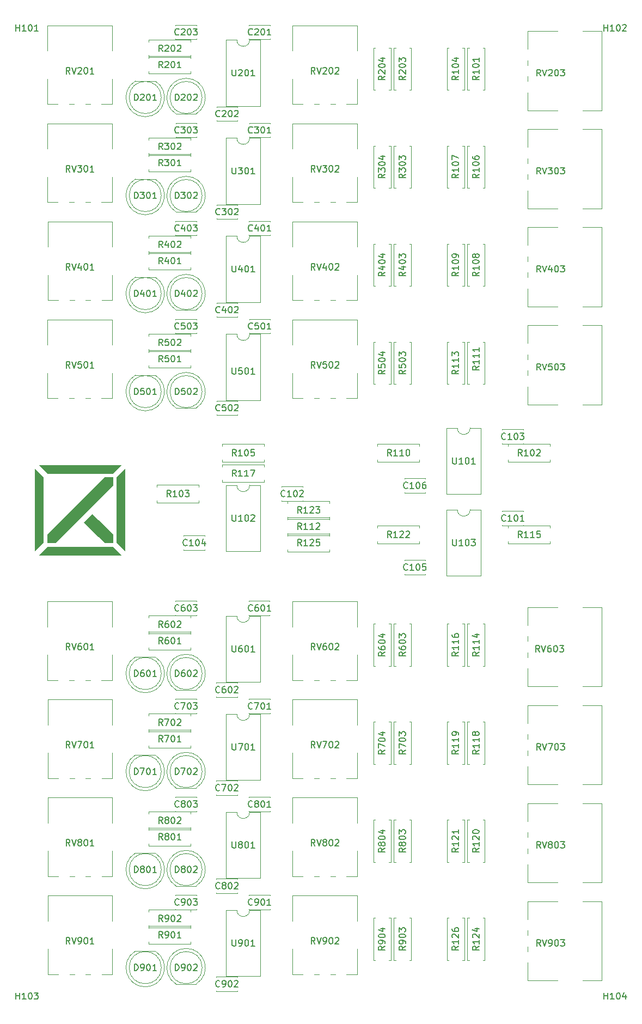
<source format=gbr>
G04 #@! TF.GenerationSoftware,KiCad,Pcbnew,(5.1.5)-3*
G04 #@! TF.CreationDate,2021-07-30T13:53:20+02:00*
G04 #@! TF.ProjectId,AnalogDrum_Mixer8,416e616c-6f67-4447-9275-6d5f4d697865,rev?*
G04 #@! TF.SameCoordinates,Original*
G04 #@! TF.FileFunction,Legend,Top*
G04 #@! TF.FilePolarity,Positive*
%FSLAX46Y46*%
G04 Gerber Fmt 4.6, Leading zero omitted, Abs format (unit mm)*
G04 Created by KiCad (PCBNEW (5.1.5)-3) date 2021-07-30 13:53:20*
%MOMM*%
%LPD*%
G04 APERTURE LIST*
%ADD10C,0.100000*%
%ADD11C,0.120000*%
%ADD12C,0.150000*%
G04 APERTURE END LIST*
D10*
G36*
X60960000Y-110490000D02*
G01*
X60960000Y-111760000D01*
X59690000Y-111760000D01*
X56515000Y-108585000D01*
X57785000Y-107315000D01*
X60960000Y-110490000D01*
G37*
X60960000Y-110490000D02*
X60960000Y-111760000D01*
X59690000Y-111760000D01*
X56515000Y-108585000D01*
X57785000Y-107315000D01*
X60960000Y-110490000D01*
G36*
X60960000Y-102870000D02*
G01*
X52070000Y-111760000D01*
X50800000Y-111760000D01*
X50800000Y-110490000D01*
X59690000Y-101600000D01*
X60960000Y-101600000D01*
X60960000Y-102870000D01*
G37*
X60960000Y-102870000D02*
X52070000Y-111760000D01*
X50800000Y-111760000D01*
X50800000Y-110490000D01*
X59690000Y-101600000D01*
X60960000Y-101600000D01*
X60960000Y-102870000D01*
G36*
X62865000Y-113030000D02*
G01*
X61595000Y-111760000D01*
X61595000Y-101600000D01*
X62865000Y-100330000D01*
X62865000Y-113030000D01*
G37*
X62865000Y-113030000D02*
X61595000Y-111760000D01*
X61595000Y-101600000D01*
X62865000Y-100330000D01*
X62865000Y-113030000D01*
G36*
X60960000Y-100965000D02*
G01*
X50800000Y-100965000D01*
X49530000Y-99695000D01*
X62230000Y-99695000D01*
X60960000Y-100965000D01*
G37*
X60960000Y-100965000D02*
X50800000Y-100965000D01*
X49530000Y-99695000D01*
X62230000Y-99695000D01*
X60960000Y-100965000D01*
G36*
X62230000Y-113665000D02*
G01*
X49530000Y-113665000D01*
X50800000Y-112395000D01*
X60960000Y-112395000D01*
X62230000Y-113665000D01*
G37*
X62230000Y-113665000D02*
X49530000Y-113665000D01*
X50800000Y-112395000D01*
X60960000Y-112395000D01*
X62230000Y-113665000D01*
G36*
X50165000Y-101600000D02*
G01*
X50165000Y-111760000D01*
X48895000Y-113030000D01*
X48895000Y-100330000D01*
X50165000Y-101600000D01*
G37*
X50165000Y-101600000D02*
X50165000Y-111760000D01*
X48895000Y-113030000D01*
X48895000Y-100330000D01*
X50165000Y-101600000D01*
D11*
X83930000Y-102810000D02*
X82280000Y-102810000D01*
X83930000Y-113090000D02*
X83930000Y-102810000D01*
X78630000Y-113090000D02*
X83930000Y-113090000D01*
X78630000Y-102810000D02*
X78630000Y-113090000D01*
X80280000Y-102810000D02*
X78630000Y-102810000D01*
X82280000Y-102810000D02*
G75*
G02X80280000Y-102810000I-1000000J0D01*
G01*
X88919000Y-77065000D02*
X98960000Y-77065000D01*
X97310000Y-89305000D02*
X98960000Y-89305000D01*
X94811000Y-89305000D02*
X95570000Y-89305000D01*
X92311000Y-89305000D02*
X93070000Y-89305000D01*
X88919000Y-89305000D02*
X90569000Y-89305000D01*
X98960000Y-81001000D02*
X98960000Y-77065000D01*
X98960000Y-89305000D02*
X98960000Y-85368000D01*
X88919000Y-81001000D02*
X88919000Y-77065000D01*
X88919000Y-89305000D02*
X88919000Y-85368000D01*
X70750000Y-166585000D02*
X70750000Y-166520000D01*
X70750000Y-168760000D02*
X70750000Y-168695000D01*
X73990000Y-166585000D02*
X73990000Y-166520000D01*
X73990000Y-168760000D02*
X73990000Y-168695000D01*
X73990000Y-166520000D02*
X70750000Y-166520000D01*
X73990000Y-168760000D02*
X70750000Y-168760000D01*
X80340000Y-181395000D02*
X80340000Y-181460000D01*
X80340000Y-179220000D02*
X80340000Y-179285000D01*
X77100000Y-181395000D02*
X77100000Y-181460000D01*
X77100000Y-179220000D02*
X77100000Y-179285000D01*
X77100000Y-181460000D02*
X80340000Y-181460000D01*
X77100000Y-179220000D02*
X80340000Y-179220000D01*
X85420000Y-168695000D02*
X85420000Y-168760000D01*
X85420000Y-166520000D02*
X85420000Y-166585000D01*
X82180000Y-168695000D02*
X82180000Y-168760000D01*
X82180000Y-166520000D02*
X82180000Y-166585000D01*
X82180000Y-168760000D02*
X85420000Y-168760000D01*
X82180000Y-166520000D02*
X85420000Y-166520000D01*
X70750000Y-151345000D02*
X70750000Y-151280000D01*
X70750000Y-153520000D02*
X70750000Y-153455000D01*
X73990000Y-151345000D02*
X73990000Y-151280000D01*
X73990000Y-153520000D02*
X73990000Y-153455000D01*
X73990000Y-151280000D02*
X70750000Y-151280000D01*
X73990000Y-153520000D02*
X70750000Y-153520000D01*
X80340000Y-166155000D02*
X80340000Y-166220000D01*
X80340000Y-163980000D02*
X80340000Y-164045000D01*
X77100000Y-166155000D02*
X77100000Y-166220000D01*
X77100000Y-163980000D02*
X77100000Y-164045000D01*
X77100000Y-166220000D02*
X80340000Y-166220000D01*
X77100000Y-163980000D02*
X80340000Y-163980000D01*
X85420000Y-153455000D02*
X85420000Y-153520000D01*
X85420000Y-151280000D02*
X85420000Y-151345000D01*
X82180000Y-153455000D02*
X82180000Y-153520000D01*
X82180000Y-151280000D02*
X82180000Y-151345000D01*
X82180000Y-153520000D02*
X85420000Y-153520000D01*
X82180000Y-151280000D02*
X85420000Y-151280000D01*
X70750000Y-136105000D02*
X70750000Y-136040000D01*
X70750000Y-138280000D02*
X70750000Y-138215000D01*
X73990000Y-136105000D02*
X73990000Y-136040000D01*
X73990000Y-138280000D02*
X73990000Y-138215000D01*
X73990000Y-136040000D02*
X70750000Y-136040000D01*
X73990000Y-138280000D02*
X70750000Y-138280000D01*
X80340000Y-150915000D02*
X80340000Y-150980000D01*
X80340000Y-148740000D02*
X80340000Y-148805000D01*
X77100000Y-150915000D02*
X77100000Y-150980000D01*
X77100000Y-148740000D02*
X77100000Y-148805000D01*
X77100000Y-150980000D02*
X80340000Y-150980000D01*
X77100000Y-148740000D02*
X80340000Y-148740000D01*
X85420000Y-138215000D02*
X85420000Y-138280000D01*
X85420000Y-136040000D02*
X85420000Y-136105000D01*
X82180000Y-138215000D02*
X82180000Y-138280000D01*
X82180000Y-136040000D02*
X82180000Y-136105000D01*
X82180000Y-138280000D02*
X85420000Y-138280000D01*
X82180000Y-136040000D02*
X85420000Y-136040000D01*
X70750000Y-120865000D02*
X70750000Y-120800000D01*
X70750000Y-123040000D02*
X70750000Y-122975000D01*
X73990000Y-120865000D02*
X73990000Y-120800000D01*
X73990000Y-123040000D02*
X73990000Y-122975000D01*
X73990000Y-120800000D02*
X70750000Y-120800000D01*
X73990000Y-123040000D02*
X70750000Y-123040000D01*
X80340000Y-135675000D02*
X80340000Y-135740000D01*
X80340000Y-133500000D02*
X80340000Y-133565000D01*
X77100000Y-135675000D02*
X77100000Y-135740000D01*
X77100000Y-133500000D02*
X77100000Y-133565000D01*
X77100000Y-135740000D02*
X80340000Y-135740000D01*
X77100000Y-133500000D02*
X80340000Y-133500000D01*
X82140000Y-120865000D02*
X82140000Y-120800000D01*
X82140000Y-123040000D02*
X82140000Y-122975000D01*
X85380000Y-120865000D02*
X85380000Y-120800000D01*
X85380000Y-123040000D02*
X85380000Y-122975000D01*
X85380000Y-120800000D02*
X82140000Y-120800000D01*
X85380000Y-123040000D02*
X82140000Y-123040000D01*
X70750000Y-77050000D02*
X70750000Y-76985000D01*
X70750000Y-79225000D02*
X70750000Y-79160000D01*
X73990000Y-77050000D02*
X73990000Y-76985000D01*
X73990000Y-79225000D02*
X73990000Y-79160000D01*
X73990000Y-76985000D02*
X70750000Y-76985000D01*
X73990000Y-79225000D02*
X70750000Y-79225000D01*
X77140000Y-89750000D02*
X77140000Y-89685000D01*
X77140000Y-91925000D02*
X77140000Y-91860000D01*
X80380000Y-89750000D02*
X80380000Y-89685000D01*
X80380000Y-91925000D02*
X80380000Y-91860000D01*
X80380000Y-89685000D02*
X77140000Y-89685000D01*
X80380000Y-91925000D02*
X77140000Y-91925000D01*
X85460000Y-79160000D02*
X85460000Y-79225000D01*
X85460000Y-76985000D02*
X85460000Y-77050000D01*
X82220000Y-79160000D02*
X82220000Y-79225000D01*
X82220000Y-76985000D02*
X82220000Y-77050000D01*
X82220000Y-79225000D02*
X85460000Y-79225000D01*
X82220000Y-76985000D02*
X85460000Y-76985000D01*
X70750000Y-61810000D02*
X70750000Y-61745000D01*
X70750000Y-63985000D02*
X70750000Y-63920000D01*
X73990000Y-61810000D02*
X73990000Y-61745000D01*
X73990000Y-63985000D02*
X73990000Y-63920000D01*
X73990000Y-61745000D02*
X70750000Y-61745000D01*
X73990000Y-63985000D02*
X70750000Y-63985000D01*
X80380000Y-76620000D02*
X80380000Y-76685000D01*
X80380000Y-74445000D02*
X80380000Y-74510000D01*
X77140000Y-76620000D02*
X77140000Y-76685000D01*
X77140000Y-74445000D02*
X77140000Y-74510000D01*
X77140000Y-76685000D02*
X80380000Y-76685000D01*
X77140000Y-74445000D02*
X80380000Y-74445000D01*
X85420000Y-63920000D02*
X85420000Y-63985000D01*
X85420000Y-61745000D02*
X85420000Y-61810000D01*
X82180000Y-63920000D02*
X82180000Y-63985000D01*
X82180000Y-61745000D02*
X82180000Y-61810000D01*
X82180000Y-63985000D02*
X85420000Y-63985000D01*
X82180000Y-61745000D02*
X85420000Y-61745000D01*
X70790000Y-46570000D02*
X70790000Y-46505000D01*
X70790000Y-48745000D02*
X70790000Y-48680000D01*
X74030000Y-46570000D02*
X74030000Y-46505000D01*
X74030000Y-48745000D02*
X74030000Y-48680000D01*
X74030000Y-46505000D02*
X70790000Y-46505000D01*
X74030000Y-48745000D02*
X70790000Y-48745000D01*
X80380000Y-61380000D02*
X80380000Y-61445000D01*
X80380000Y-59205000D02*
X80380000Y-59270000D01*
X77140000Y-61380000D02*
X77140000Y-61445000D01*
X77140000Y-59205000D02*
X77140000Y-59270000D01*
X77140000Y-61445000D02*
X80380000Y-61445000D01*
X77140000Y-59205000D02*
X80380000Y-59205000D01*
X85460000Y-48680000D02*
X85460000Y-48745000D01*
X85460000Y-46505000D02*
X85460000Y-46570000D01*
X82220000Y-48680000D02*
X82220000Y-48745000D01*
X82220000Y-46505000D02*
X82220000Y-46570000D01*
X82220000Y-48745000D02*
X85460000Y-48745000D01*
X82220000Y-46505000D02*
X85460000Y-46505000D01*
X70750000Y-31330000D02*
X70750000Y-31265000D01*
X70750000Y-33505000D02*
X70750000Y-33440000D01*
X73990000Y-31330000D02*
X73990000Y-31265000D01*
X73990000Y-33505000D02*
X73990000Y-33440000D01*
X73990000Y-31265000D02*
X70750000Y-31265000D01*
X73990000Y-33505000D02*
X70750000Y-33505000D01*
X80380000Y-46140000D02*
X80380000Y-46205000D01*
X80380000Y-43965000D02*
X80380000Y-44030000D01*
X77140000Y-46140000D02*
X77140000Y-46205000D01*
X77140000Y-43965000D02*
X77140000Y-44030000D01*
X77140000Y-46205000D02*
X80380000Y-46205000D01*
X77140000Y-43965000D02*
X80380000Y-43965000D01*
X85420000Y-33440000D02*
X85420000Y-33505000D01*
X85420000Y-31265000D02*
X85420000Y-31330000D01*
X82180000Y-33440000D02*
X82180000Y-33505000D01*
X82180000Y-31265000D02*
X82180000Y-31330000D01*
X82180000Y-33505000D02*
X85420000Y-33505000D01*
X82180000Y-31265000D02*
X85420000Y-31265000D01*
X109590000Y-103925000D02*
X109590000Y-103990000D01*
X109590000Y-101750000D02*
X109590000Y-101815000D01*
X106350000Y-103925000D02*
X106350000Y-103990000D01*
X106350000Y-101750000D02*
X106350000Y-101815000D01*
X106350000Y-103990000D02*
X109590000Y-103990000D01*
X106350000Y-101750000D02*
X109590000Y-101750000D01*
X109590000Y-116625000D02*
X109590000Y-116690000D01*
X109590000Y-114450000D02*
X109590000Y-114515000D01*
X106350000Y-116625000D02*
X106350000Y-116690000D01*
X106350000Y-114450000D02*
X106350000Y-114515000D01*
X106350000Y-116690000D02*
X109590000Y-116690000D01*
X106350000Y-114450000D02*
X109590000Y-114450000D01*
X75260000Y-112815000D02*
X75260000Y-112880000D01*
X75260000Y-110640000D02*
X75260000Y-110705000D01*
X72020000Y-112815000D02*
X72020000Y-112880000D01*
X72020000Y-110640000D02*
X72020000Y-110705000D01*
X72020000Y-112880000D02*
X75260000Y-112880000D01*
X72020000Y-110640000D02*
X75260000Y-110640000D01*
X124790000Y-96305000D02*
X124790000Y-96370000D01*
X124790000Y-94130000D02*
X124790000Y-94195000D01*
X121550000Y-96305000D02*
X121550000Y-96370000D01*
X121550000Y-94130000D02*
X121550000Y-94195000D01*
X121550000Y-96370000D02*
X124790000Y-96370000D01*
X121550000Y-94130000D02*
X124790000Y-94130000D01*
X90500000Y-105195000D02*
X90500000Y-105260000D01*
X90500000Y-103020000D02*
X90500000Y-103085000D01*
X87260000Y-105195000D02*
X87260000Y-105260000D01*
X87260000Y-103020000D02*
X87260000Y-103085000D01*
X87260000Y-105260000D02*
X90500000Y-105260000D01*
X87260000Y-103020000D02*
X90500000Y-103020000D01*
X124790000Y-109005000D02*
X124790000Y-109070000D01*
X124790000Y-106830000D02*
X124790000Y-106895000D01*
X121550000Y-109005000D02*
X121550000Y-109070000D01*
X121550000Y-106830000D02*
X121550000Y-106895000D01*
X121550000Y-109070000D02*
X124790000Y-109070000D01*
X121550000Y-106830000D02*
X124790000Y-106830000D01*
X104675000Y-176625000D02*
X105005000Y-176625000D01*
X104675000Y-170085000D02*
X104675000Y-176625000D01*
X105005000Y-170085000D02*
X104675000Y-170085000D01*
X107415000Y-176625000D02*
X107085000Y-176625000D01*
X107415000Y-170085000D02*
X107415000Y-176625000D01*
X107085000Y-170085000D02*
X107415000Y-170085000D01*
X83930000Y-168850000D02*
X82280000Y-168850000D01*
X83930000Y-179130000D02*
X83930000Y-168850000D01*
X78630000Y-179130000D02*
X83930000Y-179130000D01*
X78630000Y-168850000D02*
X78630000Y-179130000D01*
X80280000Y-168850000D02*
X78630000Y-168850000D01*
X82280000Y-168850000D02*
G75*
G02X80280000Y-168850000I-1000000J0D01*
G01*
X83930000Y-153610000D02*
X82280000Y-153610000D01*
X83930000Y-163890000D02*
X83930000Y-153610000D01*
X78630000Y-163890000D02*
X83930000Y-163890000D01*
X78630000Y-153610000D02*
X78630000Y-163890000D01*
X80280000Y-153610000D02*
X78630000Y-153610000D01*
X82280000Y-153610000D02*
G75*
G02X80280000Y-153610000I-1000000J0D01*
G01*
X83930000Y-138370000D02*
X82280000Y-138370000D01*
X83930000Y-148650000D02*
X83930000Y-138370000D01*
X78630000Y-148650000D02*
X83930000Y-148650000D01*
X78630000Y-138370000D02*
X78630000Y-148650000D01*
X80280000Y-138370000D02*
X78630000Y-138370000D01*
X82280000Y-138370000D02*
G75*
G02X80280000Y-138370000I-1000000J0D01*
G01*
X83930000Y-123130000D02*
X82280000Y-123130000D01*
X83930000Y-133410000D02*
X83930000Y-123130000D01*
X78630000Y-133410000D02*
X83930000Y-133410000D01*
X78630000Y-123130000D02*
X78630000Y-133410000D01*
X80280000Y-123130000D02*
X78630000Y-123130000D01*
X82280000Y-123130000D02*
G75*
G02X80280000Y-123130000I-1000000J0D01*
G01*
X83930000Y-79315000D02*
X82280000Y-79315000D01*
X83930000Y-89595000D02*
X83930000Y-79315000D01*
X78630000Y-89595000D02*
X83930000Y-89595000D01*
X78630000Y-79315000D02*
X78630000Y-89595000D01*
X80280000Y-79315000D02*
X78630000Y-79315000D01*
X82280000Y-79315000D02*
G75*
G02X80280000Y-79315000I-1000000J0D01*
G01*
X83930000Y-64075000D02*
X82280000Y-64075000D01*
X83930000Y-74355000D02*
X83930000Y-64075000D01*
X78630000Y-74355000D02*
X83930000Y-74355000D01*
X78630000Y-64075000D02*
X78630000Y-74355000D01*
X80280000Y-64075000D02*
X78630000Y-64075000D01*
X82280000Y-64075000D02*
G75*
G02X80280000Y-64075000I-1000000J0D01*
G01*
X83930000Y-48835000D02*
X82280000Y-48835000D01*
X83930000Y-59115000D02*
X83930000Y-48835000D01*
X78630000Y-59115000D02*
X83930000Y-59115000D01*
X78630000Y-48835000D02*
X78630000Y-59115000D01*
X80280000Y-48835000D02*
X78630000Y-48835000D01*
X82280000Y-48835000D02*
G75*
G02X80280000Y-48835000I-1000000J0D01*
G01*
X83930000Y-33595000D02*
X82280000Y-33595000D01*
X83930000Y-43875000D02*
X83930000Y-33595000D01*
X78630000Y-43875000D02*
X83930000Y-43875000D01*
X78630000Y-33595000D02*
X78630000Y-43875000D01*
X80280000Y-33595000D02*
X78630000Y-33595000D01*
X82280000Y-33595000D02*
G75*
G02X80280000Y-33595000I-1000000J0D01*
G01*
X118220000Y-106620000D02*
X116570000Y-106620000D01*
X118220000Y-116900000D02*
X118220000Y-106620000D01*
X112920000Y-116900000D02*
X118220000Y-116900000D01*
X112920000Y-106620000D02*
X112920000Y-116900000D01*
X114570000Y-106620000D02*
X112920000Y-106620000D01*
X116570000Y-106620000D02*
G75*
G02X114570000Y-106620000I-1000000J0D01*
G01*
X118220000Y-93920000D02*
X116570000Y-93920000D01*
X118220000Y-104200000D02*
X118220000Y-93920000D01*
X112920000Y-104200000D02*
X118220000Y-104200000D01*
X112920000Y-93920000D02*
X112920000Y-104200000D01*
X114570000Y-93920000D02*
X112920000Y-93920000D01*
X116570000Y-93920000D02*
G75*
G02X114570000Y-93920000I-1000000J0D01*
G01*
X137050000Y-167490000D02*
X137050000Y-179830000D01*
X125460000Y-177030000D02*
X125460000Y-179830000D01*
X125460000Y-174531000D02*
X125460000Y-175290000D01*
X125460000Y-172031000D02*
X125460000Y-172790000D01*
X125460000Y-167490000D02*
X125460000Y-170289000D01*
X134035000Y-179830000D02*
X137050000Y-179830000D01*
X125460000Y-179830000D02*
X130126000Y-179830000D01*
X134035000Y-167490000D02*
X137050000Y-167490000D01*
X125460000Y-167490000D02*
X130126000Y-167490000D01*
X88919000Y-166600000D02*
X98960000Y-166600000D01*
X97310000Y-178840000D02*
X98960000Y-178840000D01*
X94811000Y-178840000D02*
X95570000Y-178840000D01*
X92311000Y-178840000D02*
X93070000Y-178840000D01*
X88919000Y-178840000D02*
X90569000Y-178840000D01*
X98960000Y-170536000D02*
X98960000Y-166600000D01*
X98960000Y-178840000D02*
X98960000Y-174903000D01*
X88919000Y-170536000D02*
X88919000Y-166600000D01*
X88919000Y-178840000D02*
X88919000Y-174903000D01*
X50899000Y-166600000D02*
X60940000Y-166600000D01*
X59290000Y-178840000D02*
X60940000Y-178840000D01*
X56791000Y-178840000D02*
X57550000Y-178840000D01*
X54291000Y-178840000D02*
X55050000Y-178840000D01*
X50899000Y-178840000D02*
X52549000Y-178840000D01*
X60940000Y-170536000D02*
X60940000Y-166600000D01*
X60940000Y-178840000D02*
X60940000Y-174903000D01*
X50899000Y-170536000D02*
X50899000Y-166600000D01*
X50899000Y-178840000D02*
X50899000Y-174903000D01*
X137050000Y-152250000D02*
X137050000Y-164590000D01*
X125460000Y-161790000D02*
X125460000Y-164590000D01*
X125460000Y-159291000D02*
X125460000Y-160050000D01*
X125460000Y-156791000D02*
X125460000Y-157550000D01*
X125460000Y-152250000D02*
X125460000Y-155049000D01*
X134035000Y-164590000D02*
X137050000Y-164590000D01*
X125460000Y-164590000D02*
X130126000Y-164590000D01*
X134035000Y-152250000D02*
X137050000Y-152250000D01*
X125460000Y-152250000D02*
X130126000Y-152250000D01*
X88919000Y-151360000D02*
X98960000Y-151360000D01*
X97310000Y-163600000D02*
X98960000Y-163600000D01*
X94811000Y-163600000D02*
X95570000Y-163600000D01*
X92311000Y-163600000D02*
X93070000Y-163600000D01*
X88919000Y-163600000D02*
X90569000Y-163600000D01*
X98960000Y-155296000D02*
X98960000Y-151360000D01*
X98960000Y-163600000D02*
X98960000Y-159663000D01*
X88919000Y-155296000D02*
X88919000Y-151360000D01*
X88919000Y-163600000D02*
X88919000Y-159663000D01*
X50899000Y-151360000D02*
X60940000Y-151360000D01*
X59290000Y-163600000D02*
X60940000Y-163600000D01*
X56791000Y-163600000D02*
X57550000Y-163600000D01*
X54291000Y-163600000D02*
X55050000Y-163600000D01*
X50899000Y-163600000D02*
X52549000Y-163600000D01*
X60940000Y-155296000D02*
X60940000Y-151360000D01*
X60940000Y-163600000D02*
X60940000Y-159663000D01*
X50899000Y-155296000D02*
X50899000Y-151360000D01*
X50899000Y-163600000D02*
X50899000Y-159663000D01*
X137050000Y-137010000D02*
X137050000Y-149350000D01*
X125460000Y-146550000D02*
X125460000Y-149350000D01*
X125460000Y-144051000D02*
X125460000Y-144810000D01*
X125460000Y-141551000D02*
X125460000Y-142310000D01*
X125460000Y-137010000D02*
X125460000Y-139809000D01*
X134035000Y-149350000D02*
X137050000Y-149350000D01*
X125460000Y-149350000D02*
X130126000Y-149350000D01*
X134035000Y-137010000D02*
X137050000Y-137010000D01*
X125460000Y-137010000D02*
X130126000Y-137010000D01*
X88919000Y-136120000D02*
X98960000Y-136120000D01*
X97310000Y-148360000D02*
X98960000Y-148360000D01*
X94811000Y-148360000D02*
X95570000Y-148360000D01*
X92311000Y-148360000D02*
X93070000Y-148360000D01*
X88919000Y-148360000D02*
X90569000Y-148360000D01*
X98960000Y-140056000D02*
X98960000Y-136120000D01*
X98960000Y-148360000D02*
X98960000Y-144423000D01*
X88919000Y-140056000D02*
X88919000Y-136120000D01*
X88919000Y-148360000D02*
X88919000Y-144423000D01*
X50899000Y-136120000D02*
X60940000Y-136120000D01*
X59290000Y-148360000D02*
X60940000Y-148360000D01*
X56791000Y-148360000D02*
X57550000Y-148360000D01*
X54291000Y-148360000D02*
X55050000Y-148360000D01*
X50899000Y-148360000D02*
X52549000Y-148360000D01*
X60940000Y-140056000D02*
X60940000Y-136120000D01*
X60940000Y-148360000D02*
X60940000Y-144423000D01*
X50899000Y-140056000D02*
X50899000Y-136120000D01*
X50899000Y-148360000D02*
X50899000Y-144423000D01*
X137050000Y-121770000D02*
X137050000Y-134110000D01*
X125460000Y-131310000D02*
X125460000Y-134110000D01*
X125460000Y-128811000D02*
X125460000Y-129570000D01*
X125460000Y-126311000D02*
X125460000Y-127070000D01*
X125460000Y-121770000D02*
X125460000Y-124569000D01*
X134035000Y-134110000D02*
X137050000Y-134110000D01*
X125460000Y-134110000D02*
X130126000Y-134110000D01*
X134035000Y-121770000D02*
X137050000Y-121770000D01*
X125460000Y-121770000D02*
X130126000Y-121770000D01*
X88919000Y-120880000D02*
X98960000Y-120880000D01*
X97310000Y-133120000D02*
X98960000Y-133120000D01*
X94811000Y-133120000D02*
X95570000Y-133120000D01*
X92311000Y-133120000D02*
X93070000Y-133120000D01*
X88919000Y-133120000D02*
X90569000Y-133120000D01*
X98960000Y-124816000D02*
X98960000Y-120880000D01*
X98960000Y-133120000D02*
X98960000Y-129183000D01*
X88919000Y-124816000D02*
X88919000Y-120880000D01*
X88919000Y-133120000D02*
X88919000Y-129183000D01*
X50819000Y-120880000D02*
X60860000Y-120880000D01*
X59210000Y-133120000D02*
X60860000Y-133120000D01*
X56711000Y-133120000D02*
X57470000Y-133120000D01*
X54211000Y-133120000D02*
X54970000Y-133120000D01*
X50819000Y-133120000D02*
X52469000Y-133120000D01*
X60860000Y-124816000D02*
X60860000Y-120880000D01*
X60860000Y-133120000D02*
X60860000Y-129183000D01*
X50819000Y-124816000D02*
X50819000Y-120880000D01*
X50819000Y-133120000D02*
X50819000Y-129183000D01*
X137050000Y-77955000D02*
X137050000Y-90295000D01*
X125460000Y-87495000D02*
X125460000Y-90295000D01*
X125460000Y-84996000D02*
X125460000Y-85755000D01*
X125460000Y-82496000D02*
X125460000Y-83255000D01*
X125460000Y-77955000D02*
X125460000Y-80754000D01*
X134035000Y-90295000D02*
X137050000Y-90295000D01*
X125460000Y-90295000D02*
X130126000Y-90295000D01*
X134035000Y-77955000D02*
X137050000Y-77955000D01*
X125460000Y-77955000D02*
X130126000Y-77955000D01*
X50819000Y-77065000D02*
X60860000Y-77065000D01*
X59210000Y-89305000D02*
X60860000Y-89305000D01*
X56711000Y-89305000D02*
X57470000Y-89305000D01*
X54211000Y-89305000D02*
X54970000Y-89305000D01*
X50819000Y-89305000D02*
X52469000Y-89305000D01*
X60860000Y-81001000D02*
X60860000Y-77065000D01*
X60860000Y-89305000D02*
X60860000Y-85368000D01*
X50819000Y-81001000D02*
X50819000Y-77065000D01*
X50819000Y-89305000D02*
X50819000Y-85368000D01*
X137050000Y-62715000D02*
X137050000Y-75055000D01*
X125460000Y-72255000D02*
X125460000Y-75055000D01*
X125460000Y-69756000D02*
X125460000Y-70515000D01*
X125460000Y-67256000D02*
X125460000Y-68015000D01*
X125460000Y-62715000D02*
X125460000Y-65514000D01*
X134035000Y-75055000D02*
X137050000Y-75055000D01*
X125460000Y-75055000D02*
X130126000Y-75055000D01*
X134035000Y-62715000D02*
X137050000Y-62715000D01*
X125460000Y-62715000D02*
X130126000Y-62715000D01*
X88919000Y-61825000D02*
X98960000Y-61825000D01*
X97310000Y-74065000D02*
X98960000Y-74065000D01*
X94811000Y-74065000D02*
X95570000Y-74065000D01*
X92311000Y-74065000D02*
X93070000Y-74065000D01*
X88919000Y-74065000D02*
X90569000Y-74065000D01*
X98960000Y-65761000D02*
X98960000Y-61825000D01*
X98960000Y-74065000D02*
X98960000Y-70128000D01*
X88919000Y-65761000D02*
X88919000Y-61825000D01*
X88919000Y-74065000D02*
X88919000Y-70128000D01*
X50899000Y-61825000D02*
X60940000Y-61825000D01*
X59290000Y-74065000D02*
X60940000Y-74065000D01*
X56791000Y-74065000D02*
X57550000Y-74065000D01*
X54291000Y-74065000D02*
X55050000Y-74065000D01*
X50899000Y-74065000D02*
X52549000Y-74065000D01*
X60940000Y-65761000D02*
X60940000Y-61825000D01*
X60940000Y-74065000D02*
X60940000Y-70128000D01*
X50899000Y-65761000D02*
X50899000Y-61825000D01*
X50899000Y-74065000D02*
X50899000Y-70128000D01*
X137050000Y-47475000D02*
X137050000Y-59815000D01*
X125460000Y-57015000D02*
X125460000Y-59815000D01*
X125460000Y-54516000D02*
X125460000Y-55275000D01*
X125460000Y-52016000D02*
X125460000Y-52775000D01*
X125460000Y-47475000D02*
X125460000Y-50274000D01*
X134035000Y-59815000D02*
X137050000Y-59815000D01*
X125460000Y-59815000D02*
X130126000Y-59815000D01*
X134035000Y-47475000D02*
X137050000Y-47475000D01*
X125460000Y-47475000D02*
X130126000Y-47475000D01*
X88919000Y-46585000D02*
X98960000Y-46585000D01*
X97310000Y-58825000D02*
X98960000Y-58825000D01*
X94811000Y-58825000D02*
X95570000Y-58825000D01*
X92311000Y-58825000D02*
X93070000Y-58825000D01*
X88919000Y-58825000D02*
X90569000Y-58825000D01*
X98960000Y-50521000D02*
X98960000Y-46585000D01*
X98960000Y-58825000D02*
X98960000Y-54888000D01*
X88919000Y-50521000D02*
X88919000Y-46585000D01*
X88919000Y-58825000D02*
X88919000Y-54888000D01*
X50819000Y-46585000D02*
X60860000Y-46585000D01*
X59210000Y-58825000D02*
X60860000Y-58825000D01*
X56711000Y-58825000D02*
X57470000Y-58825000D01*
X54211000Y-58825000D02*
X54970000Y-58825000D01*
X50819000Y-58825000D02*
X52469000Y-58825000D01*
X60860000Y-50521000D02*
X60860000Y-46585000D01*
X60860000Y-58825000D02*
X60860000Y-54888000D01*
X50819000Y-50521000D02*
X50819000Y-46585000D01*
X50819000Y-58825000D02*
X50819000Y-54888000D01*
X137050000Y-32235000D02*
X137050000Y-44575000D01*
X125460000Y-41775000D02*
X125460000Y-44575000D01*
X125460000Y-39276000D02*
X125460000Y-40035000D01*
X125460000Y-36776000D02*
X125460000Y-37535000D01*
X125460000Y-32235000D02*
X125460000Y-35034000D01*
X134035000Y-44575000D02*
X137050000Y-44575000D01*
X125460000Y-44575000D02*
X130126000Y-44575000D01*
X134035000Y-32235000D02*
X137050000Y-32235000D01*
X125460000Y-32235000D02*
X130126000Y-32235000D01*
X88919000Y-31345000D02*
X98960000Y-31345000D01*
X97310000Y-43585000D02*
X98960000Y-43585000D01*
X94811000Y-43585000D02*
X95570000Y-43585000D01*
X92311000Y-43585000D02*
X93070000Y-43585000D01*
X88919000Y-43585000D02*
X90569000Y-43585000D01*
X98960000Y-35281000D02*
X98960000Y-31345000D01*
X98960000Y-43585000D02*
X98960000Y-39648000D01*
X88919000Y-35281000D02*
X88919000Y-31345000D01*
X88919000Y-43585000D02*
X88919000Y-39648000D01*
X50819000Y-31345000D02*
X60860000Y-31345000D01*
X59210000Y-43585000D02*
X60860000Y-43585000D01*
X56711000Y-43585000D02*
X57470000Y-43585000D01*
X54211000Y-43585000D02*
X54970000Y-43585000D01*
X50819000Y-43585000D02*
X52469000Y-43585000D01*
X60860000Y-35281000D02*
X60860000Y-31345000D01*
X60860000Y-43585000D02*
X60860000Y-39648000D01*
X50819000Y-35281000D02*
X50819000Y-31345000D01*
X50819000Y-43585000D02*
X50819000Y-39648000D01*
X101500000Y-176625000D02*
X101830000Y-176625000D01*
X101500000Y-170085000D02*
X101500000Y-176625000D01*
X101830000Y-170085000D02*
X101500000Y-170085000D01*
X104240000Y-176625000D02*
X103910000Y-176625000D01*
X104240000Y-170085000D02*
X104240000Y-176625000D01*
X103910000Y-170085000D02*
X104240000Y-170085000D01*
X66580000Y-168810000D02*
X66580000Y-169140000D01*
X73120000Y-168810000D02*
X66580000Y-168810000D01*
X73120000Y-169140000D02*
X73120000Y-168810000D01*
X66580000Y-171550000D02*
X66580000Y-171220000D01*
X73120000Y-171550000D02*
X66580000Y-171550000D01*
X73120000Y-171220000D02*
X73120000Y-171550000D01*
X73120000Y-174090000D02*
X73120000Y-173760000D01*
X66580000Y-174090000D02*
X73120000Y-174090000D01*
X66580000Y-173760000D02*
X66580000Y-174090000D01*
X73120000Y-171350000D02*
X73120000Y-171680000D01*
X66580000Y-171350000D02*
X73120000Y-171350000D01*
X66580000Y-171680000D02*
X66580000Y-171350000D01*
X101500000Y-161385000D02*
X101830000Y-161385000D01*
X101500000Y-154845000D02*
X101500000Y-161385000D01*
X101830000Y-154845000D02*
X101500000Y-154845000D01*
X104240000Y-161385000D02*
X103910000Y-161385000D01*
X104240000Y-154845000D02*
X104240000Y-161385000D01*
X103910000Y-154845000D02*
X104240000Y-154845000D01*
X104675000Y-161385000D02*
X105005000Y-161385000D01*
X104675000Y-154845000D02*
X104675000Y-161385000D01*
X105005000Y-154845000D02*
X104675000Y-154845000D01*
X107415000Y-161385000D02*
X107085000Y-161385000D01*
X107415000Y-154845000D02*
X107415000Y-161385000D01*
X107085000Y-154845000D02*
X107415000Y-154845000D01*
X66580000Y-153570000D02*
X66580000Y-153900000D01*
X73120000Y-153570000D02*
X66580000Y-153570000D01*
X73120000Y-153900000D02*
X73120000Y-153570000D01*
X66580000Y-156310000D02*
X66580000Y-155980000D01*
X73120000Y-156310000D02*
X66580000Y-156310000D01*
X73120000Y-155980000D02*
X73120000Y-156310000D01*
X73120000Y-158850000D02*
X73120000Y-158520000D01*
X66580000Y-158850000D02*
X73120000Y-158850000D01*
X66580000Y-158520000D02*
X66580000Y-158850000D01*
X73120000Y-156110000D02*
X73120000Y-156440000D01*
X66580000Y-156110000D02*
X73120000Y-156110000D01*
X66580000Y-156440000D02*
X66580000Y-156110000D01*
X101500000Y-146145000D02*
X101830000Y-146145000D01*
X101500000Y-139605000D02*
X101500000Y-146145000D01*
X101830000Y-139605000D02*
X101500000Y-139605000D01*
X104240000Y-146145000D02*
X103910000Y-146145000D01*
X104240000Y-139605000D02*
X104240000Y-146145000D01*
X103910000Y-139605000D02*
X104240000Y-139605000D01*
X104675000Y-146145000D02*
X105005000Y-146145000D01*
X104675000Y-139605000D02*
X104675000Y-146145000D01*
X105005000Y-139605000D02*
X104675000Y-139605000D01*
X107415000Y-146145000D02*
X107085000Y-146145000D01*
X107415000Y-139605000D02*
X107415000Y-146145000D01*
X107085000Y-139605000D02*
X107415000Y-139605000D01*
X66580000Y-138330000D02*
X66580000Y-138660000D01*
X73120000Y-138330000D02*
X66580000Y-138330000D01*
X73120000Y-138660000D02*
X73120000Y-138330000D01*
X66580000Y-141070000D02*
X66580000Y-140740000D01*
X73120000Y-141070000D02*
X66580000Y-141070000D01*
X73120000Y-140740000D02*
X73120000Y-141070000D01*
X73120000Y-143610000D02*
X73120000Y-143280000D01*
X66580000Y-143610000D02*
X73120000Y-143610000D01*
X66580000Y-143280000D02*
X66580000Y-143610000D01*
X73120000Y-140870000D02*
X73120000Y-141200000D01*
X66580000Y-140870000D02*
X73120000Y-140870000D01*
X66580000Y-141200000D02*
X66580000Y-140870000D01*
X101500000Y-130905000D02*
X101830000Y-130905000D01*
X101500000Y-124365000D02*
X101500000Y-130905000D01*
X101830000Y-124365000D02*
X101500000Y-124365000D01*
X104240000Y-130905000D02*
X103910000Y-130905000D01*
X104240000Y-124365000D02*
X104240000Y-130905000D01*
X103910000Y-124365000D02*
X104240000Y-124365000D01*
X104675000Y-130905000D02*
X105005000Y-130905000D01*
X104675000Y-124365000D02*
X104675000Y-130905000D01*
X105005000Y-124365000D02*
X104675000Y-124365000D01*
X107415000Y-130905000D02*
X107085000Y-130905000D01*
X107415000Y-124365000D02*
X107415000Y-130905000D01*
X107085000Y-124365000D02*
X107415000Y-124365000D01*
X66580000Y-123090000D02*
X66580000Y-123420000D01*
X73120000Y-123090000D02*
X66580000Y-123090000D01*
X73120000Y-123420000D02*
X73120000Y-123090000D01*
X66580000Y-125830000D02*
X66580000Y-125500000D01*
X73120000Y-125830000D02*
X66580000Y-125830000D01*
X73120000Y-125500000D02*
X73120000Y-125830000D01*
X73120000Y-128370000D02*
X73120000Y-128040000D01*
X66580000Y-128370000D02*
X73120000Y-128370000D01*
X66580000Y-128040000D02*
X66580000Y-128370000D01*
X73120000Y-125630000D02*
X73120000Y-125960000D01*
X66580000Y-125630000D02*
X73120000Y-125630000D01*
X66580000Y-125960000D02*
X66580000Y-125630000D01*
X101500000Y-87090000D02*
X101830000Y-87090000D01*
X101500000Y-80550000D02*
X101500000Y-87090000D01*
X101830000Y-80550000D02*
X101500000Y-80550000D01*
X104240000Y-87090000D02*
X103910000Y-87090000D01*
X104240000Y-80550000D02*
X104240000Y-87090000D01*
X103910000Y-80550000D02*
X104240000Y-80550000D01*
X104675000Y-87090000D02*
X105005000Y-87090000D01*
X104675000Y-80550000D02*
X104675000Y-87090000D01*
X105005000Y-80550000D02*
X104675000Y-80550000D01*
X107415000Y-87090000D02*
X107085000Y-87090000D01*
X107415000Y-80550000D02*
X107415000Y-87090000D01*
X107085000Y-80550000D02*
X107415000Y-80550000D01*
X66580000Y-79275000D02*
X66580000Y-79605000D01*
X73120000Y-79275000D02*
X66580000Y-79275000D01*
X73120000Y-79605000D02*
X73120000Y-79275000D01*
X66580000Y-82015000D02*
X66580000Y-81685000D01*
X73120000Y-82015000D02*
X66580000Y-82015000D01*
X73120000Y-81685000D02*
X73120000Y-82015000D01*
X73120000Y-84555000D02*
X73120000Y-84225000D01*
X66580000Y-84555000D02*
X73120000Y-84555000D01*
X66580000Y-84225000D02*
X66580000Y-84555000D01*
X73120000Y-81815000D02*
X73120000Y-82145000D01*
X66580000Y-81815000D02*
X73120000Y-81815000D01*
X66580000Y-82145000D02*
X66580000Y-81815000D01*
X101500000Y-71850000D02*
X101830000Y-71850000D01*
X101500000Y-65310000D02*
X101500000Y-71850000D01*
X101830000Y-65310000D02*
X101500000Y-65310000D01*
X104240000Y-71850000D02*
X103910000Y-71850000D01*
X104240000Y-65310000D02*
X104240000Y-71850000D01*
X103910000Y-65310000D02*
X104240000Y-65310000D01*
X104675000Y-71850000D02*
X105005000Y-71850000D01*
X104675000Y-65310000D02*
X104675000Y-71850000D01*
X105005000Y-65310000D02*
X104675000Y-65310000D01*
X107415000Y-71850000D02*
X107085000Y-71850000D01*
X107415000Y-65310000D02*
X107415000Y-71850000D01*
X107085000Y-65310000D02*
X107415000Y-65310000D01*
X66580000Y-64035000D02*
X66580000Y-64365000D01*
X73120000Y-64035000D02*
X66580000Y-64035000D01*
X73120000Y-64365000D02*
X73120000Y-64035000D01*
X66580000Y-66775000D02*
X66580000Y-66445000D01*
X73120000Y-66775000D02*
X66580000Y-66775000D01*
X73120000Y-66445000D02*
X73120000Y-66775000D01*
X73120000Y-69315000D02*
X73120000Y-68985000D01*
X66580000Y-69315000D02*
X73120000Y-69315000D01*
X66580000Y-68985000D02*
X66580000Y-69315000D01*
X73120000Y-66575000D02*
X73120000Y-66905000D01*
X66580000Y-66575000D02*
X73120000Y-66575000D01*
X66580000Y-66905000D02*
X66580000Y-66575000D01*
X101500000Y-56610000D02*
X101830000Y-56610000D01*
X101500000Y-50070000D02*
X101500000Y-56610000D01*
X101830000Y-50070000D02*
X101500000Y-50070000D01*
X104240000Y-56610000D02*
X103910000Y-56610000D01*
X104240000Y-50070000D02*
X104240000Y-56610000D01*
X103910000Y-50070000D02*
X104240000Y-50070000D01*
X104675000Y-56610000D02*
X105005000Y-56610000D01*
X104675000Y-50070000D02*
X104675000Y-56610000D01*
X105005000Y-50070000D02*
X104675000Y-50070000D01*
X107415000Y-56610000D02*
X107085000Y-56610000D01*
X107415000Y-50070000D02*
X107415000Y-56610000D01*
X107085000Y-50070000D02*
X107415000Y-50070000D01*
X66580000Y-48795000D02*
X66580000Y-49125000D01*
X73120000Y-48795000D02*
X66580000Y-48795000D01*
X73120000Y-49125000D02*
X73120000Y-48795000D01*
X66580000Y-51535000D02*
X66580000Y-51205000D01*
X73120000Y-51535000D02*
X66580000Y-51535000D01*
X73120000Y-51205000D02*
X73120000Y-51535000D01*
X73120000Y-54075000D02*
X73120000Y-53745000D01*
X66580000Y-54075000D02*
X73120000Y-54075000D01*
X66580000Y-53745000D02*
X66580000Y-54075000D01*
X73120000Y-51335000D02*
X73120000Y-51665000D01*
X66580000Y-51335000D02*
X73120000Y-51335000D01*
X66580000Y-51665000D02*
X66580000Y-51335000D01*
X101500000Y-41370000D02*
X101830000Y-41370000D01*
X101500000Y-34830000D02*
X101500000Y-41370000D01*
X101830000Y-34830000D02*
X101500000Y-34830000D01*
X104240000Y-41370000D02*
X103910000Y-41370000D01*
X104240000Y-34830000D02*
X104240000Y-41370000D01*
X103910000Y-34830000D02*
X104240000Y-34830000D01*
X104675000Y-41370000D02*
X105005000Y-41370000D01*
X104675000Y-34830000D02*
X104675000Y-41370000D01*
X105005000Y-34830000D02*
X104675000Y-34830000D01*
X107415000Y-41370000D02*
X107085000Y-41370000D01*
X107415000Y-34830000D02*
X107415000Y-41370000D01*
X107085000Y-34830000D02*
X107415000Y-34830000D01*
X66580000Y-33555000D02*
X66580000Y-33885000D01*
X73120000Y-33555000D02*
X66580000Y-33555000D01*
X73120000Y-33885000D02*
X73120000Y-33555000D01*
X66580000Y-36295000D02*
X66580000Y-35965000D01*
X73120000Y-36295000D02*
X66580000Y-36295000D01*
X73120000Y-35965000D02*
X73120000Y-36295000D01*
X73120000Y-38835000D02*
X73120000Y-38505000D01*
X66580000Y-38835000D02*
X73120000Y-38835000D01*
X66580000Y-38505000D02*
X66580000Y-38835000D01*
X73120000Y-36095000D02*
X73120000Y-36425000D01*
X66580000Y-36095000D02*
X73120000Y-36095000D01*
X66580000Y-36425000D02*
X66580000Y-36095000D01*
X112930000Y-176625000D02*
X113260000Y-176625000D01*
X112930000Y-170085000D02*
X112930000Y-176625000D01*
X113260000Y-170085000D02*
X112930000Y-170085000D01*
X115670000Y-176625000D02*
X115340000Y-176625000D01*
X115670000Y-170085000D02*
X115670000Y-176625000D01*
X115340000Y-170085000D02*
X115670000Y-170085000D01*
X94710000Y-113130000D02*
X94710000Y-112800000D01*
X88170000Y-113130000D02*
X94710000Y-113130000D01*
X88170000Y-112800000D02*
X88170000Y-113130000D01*
X94710000Y-110390000D02*
X94710000Y-110720000D01*
X88170000Y-110390000D02*
X94710000Y-110390000D01*
X88170000Y-110720000D02*
X88170000Y-110390000D01*
X116105000Y-176625000D02*
X116435000Y-176625000D01*
X116105000Y-170085000D02*
X116105000Y-176625000D01*
X116435000Y-170085000D02*
X116105000Y-170085000D01*
X118845000Y-176625000D02*
X118515000Y-176625000D01*
X118845000Y-170085000D02*
X118845000Y-176625000D01*
X118515000Y-170085000D02*
X118845000Y-170085000D01*
X94710000Y-108050000D02*
X94710000Y-107720000D01*
X88170000Y-108050000D02*
X94710000Y-108050000D01*
X88170000Y-107720000D02*
X88170000Y-108050000D01*
X94710000Y-105310000D02*
X94710000Y-105640000D01*
X88170000Y-105310000D02*
X94710000Y-105310000D01*
X88170000Y-105640000D02*
X88170000Y-105310000D01*
X108680000Y-111860000D02*
X108680000Y-111530000D01*
X102140000Y-111860000D02*
X108680000Y-111860000D01*
X102140000Y-111530000D02*
X102140000Y-111860000D01*
X108680000Y-109120000D02*
X108680000Y-109450000D01*
X102140000Y-109120000D02*
X108680000Y-109120000D01*
X102140000Y-109450000D02*
X102140000Y-109120000D01*
X112930000Y-161385000D02*
X113260000Y-161385000D01*
X112930000Y-154845000D02*
X112930000Y-161385000D01*
X113260000Y-154845000D02*
X112930000Y-154845000D01*
X115670000Y-161385000D02*
X115340000Y-161385000D01*
X115670000Y-154845000D02*
X115670000Y-161385000D01*
X115340000Y-154845000D02*
X115670000Y-154845000D01*
X116105000Y-161385000D02*
X116435000Y-161385000D01*
X116105000Y-154845000D02*
X116105000Y-161385000D01*
X116435000Y-154845000D02*
X116105000Y-154845000D01*
X118845000Y-161385000D02*
X118515000Y-161385000D01*
X118845000Y-154845000D02*
X118845000Y-161385000D01*
X118515000Y-154845000D02*
X118845000Y-154845000D01*
X112930000Y-146145000D02*
X113260000Y-146145000D01*
X112930000Y-139605000D02*
X112930000Y-146145000D01*
X113260000Y-139605000D02*
X112930000Y-139605000D01*
X115670000Y-146145000D02*
X115340000Y-146145000D01*
X115670000Y-139605000D02*
X115670000Y-146145000D01*
X115340000Y-139605000D02*
X115670000Y-139605000D01*
X116105000Y-146145000D02*
X116435000Y-146145000D01*
X116105000Y-139605000D02*
X116105000Y-146145000D01*
X116435000Y-139605000D02*
X116105000Y-139605000D01*
X118845000Y-146145000D02*
X118515000Y-146145000D01*
X118845000Y-139605000D02*
X118845000Y-146145000D01*
X118515000Y-139605000D02*
X118845000Y-139605000D01*
X84550000Y-102335000D02*
X84550000Y-102005000D01*
X78010000Y-102335000D02*
X84550000Y-102335000D01*
X78010000Y-102005000D02*
X78010000Y-102335000D01*
X84550000Y-99595000D02*
X84550000Y-99925000D01*
X78010000Y-99595000D02*
X84550000Y-99595000D01*
X78010000Y-99925000D02*
X78010000Y-99595000D01*
X112930000Y-130905000D02*
X113260000Y-130905000D01*
X112930000Y-124365000D02*
X112930000Y-130905000D01*
X113260000Y-124365000D02*
X112930000Y-124365000D01*
X115670000Y-130905000D02*
X115340000Y-130905000D01*
X115670000Y-124365000D02*
X115670000Y-130905000D01*
X115340000Y-124365000D02*
X115670000Y-124365000D01*
X129000000Y-111860000D02*
X129000000Y-111530000D01*
X122460000Y-111860000D02*
X129000000Y-111860000D01*
X122460000Y-111530000D02*
X122460000Y-111860000D01*
X129000000Y-109120000D02*
X129000000Y-109450000D01*
X122460000Y-109120000D02*
X129000000Y-109120000D01*
X122460000Y-109450000D02*
X122460000Y-109120000D01*
X116105000Y-130905000D02*
X116435000Y-130905000D01*
X116105000Y-124365000D02*
X116105000Y-130905000D01*
X116435000Y-124365000D02*
X116105000Y-124365000D01*
X118845000Y-130905000D02*
X118515000Y-130905000D01*
X118845000Y-124365000D02*
X118845000Y-130905000D01*
X118515000Y-124365000D02*
X118845000Y-124365000D01*
X112930000Y-87090000D02*
X113260000Y-87090000D01*
X112930000Y-80550000D02*
X112930000Y-87090000D01*
X113260000Y-80550000D02*
X112930000Y-80550000D01*
X115670000Y-87090000D02*
X115340000Y-87090000D01*
X115670000Y-80550000D02*
X115670000Y-87090000D01*
X115340000Y-80550000D02*
X115670000Y-80550000D01*
X94710000Y-110590000D02*
X94710000Y-110260000D01*
X88170000Y-110590000D02*
X94710000Y-110590000D01*
X88170000Y-110260000D02*
X88170000Y-110590000D01*
X94710000Y-107850000D02*
X94710000Y-108180000D01*
X88170000Y-107850000D02*
X94710000Y-107850000D01*
X88170000Y-108180000D02*
X88170000Y-107850000D01*
X116105000Y-87090000D02*
X116435000Y-87090000D01*
X116105000Y-80550000D02*
X116105000Y-87090000D01*
X116435000Y-80550000D02*
X116105000Y-80550000D01*
X118845000Y-87090000D02*
X118515000Y-87090000D01*
X118845000Y-80550000D02*
X118845000Y-87090000D01*
X118515000Y-80550000D02*
X118845000Y-80550000D01*
X108680000Y-99160000D02*
X108680000Y-98830000D01*
X102140000Y-99160000D02*
X108680000Y-99160000D01*
X102140000Y-98830000D02*
X102140000Y-99160000D01*
X108680000Y-96420000D02*
X108680000Y-96750000D01*
X102140000Y-96420000D02*
X108680000Y-96420000D01*
X102140000Y-96750000D02*
X102140000Y-96420000D01*
X112930000Y-71850000D02*
X113260000Y-71850000D01*
X112930000Y-65310000D02*
X112930000Y-71850000D01*
X113260000Y-65310000D02*
X112930000Y-65310000D01*
X115670000Y-71850000D02*
X115340000Y-71850000D01*
X115670000Y-65310000D02*
X115670000Y-71850000D01*
X115340000Y-65310000D02*
X115670000Y-65310000D01*
X116105000Y-71850000D02*
X116435000Y-71850000D01*
X116105000Y-65310000D02*
X116105000Y-71850000D01*
X116435000Y-65310000D02*
X116105000Y-65310000D01*
X118845000Y-71850000D02*
X118515000Y-71850000D01*
X118845000Y-65310000D02*
X118845000Y-71850000D01*
X118515000Y-65310000D02*
X118845000Y-65310000D01*
X112930000Y-56610000D02*
X113260000Y-56610000D01*
X112930000Y-50070000D02*
X112930000Y-56610000D01*
X113260000Y-50070000D02*
X112930000Y-50070000D01*
X115670000Y-56610000D02*
X115340000Y-56610000D01*
X115670000Y-50070000D02*
X115670000Y-56610000D01*
X115340000Y-50070000D02*
X115670000Y-50070000D01*
X116105000Y-56610000D02*
X116435000Y-56610000D01*
X116105000Y-50070000D02*
X116105000Y-56610000D01*
X116435000Y-50070000D02*
X116105000Y-50070000D01*
X118845000Y-56610000D02*
X118515000Y-56610000D01*
X118845000Y-50070000D02*
X118845000Y-56610000D01*
X118515000Y-50070000D02*
X118845000Y-50070000D01*
X84550000Y-99160000D02*
X84550000Y-98830000D01*
X78010000Y-99160000D02*
X84550000Y-99160000D01*
X78010000Y-98830000D02*
X78010000Y-99160000D01*
X84550000Y-96420000D02*
X84550000Y-96750000D01*
X78010000Y-96420000D02*
X84550000Y-96420000D01*
X78010000Y-96750000D02*
X78010000Y-96420000D01*
X112930000Y-41370000D02*
X113260000Y-41370000D01*
X112930000Y-34830000D02*
X112930000Y-41370000D01*
X113260000Y-34830000D02*
X112930000Y-34830000D01*
X115670000Y-41370000D02*
X115340000Y-41370000D01*
X115670000Y-34830000D02*
X115670000Y-41370000D01*
X115340000Y-34830000D02*
X115670000Y-34830000D01*
X67850000Y-102770000D02*
X67850000Y-103100000D01*
X74390000Y-102770000D02*
X67850000Y-102770000D01*
X74390000Y-103100000D02*
X74390000Y-102770000D01*
X67850000Y-105510000D02*
X67850000Y-105180000D01*
X74390000Y-105510000D02*
X67850000Y-105510000D01*
X74390000Y-105180000D02*
X74390000Y-105510000D01*
X129000000Y-99160000D02*
X129000000Y-98830000D01*
X122460000Y-99160000D02*
X129000000Y-99160000D01*
X122460000Y-98830000D02*
X122460000Y-99160000D01*
X129000000Y-96420000D02*
X129000000Y-96750000D01*
X122460000Y-96420000D02*
X129000000Y-96420000D01*
X122460000Y-96750000D02*
X122460000Y-96420000D01*
X116105000Y-41370000D02*
X116435000Y-41370000D01*
X116105000Y-34830000D02*
X116105000Y-41370000D01*
X116435000Y-34830000D02*
X116105000Y-34830000D01*
X118845000Y-41370000D02*
X118515000Y-41370000D01*
X118845000Y-34830000D02*
X118845000Y-41370000D01*
X118515000Y-34830000D02*
X118845000Y-34830000D01*
X70845000Y-180360000D02*
X73935000Y-180360000D01*
X74890000Y-177800000D02*
G75*
G03X74890000Y-177800000I-2500000J0D01*
G01*
X72389538Y-174810000D02*
G75*
G02X73934830Y-180360000I462J-2990000D01*
G01*
X72390462Y-174810000D02*
G75*
G03X70845170Y-180360000I-462J-2990000D01*
G01*
X67585000Y-175240000D02*
X64495000Y-175240000D01*
X68540000Y-177800000D02*
G75*
G03X68540000Y-177800000I-2500000J0D01*
G01*
X66040462Y-180790000D02*
G75*
G02X64495170Y-175240000I-462J2990000D01*
G01*
X66039538Y-180790000D02*
G75*
G03X67584830Y-175240000I462J2990000D01*
G01*
X70845000Y-165120000D02*
X73935000Y-165120000D01*
X74890000Y-162560000D02*
G75*
G03X74890000Y-162560000I-2500000J0D01*
G01*
X72389538Y-159570000D02*
G75*
G02X73934830Y-165120000I462J-2990000D01*
G01*
X72390462Y-159570000D02*
G75*
G03X70845170Y-165120000I-462J-2990000D01*
G01*
X67585000Y-160000000D02*
X64495000Y-160000000D01*
X68540000Y-162560000D02*
G75*
G03X68540000Y-162560000I-2500000J0D01*
G01*
X66040462Y-165550000D02*
G75*
G02X64495170Y-160000000I-462J2990000D01*
G01*
X66039538Y-165550000D02*
G75*
G03X67584830Y-160000000I462J2990000D01*
G01*
X70845000Y-149880000D02*
X73935000Y-149880000D01*
X74890000Y-147320000D02*
G75*
G03X74890000Y-147320000I-2500000J0D01*
G01*
X72389538Y-144330000D02*
G75*
G02X73934830Y-149880000I462J-2990000D01*
G01*
X72390462Y-144330000D02*
G75*
G03X70845170Y-149880000I-462J-2990000D01*
G01*
X67585000Y-144760000D02*
X64495000Y-144760000D01*
X68540000Y-147320000D02*
G75*
G03X68540000Y-147320000I-2500000J0D01*
G01*
X66040462Y-150310000D02*
G75*
G02X64495170Y-144760000I-462J2990000D01*
G01*
X66039538Y-150310000D02*
G75*
G03X67584830Y-144760000I462J2990000D01*
G01*
X70845000Y-134640000D02*
X73935000Y-134640000D01*
X74890000Y-132080000D02*
G75*
G03X74890000Y-132080000I-2500000J0D01*
G01*
X72389538Y-129090000D02*
G75*
G02X73934830Y-134640000I462J-2990000D01*
G01*
X72390462Y-129090000D02*
G75*
G03X70845170Y-134640000I-462J-2990000D01*
G01*
X67585000Y-129520000D02*
X64495000Y-129520000D01*
X68540000Y-132080000D02*
G75*
G03X68540000Y-132080000I-2500000J0D01*
G01*
X66040462Y-135070000D02*
G75*
G02X64495170Y-129520000I-462J2990000D01*
G01*
X66039538Y-135070000D02*
G75*
G03X67584830Y-129520000I462J2990000D01*
G01*
X70845000Y-90825000D02*
X73935000Y-90825000D01*
X74890000Y-88265000D02*
G75*
G03X74890000Y-88265000I-2500000J0D01*
G01*
X72389538Y-85275000D02*
G75*
G02X73934830Y-90825000I462J-2990000D01*
G01*
X72390462Y-85275000D02*
G75*
G03X70845170Y-90825000I-462J-2990000D01*
G01*
X67585000Y-85705000D02*
X64495000Y-85705000D01*
X68540000Y-88265000D02*
G75*
G03X68540000Y-88265000I-2500000J0D01*
G01*
X66040462Y-91255000D02*
G75*
G02X64495170Y-85705000I-462J2990000D01*
G01*
X66039538Y-91255000D02*
G75*
G03X67584830Y-85705000I462J2990000D01*
G01*
X70845000Y-75585000D02*
X73935000Y-75585000D01*
X74890000Y-73025000D02*
G75*
G03X74890000Y-73025000I-2500000J0D01*
G01*
X72389538Y-70035000D02*
G75*
G02X73934830Y-75585000I462J-2990000D01*
G01*
X72390462Y-70035000D02*
G75*
G03X70845170Y-75585000I-462J-2990000D01*
G01*
X67585000Y-70465000D02*
X64495000Y-70465000D01*
X68540000Y-73025000D02*
G75*
G03X68540000Y-73025000I-2500000J0D01*
G01*
X66040462Y-76015000D02*
G75*
G02X64495170Y-70465000I-462J2990000D01*
G01*
X66039538Y-76015000D02*
G75*
G03X67584830Y-70465000I462J2990000D01*
G01*
X70845000Y-60345000D02*
X73935000Y-60345000D01*
X74890000Y-57785000D02*
G75*
G03X74890000Y-57785000I-2500000J0D01*
G01*
X72389538Y-54795000D02*
G75*
G02X73934830Y-60345000I462J-2990000D01*
G01*
X72390462Y-54795000D02*
G75*
G03X70845170Y-60345000I-462J-2990000D01*
G01*
X67585000Y-55225000D02*
X64495000Y-55225000D01*
X68540000Y-57785000D02*
G75*
G03X68540000Y-57785000I-2500000J0D01*
G01*
X66040462Y-60775000D02*
G75*
G02X64495170Y-55225000I-462J2990000D01*
G01*
X66039538Y-60775000D02*
G75*
G03X67584830Y-55225000I462J2990000D01*
G01*
X70845000Y-45105000D02*
X73935000Y-45105000D01*
X74890000Y-42545000D02*
G75*
G03X74890000Y-42545000I-2500000J0D01*
G01*
X72389538Y-39555000D02*
G75*
G02X73934830Y-45105000I462J-2990000D01*
G01*
X72390462Y-39555000D02*
G75*
G03X70845170Y-45105000I-462J-2990000D01*
G01*
X67585000Y-39985000D02*
X64495000Y-39985000D01*
X68540000Y-42545000D02*
G75*
G03X68540000Y-42545000I-2500000J0D01*
G01*
X66040462Y-45535000D02*
G75*
G02X64495170Y-39985000I-462J2990000D01*
G01*
X66039538Y-45535000D02*
G75*
G03X67584830Y-39985000I462J2990000D01*
G01*
D12*
X137350714Y-182697380D02*
X137350714Y-181697380D01*
X137350714Y-182173571D02*
X137922142Y-182173571D01*
X137922142Y-182697380D02*
X137922142Y-181697380D01*
X138922142Y-182697380D02*
X138350714Y-182697380D01*
X138636428Y-182697380D02*
X138636428Y-181697380D01*
X138541190Y-181840238D01*
X138445952Y-181935476D01*
X138350714Y-181983095D01*
X139541190Y-181697380D02*
X139636428Y-181697380D01*
X139731666Y-181745000D01*
X139779285Y-181792619D01*
X139826904Y-181887857D01*
X139874523Y-182078333D01*
X139874523Y-182316428D01*
X139826904Y-182506904D01*
X139779285Y-182602142D01*
X139731666Y-182649761D01*
X139636428Y-182697380D01*
X139541190Y-182697380D01*
X139445952Y-182649761D01*
X139398333Y-182602142D01*
X139350714Y-182506904D01*
X139303095Y-182316428D01*
X139303095Y-182078333D01*
X139350714Y-181887857D01*
X139398333Y-181792619D01*
X139445952Y-181745000D01*
X139541190Y-181697380D01*
X140731666Y-182030714D02*
X140731666Y-182697380D01*
X140493571Y-181649761D02*
X140255476Y-182364047D01*
X140874523Y-182364047D01*
X45910714Y-182697380D02*
X45910714Y-181697380D01*
X45910714Y-182173571D02*
X46482142Y-182173571D01*
X46482142Y-182697380D02*
X46482142Y-181697380D01*
X47482142Y-182697380D02*
X46910714Y-182697380D01*
X47196428Y-182697380D02*
X47196428Y-181697380D01*
X47101190Y-181840238D01*
X47005952Y-181935476D01*
X46910714Y-181983095D01*
X48101190Y-181697380D02*
X48196428Y-181697380D01*
X48291666Y-181745000D01*
X48339285Y-181792619D01*
X48386904Y-181887857D01*
X48434523Y-182078333D01*
X48434523Y-182316428D01*
X48386904Y-182506904D01*
X48339285Y-182602142D01*
X48291666Y-182649761D01*
X48196428Y-182697380D01*
X48101190Y-182697380D01*
X48005952Y-182649761D01*
X47958333Y-182602142D01*
X47910714Y-182506904D01*
X47863095Y-182316428D01*
X47863095Y-182078333D01*
X47910714Y-181887857D01*
X47958333Y-181792619D01*
X48005952Y-181745000D01*
X48101190Y-181697380D01*
X48767857Y-181697380D02*
X49386904Y-181697380D01*
X49053571Y-182078333D01*
X49196428Y-182078333D01*
X49291666Y-182125952D01*
X49339285Y-182173571D01*
X49386904Y-182268809D01*
X49386904Y-182506904D01*
X49339285Y-182602142D01*
X49291666Y-182649761D01*
X49196428Y-182697380D01*
X48910714Y-182697380D01*
X48815476Y-182649761D01*
X48767857Y-182602142D01*
X137350714Y-32202380D02*
X137350714Y-31202380D01*
X137350714Y-31678571D02*
X137922142Y-31678571D01*
X137922142Y-32202380D02*
X137922142Y-31202380D01*
X138922142Y-32202380D02*
X138350714Y-32202380D01*
X138636428Y-32202380D02*
X138636428Y-31202380D01*
X138541190Y-31345238D01*
X138445952Y-31440476D01*
X138350714Y-31488095D01*
X139541190Y-31202380D02*
X139636428Y-31202380D01*
X139731666Y-31250000D01*
X139779285Y-31297619D01*
X139826904Y-31392857D01*
X139874523Y-31583333D01*
X139874523Y-31821428D01*
X139826904Y-32011904D01*
X139779285Y-32107142D01*
X139731666Y-32154761D01*
X139636428Y-32202380D01*
X139541190Y-32202380D01*
X139445952Y-32154761D01*
X139398333Y-32107142D01*
X139350714Y-32011904D01*
X139303095Y-31821428D01*
X139303095Y-31583333D01*
X139350714Y-31392857D01*
X139398333Y-31297619D01*
X139445952Y-31250000D01*
X139541190Y-31202380D01*
X140255476Y-31297619D02*
X140303095Y-31250000D01*
X140398333Y-31202380D01*
X140636428Y-31202380D01*
X140731666Y-31250000D01*
X140779285Y-31297619D01*
X140826904Y-31392857D01*
X140826904Y-31488095D01*
X140779285Y-31630952D01*
X140207857Y-32202380D01*
X140826904Y-32202380D01*
X45910714Y-32202380D02*
X45910714Y-31202380D01*
X45910714Y-31678571D02*
X46482142Y-31678571D01*
X46482142Y-32202380D02*
X46482142Y-31202380D01*
X47482142Y-32202380D02*
X46910714Y-32202380D01*
X47196428Y-32202380D02*
X47196428Y-31202380D01*
X47101190Y-31345238D01*
X47005952Y-31440476D01*
X46910714Y-31488095D01*
X48101190Y-31202380D02*
X48196428Y-31202380D01*
X48291666Y-31250000D01*
X48339285Y-31297619D01*
X48386904Y-31392857D01*
X48434523Y-31583333D01*
X48434523Y-31821428D01*
X48386904Y-32011904D01*
X48339285Y-32107142D01*
X48291666Y-32154761D01*
X48196428Y-32202380D01*
X48101190Y-32202380D01*
X48005952Y-32154761D01*
X47958333Y-32107142D01*
X47910714Y-32011904D01*
X47863095Y-31821428D01*
X47863095Y-31583333D01*
X47910714Y-31392857D01*
X47958333Y-31297619D01*
X48005952Y-31250000D01*
X48101190Y-31202380D01*
X49386904Y-32202380D02*
X48815476Y-32202380D01*
X49101190Y-32202380D02*
X49101190Y-31202380D01*
X49005952Y-31345238D01*
X48910714Y-31440476D01*
X48815476Y-31488095D01*
X79565714Y-107402380D02*
X79565714Y-108211904D01*
X79613333Y-108307142D01*
X79660952Y-108354761D01*
X79756190Y-108402380D01*
X79946666Y-108402380D01*
X80041904Y-108354761D01*
X80089523Y-108307142D01*
X80137142Y-108211904D01*
X80137142Y-107402380D01*
X81137142Y-108402380D02*
X80565714Y-108402380D01*
X80851428Y-108402380D02*
X80851428Y-107402380D01*
X80756190Y-107545238D01*
X80660952Y-107640476D01*
X80565714Y-107688095D01*
X81756190Y-107402380D02*
X81851428Y-107402380D01*
X81946666Y-107450000D01*
X81994285Y-107497619D01*
X82041904Y-107592857D01*
X82089523Y-107783333D01*
X82089523Y-108021428D01*
X82041904Y-108211904D01*
X81994285Y-108307142D01*
X81946666Y-108354761D01*
X81851428Y-108402380D01*
X81756190Y-108402380D01*
X81660952Y-108354761D01*
X81613333Y-108307142D01*
X81565714Y-108211904D01*
X81518095Y-108021428D01*
X81518095Y-107783333D01*
X81565714Y-107592857D01*
X81613333Y-107497619D01*
X81660952Y-107450000D01*
X81756190Y-107402380D01*
X82470476Y-107497619D02*
X82518095Y-107450000D01*
X82613333Y-107402380D01*
X82851428Y-107402380D01*
X82946666Y-107450000D01*
X82994285Y-107497619D01*
X83041904Y-107592857D01*
X83041904Y-107688095D01*
X82994285Y-107830952D01*
X82422857Y-108402380D01*
X83041904Y-108402380D01*
X92432380Y-84587380D02*
X92099047Y-84111190D01*
X91860952Y-84587380D02*
X91860952Y-83587380D01*
X92241904Y-83587380D01*
X92337142Y-83635000D01*
X92384761Y-83682619D01*
X92432380Y-83777857D01*
X92432380Y-83920714D01*
X92384761Y-84015952D01*
X92337142Y-84063571D01*
X92241904Y-84111190D01*
X91860952Y-84111190D01*
X92718095Y-83587380D02*
X93051428Y-84587380D01*
X93384761Y-83587380D01*
X94194285Y-83587380D02*
X93718095Y-83587380D01*
X93670476Y-84063571D01*
X93718095Y-84015952D01*
X93813333Y-83968333D01*
X94051428Y-83968333D01*
X94146666Y-84015952D01*
X94194285Y-84063571D01*
X94241904Y-84158809D01*
X94241904Y-84396904D01*
X94194285Y-84492142D01*
X94146666Y-84539761D01*
X94051428Y-84587380D01*
X93813333Y-84587380D01*
X93718095Y-84539761D01*
X93670476Y-84492142D01*
X94860952Y-83587380D02*
X94956190Y-83587380D01*
X95051428Y-83635000D01*
X95099047Y-83682619D01*
X95146666Y-83777857D01*
X95194285Y-83968333D01*
X95194285Y-84206428D01*
X95146666Y-84396904D01*
X95099047Y-84492142D01*
X95051428Y-84539761D01*
X94956190Y-84587380D01*
X94860952Y-84587380D01*
X94765714Y-84539761D01*
X94718095Y-84492142D01*
X94670476Y-84396904D01*
X94622857Y-84206428D01*
X94622857Y-83968333D01*
X94670476Y-83777857D01*
X94718095Y-83682619D01*
X94765714Y-83635000D01*
X94860952Y-83587380D01*
X95575238Y-83682619D02*
X95622857Y-83635000D01*
X95718095Y-83587380D01*
X95956190Y-83587380D01*
X96051428Y-83635000D01*
X96099047Y-83682619D01*
X96146666Y-83777857D01*
X96146666Y-83873095D01*
X96099047Y-84015952D01*
X95527619Y-84587380D01*
X96146666Y-84587380D01*
X71270952Y-167997142D02*
X71223333Y-168044761D01*
X71080476Y-168092380D01*
X70985238Y-168092380D01*
X70842380Y-168044761D01*
X70747142Y-167949523D01*
X70699523Y-167854285D01*
X70651904Y-167663809D01*
X70651904Y-167520952D01*
X70699523Y-167330476D01*
X70747142Y-167235238D01*
X70842380Y-167140000D01*
X70985238Y-167092380D01*
X71080476Y-167092380D01*
X71223333Y-167140000D01*
X71270952Y-167187619D01*
X71747142Y-168092380D02*
X71937619Y-168092380D01*
X72032857Y-168044761D01*
X72080476Y-167997142D01*
X72175714Y-167854285D01*
X72223333Y-167663809D01*
X72223333Y-167282857D01*
X72175714Y-167187619D01*
X72128095Y-167140000D01*
X72032857Y-167092380D01*
X71842380Y-167092380D01*
X71747142Y-167140000D01*
X71699523Y-167187619D01*
X71651904Y-167282857D01*
X71651904Y-167520952D01*
X71699523Y-167616190D01*
X71747142Y-167663809D01*
X71842380Y-167711428D01*
X72032857Y-167711428D01*
X72128095Y-167663809D01*
X72175714Y-167616190D01*
X72223333Y-167520952D01*
X72842380Y-167092380D02*
X72937619Y-167092380D01*
X73032857Y-167140000D01*
X73080476Y-167187619D01*
X73128095Y-167282857D01*
X73175714Y-167473333D01*
X73175714Y-167711428D01*
X73128095Y-167901904D01*
X73080476Y-167997142D01*
X73032857Y-168044761D01*
X72937619Y-168092380D01*
X72842380Y-168092380D01*
X72747142Y-168044761D01*
X72699523Y-167997142D01*
X72651904Y-167901904D01*
X72604285Y-167711428D01*
X72604285Y-167473333D01*
X72651904Y-167282857D01*
X72699523Y-167187619D01*
X72747142Y-167140000D01*
X72842380Y-167092380D01*
X73509047Y-167092380D02*
X74128095Y-167092380D01*
X73794761Y-167473333D01*
X73937619Y-167473333D01*
X74032857Y-167520952D01*
X74080476Y-167568571D01*
X74128095Y-167663809D01*
X74128095Y-167901904D01*
X74080476Y-167997142D01*
X74032857Y-168044761D01*
X73937619Y-168092380D01*
X73651904Y-168092380D01*
X73556666Y-168044761D01*
X73509047Y-167997142D01*
X77600952Y-180697142D02*
X77553333Y-180744761D01*
X77410476Y-180792380D01*
X77315238Y-180792380D01*
X77172380Y-180744761D01*
X77077142Y-180649523D01*
X77029523Y-180554285D01*
X76981904Y-180363809D01*
X76981904Y-180220952D01*
X77029523Y-180030476D01*
X77077142Y-179935238D01*
X77172380Y-179840000D01*
X77315238Y-179792380D01*
X77410476Y-179792380D01*
X77553333Y-179840000D01*
X77600952Y-179887619D01*
X78077142Y-180792380D02*
X78267619Y-180792380D01*
X78362857Y-180744761D01*
X78410476Y-180697142D01*
X78505714Y-180554285D01*
X78553333Y-180363809D01*
X78553333Y-179982857D01*
X78505714Y-179887619D01*
X78458095Y-179840000D01*
X78362857Y-179792380D01*
X78172380Y-179792380D01*
X78077142Y-179840000D01*
X78029523Y-179887619D01*
X77981904Y-179982857D01*
X77981904Y-180220952D01*
X78029523Y-180316190D01*
X78077142Y-180363809D01*
X78172380Y-180411428D01*
X78362857Y-180411428D01*
X78458095Y-180363809D01*
X78505714Y-180316190D01*
X78553333Y-180220952D01*
X79172380Y-179792380D02*
X79267619Y-179792380D01*
X79362857Y-179840000D01*
X79410476Y-179887619D01*
X79458095Y-179982857D01*
X79505714Y-180173333D01*
X79505714Y-180411428D01*
X79458095Y-180601904D01*
X79410476Y-180697142D01*
X79362857Y-180744761D01*
X79267619Y-180792380D01*
X79172380Y-180792380D01*
X79077142Y-180744761D01*
X79029523Y-180697142D01*
X78981904Y-180601904D01*
X78934285Y-180411428D01*
X78934285Y-180173333D01*
X78981904Y-179982857D01*
X79029523Y-179887619D01*
X79077142Y-179840000D01*
X79172380Y-179792380D01*
X79886666Y-179887619D02*
X79934285Y-179840000D01*
X80029523Y-179792380D01*
X80267619Y-179792380D01*
X80362857Y-179840000D01*
X80410476Y-179887619D01*
X80458095Y-179982857D01*
X80458095Y-180078095D01*
X80410476Y-180220952D01*
X79839047Y-180792380D01*
X80458095Y-180792380D01*
X82680952Y-167997142D02*
X82633333Y-168044761D01*
X82490476Y-168092380D01*
X82395238Y-168092380D01*
X82252380Y-168044761D01*
X82157142Y-167949523D01*
X82109523Y-167854285D01*
X82061904Y-167663809D01*
X82061904Y-167520952D01*
X82109523Y-167330476D01*
X82157142Y-167235238D01*
X82252380Y-167140000D01*
X82395238Y-167092380D01*
X82490476Y-167092380D01*
X82633333Y-167140000D01*
X82680952Y-167187619D01*
X83157142Y-168092380D02*
X83347619Y-168092380D01*
X83442857Y-168044761D01*
X83490476Y-167997142D01*
X83585714Y-167854285D01*
X83633333Y-167663809D01*
X83633333Y-167282857D01*
X83585714Y-167187619D01*
X83538095Y-167140000D01*
X83442857Y-167092380D01*
X83252380Y-167092380D01*
X83157142Y-167140000D01*
X83109523Y-167187619D01*
X83061904Y-167282857D01*
X83061904Y-167520952D01*
X83109523Y-167616190D01*
X83157142Y-167663809D01*
X83252380Y-167711428D01*
X83442857Y-167711428D01*
X83538095Y-167663809D01*
X83585714Y-167616190D01*
X83633333Y-167520952D01*
X84252380Y-167092380D02*
X84347619Y-167092380D01*
X84442857Y-167140000D01*
X84490476Y-167187619D01*
X84538095Y-167282857D01*
X84585714Y-167473333D01*
X84585714Y-167711428D01*
X84538095Y-167901904D01*
X84490476Y-167997142D01*
X84442857Y-168044761D01*
X84347619Y-168092380D01*
X84252380Y-168092380D01*
X84157142Y-168044761D01*
X84109523Y-167997142D01*
X84061904Y-167901904D01*
X84014285Y-167711428D01*
X84014285Y-167473333D01*
X84061904Y-167282857D01*
X84109523Y-167187619D01*
X84157142Y-167140000D01*
X84252380Y-167092380D01*
X85538095Y-168092380D02*
X84966666Y-168092380D01*
X85252380Y-168092380D02*
X85252380Y-167092380D01*
X85157142Y-167235238D01*
X85061904Y-167330476D01*
X84966666Y-167378095D01*
X71270952Y-152757142D02*
X71223333Y-152804761D01*
X71080476Y-152852380D01*
X70985238Y-152852380D01*
X70842380Y-152804761D01*
X70747142Y-152709523D01*
X70699523Y-152614285D01*
X70651904Y-152423809D01*
X70651904Y-152280952D01*
X70699523Y-152090476D01*
X70747142Y-151995238D01*
X70842380Y-151900000D01*
X70985238Y-151852380D01*
X71080476Y-151852380D01*
X71223333Y-151900000D01*
X71270952Y-151947619D01*
X71842380Y-152280952D02*
X71747142Y-152233333D01*
X71699523Y-152185714D01*
X71651904Y-152090476D01*
X71651904Y-152042857D01*
X71699523Y-151947619D01*
X71747142Y-151900000D01*
X71842380Y-151852380D01*
X72032857Y-151852380D01*
X72128095Y-151900000D01*
X72175714Y-151947619D01*
X72223333Y-152042857D01*
X72223333Y-152090476D01*
X72175714Y-152185714D01*
X72128095Y-152233333D01*
X72032857Y-152280952D01*
X71842380Y-152280952D01*
X71747142Y-152328571D01*
X71699523Y-152376190D01*
X71651904Y-152471428D01*
X71651904Y-152661904D01*
X71699523Y-152757142D01*
X71747142Y-152804761D01*
X71842380Y-152852380D01*
X72032857Y-152852380D01*
X72128095Y-152804761D01*
X72175714Y-152757142D01*
X72223333Y-152661904D01*
X72223333Y-152471428D01*
X72175714Y-152376190D01*
X72128095Y-152328571D01*
X72032857Y-152280952D01*
X72842380Y-151852380D02*
X72937619Y-151852380D01*
X73032857Y-151900000D01*
X73080476Y-151947619D01*
X73128095Y-152042857D01*
X73175714Y-152233333D01*
X73175714Y-152471428D01*
X73128095Y-152661904D01*
X73080476Y-152757142D01*
X73032857Y-152804761D01*
X72937619Y-152852380D01*
X72842380Y-152852380D01*
X72747142Y-152804761D01*
X72699523Y-152757142D01*
X72651904Y-152661904D01*
X72604285Y-152471428D01*
X72604285Y-152233333D01*
X72651904Y-152042857D01*
X72699523Y-151947619D01*
X72747142Y-151900000D01*
X72842380Y-151852380D01*
X73509047Y-151852380D02*
X74128095Y-151852380D01*
X73794761Y-152233333D01*
X73937619Y-152233333D01*
X74032857Y-152280952D01*
X74080476Y-152328571D01*
X74128095Y-152423809D01*
X74128095Y-152661904D01*
X74080476Y-152757142D01*
X74032857Y-152804761D01*
X73937619Y-152852380D01*
X73651904Y-152852380D01*
X73556666Y-152804761D01*
X73509047Y-152757142D01*
X77620952Y-165457142D02*
X77573333Y-165504761D01*
X77430476Y-165552380D01*
X77335238Y-165552380D01*
X77192380Y-165504761D01*
X77097142Y-165409523D01*
X77049523Y-165314285D01*
X77001904Y-165123809D01*
X77001904Y-164980952D01*
X77049523Y-164790476D01*
X77097142Y-164695238D01*
X77192380Y-164600000D01*
X77335238Y-164552380D01*
X77430476Y-164552380D01*
X77573333Y-164600000D01*
X77620952Y-164647619D01*
X78192380Y-164980952D02*
X78097142Y-164933333D01*
X78049523Y-164885714D01*
X78001904Y-164790476D01*
X78001904Y-164742857D01*
X78049523Y-164647619D01*
X78097142Y-164600000D01*
X78192380Y-164552380D01*
X78382857Y-164552380D01*
X78478095Y-164600000D01*
X78525714Y-164647619D01*
X78573333Y-164742857D01*
X78573333Y-164790476D01*
X78525714Y-164885714D01*
X78478095Y-164933333D01*
X78382857Y-164980952D01*
X78192380Y-164980952D01*
X78097142Y-165028571D01*
X78049523Y-165076190D01*
X78001904Y-165171428D01*
X78001904Y-165361904D01*
X78049523Y-165457142D01*
X78097142Y-165504761D01*
X78192380Y-165552380D01*
X78382857Y-165552380D01*
X78478095Y-165504761D01*
X78525714Y-165457142D01*
X78573333Y-165361904D01*
X78573333Y-165171428D01*
X78525714Y-165076190D01*
X78478095Y-165028571D01*
X78382857Y-164980952D01*
X79192380Y-164552380D02*
X79287619Y-164552380D01*
X79382857Y-164600000D01*
X79430476Y-164647619D01*
X79478095Y-164742857D01*
X79525714Y-164933333D01*
X79525714Y-165171428D01*
X79478095Y-165361904D01*
X79430476Y-165457142D01*
X79382857Y-165504761D01*
X79287619Y-165552380D01*
X79192380Y-165552380D01*
X79097142Y-165504761D01*
X79049523Y-165457142D01*
X79001904Y-165361904D01*
X78954285Y-165171428D01*
X78954285Y-164933333D01*
X79001904Y-164742857D01*
X79049523Y-164647619D01*
X79097142Y-164600000D01*
X79192380Y-164552380D01*
X79906666Y-164647619D02*
X79954285Y-164600000D01*
X80049523Y-164552380D01*
X80287619Y-164552380D01*
X80382857Y-164600000D01*
X80430476Y-164647619D01*
X80478095Y-164742857D01*
X80478095Y-164838095D01*
X80430476Y-164980952D01*
X79859047Y-165552380D01*
X80478095Y-165552380D01*
X82680952Y-152757142D02*
X82633333Y-152804761D01*
X82490476Y-152852380D01*
X82395238Y-152852380D01*
X82252380Y-152804761D01*
X82157142Y-152709523D01*
X82109523Y-152614285D01*
X82061904Y-152423809D01*
X82061904Y-152280952D01*
X82109523Y-152090476D01*
X82157142Y-151995238D01*
X82252380Y-151900000D01*
X82395238Y-151852380D01*
X82490476Y-151852380D01*
X82633333Y-151900000D01*
X82680952Y-151947619D01*
X83252380Y-152280952D02*
X83157142Y-152233333D01*
X83109523Y-152185714D01*
X83061904Y-152090476D01*
X83061904Y-152042857D01*
X83109523Y-151947619D01*
X83157142Y-151900000D01*
X83252380Y-151852380D01*
X83442857Y-151852380D01*
X83538095Y-151900000D01*
X83585714Y-151947619D01*
X83633333Y-152042857D01*
X83633333Y-152090476D01*
X83585714Y-152185714D01*
X83538095Y-152233333D01*
X83442857Y-152280952D01*
X83252380Y-152280952D01*
X83157142Y-152328571D01*
X83109523Y-152376190D01*
X83061904Y-152471428D01*
X83061904Y-152661904D01*
X83109523Y-152757142D01*
X83157142Y-152804761D01*
X83252380Y-152852380D01*
X83442857Y-152852380D01*
X83538095Y-152804761D01*
X83585714Y-152757142D01*
X83633333Y-152661904D01*
X83633333Y-152471428D01*
X83585714Y-152376190D01*
X83538095Y-152328571D01*
X83442857Y-152280952D01*
X84252380Y-151852380D02*
X84347619Y-151852380D01*
X84442857Y-151900000D01*
X84490476Y-151947619D01*
X84538095Y-152042857D01*
X84585714Y-152233333D01*
X84585714Y-152471428D01*
X84538095Y-152661904D01*
X84490476Y-152757142D01*
X84442857Y-152804761D01*
X84347619Y-152852380D01*
X84252380Y-152852380D01*
X84157142Y-152804761D01*
X84109523Y-152757142D01*
X84061904Y-152661904D01*
X84014285Y-152471428D01*
X84014285Y-152233333D01*
X84061904Y-152042857D01*
X84109523Y-151947619D01*
X84157142Y-151900000D01*
X84252380Y-151852380D01*
X85538095Y-152852380D02*
X84966666Y-152852380D01*
X85252380Y-152852380D02*
X85252380Y-151852380D01*
X85157142Y-151995238D01*
X85061904Y-152090476D01*
X84966666Y-152138095D01*
X71250952Y-137517142D02*
X71203333Y-137564761D01*
X71060476Y-137612380D01*
X70965238Y-137612380D01*
X70822380Y-137564761D01*
X70727142Y-137469523D01*
X70679523Y-137374285D01*
X70631904Y-137183809D01*
X70631904Y-137040952D01*
X70679523Y-136850476D01*
X70727142Y-136755238D01*
X70822380Y-136660000D01*
X70965238Y-136612380D01*
X71060476Y-136612380D01*
X71203333Y-136660000D01*
X71250952Y-136707619D01*
X71584285Y-136612380D02*
X72250952Y-136612380D01*
X71822380Y-137612380D01*
X72822380Y-136612380D02*
X72917619Y-136612380D01*
X73012857Y-136660000D01*
X73060476Y-136707619D01*
X73108095Y-136802857D01*
X73155714Y-136993333D01*
X73155714Y-137231428D01*
X73108095Y-137421904D01*
X73060476Y-137517142D01*
X73012857Y-137564761D01*
X72917619Y-137612380D01*
X72822380Y-137612380D01*
X72727142Y-137564761D01*
X72679523Y-137517142D01*
X72631904Y-137421904D01*
X72584285Y-137231428D01*
X72584285Y-136993333D01*
X72631904Y-136802857D01*
X72679523Y-136707619D01*
X72727142Y-136660000D01*
X72822380Y-136612380D01*
X73489047Y-136612380D02*
X74108095Y-136612380D01*
X73774761Y-136993333D01*
X73917619Y-136993333D01*
X74012857Y-137040952D01*
X74060476Y-137088571D01*
X74108095Y-137183809D01*
X74108095Y-137421904D01*
X74060476Y-137517142D01*
X74012857Y-137564761D01*
X73917619Y-137612380D01*
X73631904Y-137612380D01*
X73536666Y-137564761D01*
X73489047Y-137517142D01*
X77600952Y-150217142D02*
X77553333Y-150264761D01*
X77410476Y-150312380D01*
X77315238Y-150312380D01*
X77172380Y-150264761D01*
X77077142Y-150169523D01*
X77029523Y-150074285D01*
X76981904Y-149883809D01*
X76981904Y-149740952D01*
X77029523Y-149550476D01*
X77077142Y-149455238D01*
X77172380Y-149360000D01*
X77315238Y-149312380D01*
X77410476Y-149312380D01*
X77553333Y-149360000D01*
X77600952Y-149407619D01*
X77934285Y-149312380D02*
X78600952Y-149312380D01*
X78172380Y-150312380D01*
X79172380Y-149312380D02*
X79267619Y-149312380D01*
X79362857Y-149360000D01*
X79410476Y-149407619D01*
X79458095Y-149502857D01*
X79505714Y-149693333D01*
X79505714Y-149931428D01*
X79458095Y-150121904D01*
X79410476Y-150217142D01*
X79362857Y-150264761D01*
X79267619Y-150312380D01*
X79172380Y-150312380D01*
X79077142Y-150264761D01*
X79029523Y-150217142D01*
X78981904Y-150121904D01*
X78934285Y-149931428D01*
X78934285Y-149693333D01*
X78981904Y-149502857D01*
X79029523Y-149407619D01*
X79077142Y-149360000D01*
X79172380Y-149312380D01*
X79886666Y-149407619D02*
X79934285Y-149360000D01*
X80029523Y-149312380D01*
X80267619Y-149312380D01*
X80362857Y-149360000D01*
X80410476Y-149407619D01*
X80458095Y-149502857D01*
X80458095Y-149598095D01*
X80410476Y-149740952D01*
X79839047Y-150312380D01*
X80458095Y-150312380D01*
X82680952Y-137517142D02*
X82633333Y-137564761D01*
X82490476Y-137612380D01*
X82395238Y-137612380D01*
X82252380Y-137564761D01*
X82157142Y-137469523D01*
X82109523Y-137374285D01*
X82061904Y-137183809D01*
X82061904Y-137040952D01*
X82109523Y-136850476D01*
X82157142Y-136755238D01*
X82252380Y-136660000D01*
X82395238Y-136612380D01*
X82490476Y-136612380D01*
X82633333Y-136660000D01*
X82680952Y-136707619D01*
X83014285Y-136612380D02*
X83680952Y-136612380D01*
X83252380Y-137612380D01*
X84252380Y-136612380D02*
X84347619Y-136612380D01*
X84442857Y-136660000D01*
X84490476Y-136707619D01*
X84538095Y-136802857D01*
X84585714Y-136993333D01*
X84585714Y-137231428D01*
X84538095Y-137421904D01*
X84490476Y-137517142D01*
X84442857Y-137564761D01*
X84347619Y-137612380D01*
X84252380Y-137612380D01*
X84157142Y-137564761D01*
X84109523Y-137517142D01*
X84061904Y-137421904D01*
X84014285Y-137231428D01*
X84014285Y-136993333D01*
X84061904Y-136802857D01*
X84109523Y-136707619D01*
X84157142Y-136660000D01*
X84252380Y-136612380D01*
X85538095Y-137612380D02*
X84966666Y-137612380D01*
X85252380Y-137612380D02*
X85252380Y-136612380D01*
X85157142Y-136755238D01*
X85061904Y-136850476D01*
X84966666Y-136898095D01*
X71250952Y-122277142D02*
X71203333Y-122324761D01*
X71060476Y-122372380D01*
X70965238Y-122372380D01*
X70822380Y-122324761D01*
X70727142Y-122229523D01*
X70679523Y-122134285D01*
X70631904Y-121943809D01*
X70631904Y-121800952D01*
X70679523Y-121610476D01*
X70727142Y-121515238D01*
X70822380Y-121420000D01*
X70965238Y-121372380D01*
X71060476Y-121372380D01*
X71203333Y-121420000D01*
X71250952Y-121467619D01*
X72108095Y-121372380D02*
X71917619Y-121372380D01*
X71822380Y-121420000D01*
X71774761Y-121467619D01*
X71679523Y-121610476D01*
X71631904Y-121800952D01*
X71631904Y-122181904D01*
X71679523Y-122277142D01*
X71727142Y-122324761D01*
X71822380Y-122372380D01*
X72012857Y-122372380D01*
X72108095Y-122324761D01*
X72155714Y-122277142D01*
X72203333Y-122181904D01*
X72203333Y-121943809D01*
X72155714Y-121848571D01*
X72108095Y-121800952D01*
X72012857Y-121753333D01*
X71822380Y-121753333D01*
X71727142Y-121800952D01*
X71679523Y-121848571D01*
X71631904Y-121943809D01*
X72822380Y-121372380D02*
X72917619Y-121372380D01*
X73012857Y-121420000D01*
X73060476Y-121467619D01*
X73108095Y-121562857D01*
X73155714Y-121753333D01*
X73155714Y-121991428D01*
X73108095Y-122181904D01*
X73060476Y-122277142D01*
X73012857Y-122324761D01*
X72917619Y-122372380D01*
X72822380Y-122372380D01*
X72727142Y-122324761D01*
X72679523Y-122277142D01*
X72631904Y-122181904D01*
X72584285Y-121991428D01*
X72584285Y-121753333D01*
X72631904Y-121562857D01*
X72679523Y-121467619D01*
X72727142Y-121420000D01*
X72822380Y-121372380D01*
X73489047Y-121372380D02*
X74108095Y-121372380D01*
X73774761Y-121753333D01*
X73917619Y-121753333D01*
X74012857Y-121800952D01*
X74060476Y-121848571D01*
X74108095Y-121943809D01*
X74108095Y-122181904D01*
X74060476Y-122277142D01*
X74012857Y-122324761D01*
X73917619Y-122372380D01*
X73631904Y-122372380D01*
X73536666Y-122324761D01*
X73489047Y-122277142D01*
X77600952Y-134977142D02*
X77553333Y-135024761D01*
X77410476Y-135072380D01*
X77315238Y-135072380D01*
X77172380Y-135024761D01*
X77077142Y-134929523D01*
X77029523Y-134834285D01*
X76981904Y-134643809D01*
X76981904Y-134500952D01*
X77029523Y-134310476D01*
X77077142Y-134215238D01*
X77172380Y-134120000D01*
X77315238Y-134072380D01*
X77410476Y-134072380D01*
X77553333Y-134120000D01*
X77600952Y-134167619D01*
X78458095Y-134072380D02*
X78267619Y-134072380D01*
X78172380Y-134120000D01*
X78124761Y-134167619D01*
X78029523Y-134310476D01*
X77981904Y-134500952D01*
X77981904Y-134881904D01*
X78029523Y-134977142D01*
X78077142Y-135024761D01*
X78172380Y-135072380D01*
X78362857Y-135072380D01*
X78458095Y-135024761D01*
X78505714Y-134977142D01*
X78553333Y-134881904D01*
X78553333Y-134643809D01*
X78505714Y-134548571D01*
X78458095Y-134500952D01*
X78362857Y-134453333D01*
X78172380Y-134453333D01*
X78077142Y-134500952D01*
X78029523Y-134548571D01*
X77981904Y-134643809D01*
X79172380Y-134072380D02*
X79267619Y-134072380D01*
X79362857Y-134120000D01*
X79410476Y-134167619D01*
X79458095Y-134262857D01*
X79505714Y-134453333D01*
X79505714Y-134691428D01*
X79458095Y-134881904D01*
X79410476Y-134977142D01*
X79362857Y-135024761D01*
X79267619Y-135072380D01*
X79172380Y-135072380D01*
X79077142Y-135024761D01*
X79029523Y-134977142D01*
X78981904Y-134881904D01*
X78934285Y-134691428D01*
X78934285Y-134453333D01*
X78981904Y-134262857D01*
X79029523Y-134167619D01*
X79077142Y-134120000D01*
X79172380Y-134072380D01*
X79886666Y-134167619D02*
X79934285Y-134120000D01*
X80029523Y-134072380D01*
X80267619Y-134072380D01*
X80362857Y-134120000D01*
X80410476Y-134167619D01*
X80458095Y-134262857D01*
X80458095Y-134358095D01*
X80410476Y-134500952D01*
X79839047Y-135072380D01*
X80458095Y-135072380D01*
X82700952Y-122277142D02*
X82653333Y-122324761D01*
X82510476Y-122372380D01*
X82415238Y-122372380D01*
X82272380Y-122324761D01*
X82177142Y-122229523D01*
X82129523Y-122134285D01*
X82081904Y-121943809D01*
X82081904Y-121800952D01*
X82129523Y-121610476D01*
X82177142Y-121515238D01*
X82272380Y-121420000D01*
X82415238Y-121372380D01*
X82510476Y-121372380D01*
X82653333Y-121420000D01*
X82700952Y-121467619D01*
X83558095Y-121372380D02*
X83367619Y-121372380D01*
X83272380Y-121420000D01*
X83224761Y-121467619D01*
X83129523Y-121610476D01*
X83081904Y-121800952D01*
X83081904Y-122181904D01*
X83129523Y-122277142D01*
X83177142Y-122324761D01*
X83272380Y-122372380D01*
X83462857Y-122372380D01*
X83558095Y-122324761D01*
X83605714Y-122277142D01*
X83653333Y-122181904D01*
X83653333Y-121943809D01*
X83605714Y-121848571D01*
X83558095Y-121800952D01*
X83462857Y-121753333D01*
X83272380Y-121753333D01*
X83177142Y-121800952D01*
X83129523Y-121848571D01*
X83081904Y-121943809D01*
X84272380Y-121372380D02*
X84367619Y-121372380D01*
X84462857Y-121420000D01*
X84510476Y-121467619D01*
X84558095Y-121562857D01*
X84605714Y-121753333D01*
X84605714Y-121991428D01*
X84558095Y-122181904D01*
X84510476Y-122277142D01*
X84462857Y-122324761D01*
X84367619Y-122372380D01*
X84272380Y-122372380D01*
X84177142Y-122324761D01*
X84129523Y-122277142D01*
X84081904Y-122181904D01*
X84034285Y-121991428D01*
X84034285Y-121753333D01*
X84081904Y-121562857D01*
X84129523Y-121467619D01*
X84177142Y-121420000D01*
X84272380Y-121372380D01*
X85558095Y-122372380D02*
X84986666Y-122372380D01*
X85272380Y-122372380D02*
X85272380Y-121372380D01*
X85177142Y-121515238D01*
X85081904Y-121610476D01*
X84986666Y-121658095D01*
X71250952Y-78462142D02*
X71203333Y-78509761D01*
X71060476Y-78557380D01*
X70965238Y-78557380D01*
X70822380Y-78509761D01*
X70727142Y-78414523D01*
X70679523Y-78319285D01*
X70631904Y-78128809D01*
X70631904Y-77985952D01*
X70679523Y-77795476D01*
X70727142Y-77700238D01*
X70822380Y-77605000D01*
X70965238Y-77557380D01*
X71060476Y-77557380D01*
X71203333Y-77605000D01*
X71250952Y-77652619D01*
X72155714Y-77557380D02*
X71679523Y-77557380D01*
X71631904Y-78033571D01*
X71679523Y-77985952D01*
X71774761Y-77938333D01*
X72012857Y-77938333D01*
X72108095Y-77985952D01*
X72155714Y-78033571D01*
X72203333Y-78128809D01*
X72203333Y-78366904D01*
X72155714Y-78462142D01*
X72108095Y-78509761D01*
X72012857Y-78557380D01*
X71774761Y-78557380D01*
X71679523Y-78509761D01*
X71631904Y-78462142D01*
X72822380Y-77557380D02*
X72917619Y-77557380D01*
X73012857Y-77605000D01*
X73060476Y-77652619D01*
X73108095Y-77747857D01*
X73155714Y-77938333D01*
X73155714Y-78176428D01*
X73108095Y-78366904D01*
X73060476Y-78462142D01*
X73012857Y-78509761D01*
X72917619Y-78557380D01*
X72822380Y-78557380D01*
X72727142Y-78509761D01*
X72679523Y-78462142D01*
X72631904Y-78366904D01*
X72584285Y-78176428D01*
X72584285Y-77938333D01*
X72631904Y-77747857D01*
X72679523Y-77652619D01*
X72727142Y-77605000D01*
X72822380Y-77557380D01*
X73489047Y-77557380D02*
X74108095Y-77557380D01*
X73774761Y-77938333D01*
X73917619Y-77938333D01*
X74012857Y-77985952D01*
X74060476Y-78033571D01*
X74108095Y-78128809D01*
X74108095Y-78366904D01*
X74060476Y-78462142D01*
X74012857Y-78509761D01*
X73917619Y-78557380D01*
X73631904Y-78557380D01*
X73536666Y-78509761D01*
X73489047Y-78462142D01*
X77640952Y-91162142D02*
X77593333Y-91209761D01*
X77450476Y-91257380D01*
X77355238Y-91257380D01*
X77212380Y-91209761D01*
X77117142Y-91114523D01*
X77069523Y-91019285D01*
X77021904Y-90828809D01*
X77021904Y-90685952D01*
X77069523Y-90495476D01*
X77117142Y-90400238D01*
X77212380Y-90305000D01*
X77355238Y-90257380D01*
X77450476Y-90257380D01*
X77593333Y-90305000D01*
X77640952Y-90352619D01*
X78545714Y-90257380D02*
X78069523Y-90257380D01*
X78021904Y-90733571D01*
X78069523Y-90685952D01*
X78164761Y-90638333D01*
X78402857Y-90638333D01*
X78498095Y-90685952D01*
X78545714Y-90733571D01*
X78593333Y-90828809D01*
X78593333Y-91066904D01*
X78545714Y-91162142D01*
X78498095Y-91209761D01*
X78402857Y-91257380D01*
X78164761Y-91257380D01*
X78069523Y-91209761D01*
X78021904Y-91162142D01*
X79212380Y-90257380D02*
X79307619Y-90257380D01*
X79402857Y-90305000D01*
X79450476Y-90352619D01*
X79498095Y-90447857D01*
X79545714Y-90638333D01*
X79545714Y-90876428D01*
X79498095Y-91066904D01*
X79450476Y-91162142D01*
X79402857Y-91209761D01*
X79307619Y-91257380D01*
X79212380Y-91257380D01*
X79117142Y-91209761D01*
X79069523Y-91162142D01*
X79021904Y-91066904D01*
X78974285Y-90876428D01*
X78974285Y-90638333D01*
X79021904Y-90447857D01*
X79069523Y-90352619D01*
X79117142Y-90305000D01*
X79212380Y-90257380D01*
X79926666Y-90352619D02*
X79974285Y-90305000D01*
X80069523Y-90257380D01*
X80307619Y-90257380D01*
X80402857Y-90305000D01*
X80450476Y-90352619D01*
X80498095Y-90447857D01*
X80498095Y-90543095D01*
X80450476Y-90685952D01*
X79879047Y-91257380D01*
X80498095Y-91257380D01*
X82720952Y-78462142D02*
X82673333Y-78509761D01*
X82530476Y-78557380D01*
X82435238Y-78557380D01*
X82292380Y-78509761D01*
X82197142Y-78414523D01*
X82149523Y-78319285D01*
X82101904Y-78128809D01*
X82101904Y-77985952D01*
X82149523Y-77795476D01*
X82197142Y-77700238D01*
X82292380Y-77605000D01*
X82435238Y-77557380D01*
X82530476Y-77557380D01*
X82673333Y-77605000D01*
X82720952Y-77652619D01*
X83625714Y-77557380D02*
X83149523Y-77557380D01*
X83101904Y-78033571D01*
X83149523Y-77985952D01*
X83244761Y-77938333D01*
X83482857Y-77938333D01*
X83578095Y-77985952D01*
X83625714Y-78033571D01*
X83673333Y-78128809D01*
X83673333Y-78366904D01*
X83625714Y-78462142D01*
X83578095Y-78509761D01*
X83482857Y-78557380D01*
X83244761Y-78557380D01*
X83149523Y-78509761D01*
X83101904Y-78462142D01*
X84292380Y-77557380D02*
X84387619Y-77557380D01*
X84482857Y-77605000D01*
X84530476Y-77652619D01*
X84578095Y-77747857D01*
X84625714Y-77938333D01*
X84625714Y-78176428D01*
X84578095Y-78366904D01*
X84530476Y-78462142D01*
X84482857Y-78509761D01*
X84387619Y-78557380D01*
X84292380Y-78557380D01*
X84197142Y-78509761D01*
X84149523Y-78462142D01*
X84101904Y-78366904D01*
X84054285Y-78176428D01*
X84054285Y-77938333D01*
X84101904Y-77747857D01*
X84149523Y-77652619D01*
X84197142Y-77605000D01*
X84292380Y-77557380D01*
X85578095Y-78557380D02*
X85006666Y-78557380D01*
X85292380Y-78557380D02*
X85292380Y-77557380D01*
X85197142Y-77700238D01*
X85101904Y-77795476D01*
X85006666Y-77843095D01*
X71270952Y-63222142D02*
X71223333Y-63269761D01*
X71080476Y-63317380D01*
X70985238Y-63317380D01*
X70842380Y-63269761D01*
X70747142Y-63174523D01*
X70699523Y-63079285D01*
X70651904Y-62888809D01*
X70651904Y-62745952D01*
X70699523Y-62555476D01*
X70747142Y-62460238D01*
X70842380Y-62365000D01*
X70985238Y-62317380D01*
X71080476Y-62317380D01*
X71223333Y-62365000D01*
X71270952Y-62412619D01*
X72128095Y-62650714D02*
X72128095Y-63317380D01*
X71890000Y-62269761D02*
X71651904Y-62984047D01*
X72270952Y-62984047D01*
X72842380Y-62317380D02*
X72937619Y-62317380D01*
X73032857Y-62365000D01*
X73080476Y-62412619D01*
X73128095Y-62507857D01*
X73175714Y-62698333D01*
X73175714Y-62936428D01*
X73128095Y-63126904D01*
X73080476Y-63222142D01*
X73032857Y-63269761D01*
X72937619Y-63317380D01*
X72842380Y-63317380D01*
X72747142Y-63269761D01*
X72699523Y-63222142D01*
X72651904Y-63126904D01*
X72604285Y-62936428D01*
X72604285Y-62698333D01*
X72651904Y-62507857D01*
X72699523Y-62412619D01*
X72747142Y-62365000D01*
X72842380Y-62317380D01*
X73509047Y-62317380D02*
X74128095Y-62317380D01*
X73794761Y-62698333D01*
X73937619Y-62698333D01*
X74032857Y-62745952D01*
X74080476Y-62793571D01*
X74128095Y-62888809D01*
X74128095Y-63126904D01*
X74080476Y-63222142D01*
X74032857Y-63269761D01*
X73937619Y-63317380D01*
X73651904Y-63317380D01*
X73556666Y-63269761D01*
X73509047Y-63222142D01*
X77640952Y-75922142D02*
X77593333Y-75969761D01*
X77450476Y-76017380D01*
X77355238Y-76017380D01*
X77212380Y-75969761D01*
X77117142Y-75874523D01*
X77069523Y-75779285D01*
X77021904Y-75588809D01*
X77021904Y-75445952D01*
X77069523Y-75255476D01*
X77117142Y-75160238D01*
X77212380Y-75065000D01*
X77355238Y-75017380D01*
X77450476Y-75017380D01*
X77593333Y-75065000D01*
X77640952Y-75112619D01*
X78498095Y-75350714D02*
X78498095Y-76017380D01*
X78260000Y-74969761D02*
X78021904Y-75684047D01*
X78640952Y-75684047D01*
X79212380Y-75017380D02*
X79307619Y-75017380D01*
X79402857Y-75065000D01*
X79450476Y-75112619D01*
X79498095Y-75207857D01*
X79545714Y-75398333D01*
X79545714Y-75636428D01*
X79498095Y-75826904D01*
X79450476Y-75922142D01*
X79402857Y-75969761D01*
X79307619Y-76017380D01*
X79212380Y-76017380D01*
X79117142Y-75969761D01*
X79069523Y-75922142D01*
X79021904Y-75826904D01*
X78974285Y-75636428D01*
X78974285Y-75398333D01*
X79021904Y-75207857D01*
X79069523Y-75112619D01*
X79117142Y-75065000D01*
X79212380Y-75017380D01*
X79926666Y-75112619D02*
X79974285Y-75065000D01*
X80069523Y-75017380D01*
X80307619Y-75017380D01*
X80402857Y-75065000D01*
X80450476Y-75112619D01*
X80498095Y-75207857D01*
X80498095Y-75303095D01*
X80450476Y-75445952D01*
X79879047Y-76017380D01*
X80498095Y-76017380D01*
X82700952Y-63222142D02*
X82653333Y-63269761D01*
X82510476Y-63317380D01*
X82415238Y-63317380D01*
X82272380Y-63269761D01*
X82177142Y-63174523D01*
X82129523Y-63079285D01*
X82081904Y-62888809D01*
X82081904Y-62745952D01*
X82129523Y-62555476D01*
X82177142Y-62460238D01*
X82272380Y-62365000D01*
X82415238Y-62317380D01*
X82510476Y-62317380D01*
X82653333Y-62365000D01*
X82700952Y-62412619D01*
X83558095Y-62650714D02*
X83558095Y-63317380D01*
X83320000Y-62269761D02*
X83081904Y-62984047D01*
X83700952Y-62984047D01*
X84272380Y-62317380D02*
X84367619Y-62317380D01*
X84462857Y-62365000D01*
X84510476Y-62412619D01*
X84558095Y-62507857D01*
X84605714Y-62698333D01*
X84605714Y-62936428D01*
X84558095Y-63126904D01*
X84510476Y-63222142D01*
X84462857Y-63269761D01*
X84367619Y-63317380D01*
X84272380Y-63317380D01*
X84177142Y-63269761D01*
X84129523Y-63222142D01*
X84081904Y-63126904D01*
X84034285Y-62936428D01*
X84034285Y-62698333D01*
X84081904Y-62507857D01*
X84129523Y-62412619D01*
X84177142Y-62365000D01*
X84272380Y-62317380D01*
X85558095Y-63317380D02*
X84986666Y-63317380D01*
X85272380Y-63317380D02*
X85272380Y-62317380D01*
X85177142Y-62460238D01*
X85081904Y-62555476D01*
X84986666Y-62603095D01*
X71270952Y-47982142D02*
X71223333Y-48029761D01*
X71080476Y-48077380D01*
X70985238Y-48077380D01*
X70842380Y-48029761D01*
X70747142Y-47934523D01*
X70699523Y-47839285D01*
X70651904Y-47648809D01*
X70651904Y-47505952D01*
X70699523Y-47315476D01*
X70747142Y-47220238D01*
X70842380Y-47125000D01*
X70985238Y-47077380D01*
X71080476Y-47077380D01*
X71223333Y-47125000D01*
X71270952Y-47172619D01*
X71604285Y-47077380D02*
X72223333Y-47077380D01*
X71890000Y-47458333D01*
X72032857Y-47458333D01*
X72128095Y-47505952D01*
X72175714Y-47553571D01*
X72223333Y-47648809D01*
X72223333Y-47886904D01*
X72175714Y-47982142D01*
X72128095Y-48029761D01*
X72032857Y-48077380D01*
X71747142Y-48077380D01*
X71651904Y-48029761D01*
X71604285Y-47982142D01*
X72842380Y-47077380D02*
X72937619Y-47077380D01*
X73032857Y-47125000D01*
X73080476Y-47172619D01*
X73128095Y-47267857D01*
X73175714Y-47458333D01*
X73175714Y-47696428D01*
X73128095Y-47886904D01*
X73080476Y-47982142D01*
X73032857Y-48029761D01*
X72937619Y-48077380D01*
X72842380Y-48077380D01*
X72747142Y-48029761D01*
X72699523Y-47982142D01*
X72651904Y-47886904D01*
X72604285Y-47696428D01*
X72604285Y-47458333D01*
X72651904Y-47267857D01*
X72699523Y-47172619D01*
X72747142Y-47125000D01*
X72842380Y-47077380D01*
X73509047Y-47077380D02*
X74128095Y-47077380D01*
X73794761Y-47458333D01*
X73937619Y-47458333D01*
X74032857Y-47505952D01*
X74080476Y-47553571D01*
X74128095Y-47648809D01*
X74128095Y-47886904D01*
X74080476Y-47982142D01*
X74032857Y-48029761D01*
X73937619Y-48077380D01*
X73651904Y-48077380D01*
X73556666Y-48029761D01*
X73509047Y-47982142D01*
X77640952Y-60682142D02*
X77593333Y-60729761D01*
X77450476Y-60777380D01*
X77355238Y-60777380D01*
X77212380Y-60729761D01*
X77117142Y-60634523D01*
X77069523Y-60539285D01*
X77021904Y-60348809D01*
X77021904Y-60205952D01*
X77069523Y-60015476D01*
X77117142Y-59920238D01*
X77212380Y-59825000D01*
X77355238Y-59777380D01*
X77450476Y-59777380D01*
X77593333Y-59825000D01*
X77640952Y-59872619D01*
X77974285Y-59777380D02*
X78593333Y-59777380D01*
X78260000Y-60158333D01*
X78402857Y-60158333D01*
X78498095Y-60205952D01*
X78545714Y-60253571D01*
X78593333Y-60348809D01*
X78593333Y-60586904D01*
X78545714Y-60682142D01*
X78498095Y-60729761D01*
X78402857Y-60777380D01*
X78117142Y-60777380D01*
X78021904Y-60729761D01*
X77974285Y-60682142D01*
X79212380Y-59777380D02*
X79307619Y-59777380D01*
X79402857Y-59825000D01*
X79450476Y-59872619D01*
X79498095Y-59967857D01*
X79545714Y-60158333D01*
X79545714Y-60396428D01*
X79498095Y-60586904D01*
X79450476Y-60682142D01*
X79402857Y-60729761D01*
X79307619Y-60777380D01*
X79212380Y-60777380D01*
X79117142Y-60729761D01*
X79069523Y-60682142D01*
X79021904Y-60586904D01*
X78974285Y-60396428D01*
X78974285Y-60158333D01*
X79021904Y-59967857D01*
X79069523Y-59872619D01*
X79117142Y-59825000D01*
X79212380Y-59777380D01*
X79926666Y-59872619D02*
X79974285Y-59825000D01*
X80069523Y-59777380D01*
X80307619Y-59777380D01*
X80402857Y-59825000D01*
X80450476Y-59872619D01*
X80498095Y-59967857D01*
X80498095Y-60063095D01*
X80450476Y-60205952D01*
X79879047Y-60777380D01*
X80498095Y-60777380D01*
X82700952Y-47982142D02*
X82653333Y-48029761D01*
X82510476Y-48077380D01*
X82415238Y-48077380D01*
X82272380Y-48029761D01*
X82177142Y-47934523D01*
X82129523Y-47839285D01*
X82081904Y-47648809D01*
X82081904Y-47505952D01*
X82129523Y-47315476D01*
X82177142Y-47220238D01*
X82272380Y-47125000D01*
X82415238Y-47077380D01*
X82510476Y-47077380D01*
X82653333Y-47125000D01*
X82700952Y-47172619D01*
X83034285Y-47077380D02*
X83653333Y-47077380D01*
X83320000Y-47458333D01*
X83462857Y-47458333D01*
X83558095Y-47505952D01*
X83605714Y-47553571D01*
X83653333Y-47648809D01*
X83653333Y-47886904D01*
X83605714Y-47982142D01*
X83558095Y-48029761D01*
X83462857Y-48077380D01*
X83177142Y-48077380D01*
X83081904Y-48029761D01*
X83034285Y-47982142D01*
X84272380Y-47077380D02*
X84367619Y-47077380D01*
X84462857Y-47125000D01*
X84510476Y-47172619D01*
X84558095Y-47267857D01*
X84605714Y-47458333D01*
X84605714Y-47696428D01*
X84558095Y-47886904D01*
X84510476Y-47982142D01*
X84462857Y-48029761D01*
X84367619Y-48077380D01*
X84272380Y-48077380D01*
X84177142Y-48029761D01*
X84129523Y-47982142D01*
X84081904Y-47886904D01*
X84034285Y-47696428D01*
X84034285Y-47458333D01*
X84081904Y-47267857D01*
X84129523Y-47172619D01*
X84177142Y-47125000D01*
X84272380Y-47077380D01*
X85558095Y-48077380D02*
X84986666Y-48077380D01*
X85272380Y-48077380D02*
X85272380Y-47077380D01*
X85177142Y-47220238D01*
X85081904Y-47315476D01*
X84986666Y-47363095D01*
X71270952Y-32742142D02*
X71223333Y-32789761D01*
X71080476Y-32837380D01*
X70985238Y-32837380D01*
X70842380Y-32789761D01*
X70747142Y-32694523D01*
X70699523Y-32599285D01*
X70651904Y-32408809D01*
X70651904Y-32265952D01*
X70699523Y-32075476D01*
X70747142Y-31980238D01*
X70842380Y-31885000D01*
X70985238Y-31837380D01*
X71080476Y-31837380D01*
X71223333Y-31885000D01*
X71270952Y-31932619D01*
X71651904Y-31932619D02*
X71699523Y-31885000D01*
X71794761Y-31837380D01*
X72032857Y-31837380D01*
X72128095Y-31885000D01*
X72175714Y-31932619D01*
X72223333Y-32027857D01*
X72223333Y-32123095D01*
X72175714Y-32265952D01*
X71604285Y-32837380D01*
X72223333Y-32837380D01*
X72842380Y-31837380D02*
X72937619Y-31837380D01*
X73032857Y-31885000D01*
X73080476Y-31932619D01*
X73128095Y-32027857D01*
X73175714Y-32218333D01*
X73175714Y-32456428D01*
X73128095Y-32646904D01*
X73080476Y-32742142D01*
X73032857Y-32789761D01*
X72937619Y-32837380D01*
X72842380Y-32837380D01*
X72747142Y-32789761D01*
X72699523Y-32742142D01*
X72651904Y-32646904D01*
X72604285Y-32456428D01*
X72604285Y-32218333D01*
X72651904Y-32027857D01*
X72699523Y-31932619D01*
X72747142Y-31885000D01*
X72842380Y-31837380D01*
X73509047Y-31837380D02*
X74128095Y-31837380D01*
X73794761Y-32218333D01*
X73937619Y-32218333D01*
X74032857Y-32265952D01*
X74080476Y-32313571D01*
X74128095Y-32408809D01*
X74128095Y-32646904D01*
X74080476Y-32742142D01*
X74032857Y-32789761D01*
X73937619Y-32837380D01*
X73651904Y-32837380D01*
X73556666Y-32789761D01*
X73509047Y-32742142D01*
X77640952Y-45442142D02*
X77593333Y-45489761D01*
X77450476Y-45537380D01*
X77355238Y-45537380D01*
X77212380Y-45489761D01*
X77117142Y-45394523D01*
X77069523Y-45299285D01*
X77021904Y-45108809D01*
X77021904Y-44965952D01*
X77069523Y-44775476D01*
X77117142Y-44680238D01*
X77212380Y-44585000D01*
X77355238Y-44537380D01*
X77450476Y-44537380D01*
X77593333Y-44585000D01*
X77640952Y-44632619D01*
X78021904Y-44632619D02*
X78069523Y-44585000D01*
X78164761Y-44537380D01*
X78402857Y-44537380D01*
X78498095Y-44585000D01*
X78545714Y-44632619D01*
X78593333Y-44727857D01*
X78593333Y-44823095D01*
X78545714Y-44965952D01*
X77974285Y-45537380D01*
X78593333Y-45537380D01*
X79212380Y-44537380D02*
X79307619Y-44537380D01*
X79402857Y-44585000D01*
X79450476Y-44632619D01*
X79498095Y-44727857D01*
X79545714Y-44918333D01*
X79545714Y-45156428D01*
X79498095Y-45346904D01*
X79450476Y-45442142D01*
X79402857Y-45489761D01*
X79307619Y-45537380D01*
X79212380Y-45537380D01*
X79117142Y-45489761D01*
X79069523Y-45442142D01*
X79021904Y-45346904D01*
X78974285Y-45156428D01*
X78974285Y-44918333D01*
X79021904Y-44727857D01*
X79069523Y-44632619D01*
X79117142Y-44585000D01*
X79212380Y-44537380D01*
X79926666Y-44632619D02*
X79974285Y-44585000D01*
X80069523Y-44537380D01*
X80307619Y-44537380D01*
X80402857Y-44585000D01*
X80450476Y-44632619D01*
X80498095Y-44727857D01*
X80498095Y-44823095D01*
X80450476Y-44965952D01*
X79879047Y-45537380D01*
X80498095Y-45537380D01*
X82700952Y-32742142D02*
X82653333Y-32789761D01*
X82510476Y-32837380D01*
X82415238Y-32837380D01*
X82272380Y-32789761D01*
X82177142Y-32694523D01*
X82129523Y-32599285D01*
X82081904Y-32408809D01*
X82081904Y-32265952D01*
X82129523Y-32075476D01*
X82177142Y-31980238D01*
X82272380Y-31885000D01*
X82415238Y-31837380D01*
X82510476Y-31837380D01*
X82653333Y-31885000D01*
X82700952Y-31932619D01*
X83081904Y-31932619D02*
X83129523Y-31885000D01*
X83224761Y-31837380D01*
X83462857Y-31837380D01*
X83558095Y-31885000D01*
X83605714Y-31932619D01*
X83653333Y-32027857D01*
X83653333Y-32123095D01*
X83605714Y-32265952D01*
X83034285Y-32837380D01*
X83653333Y-32837380D01*
X84272380Y-31837380D02*
X84367619Y-31837380D01*
X84462857Y-31885000D01*
X84510476Y-31932619D01*
X84558095Y-32027857D01*
X84605714Y-32218333D01*
X84605714Y-32456428D01*
X84558095Y-32646904D01*
X84510476Y-32742142D01*
X84462857Y-32789761D01*
X84367619Y-32837380D01*
X84272380Y-32837380D01*
X84177142Y-32789761D01*
X84129523Y-32742142D01*
X84081904Y-32646904D01*
X84034285Y-32456428D01*
X84034285Y-32218333D01*
X84081904Y-32027857D01*
X84129523Y-31932619D01*
X84177142Y-31885000D01*
X84272380Y-31837380D01*
X85558095Y-32837380D02*
X84986666Y-32837380D01*
X85272380Y-32837380D02*
X85272380Y-31837380D01*
X85177142Y-31980238D01*
X85081904Y-32075476D01*
X84986666Y-32123095D01*
X106830952Y-103227142D02*
X106783333Y-103274761D01*
X106640476Y-103322380D01*
X106545238Y-103322380D01*
X106402380Y-103274761D01*
X106307142Y-103179523D01*
X106259523Y-103084285D01*
X106211904Y-102893809D01*
X106211904Y-102750952D01*
X106259523Y-102560476D01*
X106307142Y-102465238D01*
X106402380Y-102370000D01*
X106545238Y-102322380D01*
X106640476Y-102322380D01*
X106783333Y-102370000D01*
X106830952Y-102417619D01*
X107783333Y-103322380D02*
X107211904Y-103322380D01*
X107497619Y-103322380D02*
X107497619Y-102322380D01*
X107402380Y-102465238D01*
X107307142Y-102560476D01*
X107211904Y-102608095D01*
X108402380Y-102322380D02*
X108497619Y-102322380D01*
X108592857Y-102370000D01*
X108640476Y-102417619D01*
X108688095Y-102512857D01*
X108735714Y-102703333D01*
X108735714Y-102941428D01*
X108688095Y-103131904D01*
X108640476Y-103227142D01*
X108592857Y-103274761D01*
X108497619Y-103322380D01*
X108402380Y-103322380D01*
X108307142Y-103274761D01*
X108259523Y-103227142D01*
X108211904Y-103131904D01*
X108164285Y-102941428D01*
X108164285Y-102703333D01*
X108211904Y-102512857D01*
X108259523Y-102417619D01*
X108307142Y-102370000D01*
X108402380Y-102322380D01*
X109592857Y-102322380D02*
X109402380Y-102322380D01*
X109307142Y-102370000D01*
X109259523Y-102417619D01*
X109164285Y-102560476D01*
X109116666Y-102750952D01*
X109116666Y-103131904D01*
X109164285Y-103227142D01*
X109211904Y-103274761D01*
X109307142Y-103322380D01*
X109497619Y-103322380D01*
X109592857Y-103274761D01*
X109640476Y-103227142D01*
X109688095Y-103131904D01*
X109688095Y-102893809D01*
X109640476Y-102798571D01*
X109592857Y-102750952D01*
X109497619Y-102703333D01*
X109307142Y-102703333D01*
X109211904Y-102750952D01*
X109164285Y-102798571D01*
X109116666Y-102893809D01*
X106830952Y-115927142D02*
X106783333Y-115974761D01*
X106640476Y-116022380D01*
X106545238Y-116022380D01*
X106402380Y-115974761D01*
X106307142Y-115879523D01*
X106259523Y-115784285D01*
X106211904Y-115593809D01*
X106211904Y-115450952D01*
X106259523Y-115260476D01*
X106307142Y-115165238D01*
X106402380Y-115070000D01*
X106545238Y-115022380D01*
X106640476Y-115022380D01*
X106783333Y-115070000D01*
X106830952Y-115117619D01*
X107783333Y-116022380D02*
X107211904Y-116022380D01*
X107497619Y-116022380D02*
X107497619Y-115022380D01*
X107402380Y-115165238D01*
X107307142Y-115260476D01*
X107211904Y-115308095D01*
X108402380Y-115022380D02*
X108497619Y-115022380D01*
X108592857Y-115070000D01*
X108640476Y-115117619D01*
X108688095Y-115212857D01*
X108735714Y-115403333D01*
X108735714Y-115641428D01*
X108688095Y-115831904D01*
X108640476Y-115927142D01*
X108592857Y-115974761D01*
X108497619Y-116022380D01*
X108402380Y-116022380D01*
X108307142Y-115974761D01*
X108259523Y-115927142D01*
X108211904Y-115831904D01*
X108164285Y-115641428D01*
X108164285Y-115403333D01*
X108211904Y-115212857D01*
X108259523Y-115117619D01*
X108307142Y-115070000D01*
X108402380Y-115022380D01*
X109640476Y-115022380D02*
X109164285Y-115022380D01*
X109116666Y-115498571D01*
X109164285Y-115450952D01*
X109259523Y-115403333D01*
X109497619Y-115403333D01*
X109592857Y-115450952D01*
X109640476Y-115498571D01*
X109688095Y-115593809D01*
X109688095Y-115831904D01*
X109640476Y-115927142D01*
X109592857Y-115974761D01*
X109497619Y-116022380D01*
X109259523Y-116022380D01*
X109164285Y-115974761D01*
X109116666Y-115927142D01*
X72540952Y-112117142D02*
X72493333Y-112164761D01*
X72350476Y-112212380D01*
X72255238Y-112212380D01*
X72112380Y-112164761D01*
X72017142Y-112069523D01*
X71969523Y-111974285D01*
X71921904Y-111783809D01*
X71921904Y-111640952D01*
X71969523Y-111450476D01*
X72017142Y-111355238D01*
X72112380Y-111260000D01*
X72255238Y-111212380D01*
X72350476Y-111212380D01*
X72493333Y-111260000D01*
X72540952Y-111307619D01*
X73493333Y-112212380D02*
X72921904Y-112212380D01*
X73207619Y-112212380D02*
X73207619Y-111212380D01*
X73112380Y-111355238D01*
X73017142Y-111450476D01*
X72921904Y-111498095D01*
X74112380Y-111212380D02*
X74207619Y-111212380D01*
X74302857Y-111260000D01*
X74350476Y-111307619D01*
X74398095Y-111402857D01*
X74445714Y-111593333D01*
X74445714Y-111831428D01*
X74398095Y-112021904D01*
X74350476Y-112117142D01*
X74302857Y-112164761D01*
X74207619Y-112212380D01*
X74112380Y-112212380D01*
X74017142Y-112164761D01*
X73969523Y-112117142D01*
X73921904Y-112021904D01*
X73874285Y-111831428D01*
X73874285Y-111593333D01*
X73921904Y-111402857D01*
X73969523Y-111307619D01*
X74017142Y-111260000D01*
X74112380Y-111212380D01*
X75302857Y-111545714D02*
X75302857Y-112212380D01*
X75064761Y-111164761D02*
X74826666Y-111879047D01*
X75445714Y-111879047D01*
X122050952Y-95607142D02*
X122003333Y-95654761D01*
X121860476Y-95702380D01*
X121765238Y-95702380D01*
X121622380Y-95654761D01*
X121527142Y-95559523D01*
X121479523Y-95464285D01*
X121431904Y-95273809D01*
X121431904Y-95130952D01*
X121479523Y-94940476D01*
X121527142Y-94845238D01*
X121622380Y-94750000D01*
X121765238Y-94702380D01*
X121860476Y-94702380D01*
X122003333Y-94750000D01*
X122050952Y-94797619D01*
X123003333Y-95702380D02*
X122431904Y-95702380D01*
X122717619Y-95702380D02*
X122717619Y-94702380D01*
X122622380Y-94845238D01*
X122527142Y-94940476D01*
X122431904Y-94988095D01*
X123622380Y-94702380D02*
X123717619Y-94702380D01*
X123812857Y-94750000D01*
X123860476Y-94797619D01*
X123908095Y-94892857D01*
X123955714Y-95083333D01*
X123955714Y-95321428D01*
X123908095Y-95511904D01*
X123860476Y-95607142D01*
X123812857Y-95654761D01*
X123717619Y-95702380D01*
X123622380Y-95702380D01*
X123527142Y-95654761D01*
X123479523Y-95607142D01*
X123431904Y-95511904D01*
X123384285Y-95321428D01*
X123384285Y-95083333D01*
X123431904Y-94892857D01*
X123479523Y-94797619D01*
X123527142Y-94750000D01*
X123622380Y-94702380D01*
X124289047Y-94702380D02*
X124908095Y-94702380D01*
X124574761Y-95083333D01*
X124717619Y-95083333D01*
X124812857Y-95130952D01*
X124860476Y-95178571D01*
X124908095Y-95273809D01*
X124908095Y-95511904D01*
X124860476Y-95607142D01*
X124812857Y-95654761D01*
X124717619Y-95702380D01*
X124431904Y-95702380D01*
X124336666Y-95654761D01*
X124289047Y-95607142D01*
X87760952Y-104497142D02*
X87713333Y-104544761D01*
X87570476Y-104592380D01*
X87475238Y-104592380D01*
X87332380Y-104544761D01*
X87237142Y-104449523D01*
X87189523Y-104354285D01*
X87141904Y-104163809D01*
X87141904Y-104020952D01*
X87189523Y-103830476D01*
X87237142Y-103735238D01*
X87332380Y-103640000D01*
X87475238Y-103592380D01*
X87570476Y-103592380D01*
X87713333Y-103640000D01*
X87760952Y-103687619D01*
X88713333Y-104592380D02*
X88141904Y-104592380D01*
X88427619Y-104592380D02*
X88427619Y-103592380D01*
X88332380Y-103735238D01*
X88237142Y-103830476D01*
X88141904Y-103878095D01*
X89332380Y-103592380D02*
X89427619Y-103592380D01*
X89522857Y-103640000D01*
X89570476Y-103687619D01*
X89618095Y-103782857D01*
X89665714Y-103973333D01*
X89665714Y-104211428D01*
X89618095Y-104401904D01*
X89570476Y-104497142D01*
X89522857Y-104544761D01*
X89427619Y-104592380D01*
X89332380Y-104592380D01*
X89237142Y-104544761D01*
X89189523Y-104497142D01*
X89141904Y-104401904D01*
X89094285Y-104211428D01*
X89094285Y-103973333D01*
X89141904Y-103782857D01*
X89189523Y-103687619D01*
X89237142Y-103640000D01*
X89332380Y-103592380D01*
X90046666Y-103687619D02*
X90094285Y-103640000D01*
X90189523Y-103592380D01*
X90427619Y-103592380D01*
X90522857Y-103640000D01*
X90570476Y-103687619D01*
X90618095Y-103782857D01*
X90618095Y-103878095D01*
X90570476Y-104020952D01*
X89999047Y-104592380D01*
X90618095Y-104592380D01*
X122070952Y-108307142D02*
X122023333Y-108354761D01*
X121880476Y-108402380D01*
X121785238Y-108402380D01*
X121642380Y-108354761D01*
X121547142Y-108259523D01*
X121499523Y-108164285D01*
X121451904Y-107973809D01*
X121451904Y-107830952D01*
X121499523Y-107640476D01*
X121547142Y-107545238D01*
X121642380Y-107450000D01*
X121785238Y-107402380D01*
X121880476Y-107402380D01*
X122023333Y-107450000D01*
X122070952Y-107497619D01*
X123023333Y-108402380D02*
X122451904Y-108402380D01*
X122737619Y-108402380D02*
X122737619Y-107402380D01*
X122642380Y-107545238D01*
X122547142Y-107640476D01*
X122451904Y-107688095D01*
X123642380Y-107402380D02*
X123737619Y-107402380D01*
X123832857Y-107450000D01*
X123880476Y-107497619D01*
X123928095Y-107592857D01*
X123975714Y-107783333D01*
X123975714Y-108021428D01*
X123928095Y-108211904D01*
X123880476Y-108307142D01*
X123832857Y-108354761D01*
X123737619Y-108402380D01*
X123642380Y-108402380D01*
X123547142Y-108354761D01*
X123499523Y-108307142D01*
X123451904Y-108211904D01*
X123404285Y-108021428D01*
X123404285Y-107783333D01*
X123451904Y-107592857D01*
X123499523Y-107497619D01*
X123547142Y-107450000D01*
X123642380Y-107402380D01*
X124928095Y-108402380D02*
X124356666Y-108402380D01*
X124642380Y-108402380D02*
X124642380Y-107402380D01*
X124547142Y-107545238D01*
X124451904Y-107640476D01*
X124356666Y-107688095D01*
X106497380Y-174474047D02*
X106021190Y-174807380D01*
X106497380Y-175045476D02*
X105497380Y-175045476D01*
X105497380Y-174664523D01*
X105545000Y-174569285D01*
X105592619Y-174521666D01*
X105687857Y-174474047D01*
X105830714Y-174474047D01*
X105925952Y-174521666D01*
X105973571Y-174569285D01*
X106021190Y-174664523D01*
X106021190Y-175045476D01*
X106497380Y-173997857D02*
X106497380Y-173807380D01*
X106449761Y-173712142D01*
X106402142Y-173664523D01*
X106259285Y-173569285D01*
X106068809Y-173521666D01*
X105687857Y-173521666D01*
X105592619Y-173569285D01*
X105545000Y-173616904D01*
X105497380Y-173712142D01*
X105497380Y-173902619D01*
X105545000Y-173997857D01*
X105592619Y-174045476D01*
X105687857Y-174093095D01*
X105925952Y-174093095D01*
X106021190Y-174045476D01*
X106068809Y-173997857D01*
X106116428Y-173902619D01*
X106116428Y-173712142D01*
X106068809Y-173616904D01*
X106021190Y-173569285D01*
X105925952Y-173521666D01*
X105497380Y-172902619D02*
X105497380Y-172807380D01*
X105545000Y-172712142D01*
X105592619Y-172664523D01*
X105687857Y-172616904D01*
X105878333Y-172569285D01*
X106116428Y-172569285D01*
X106306904Y-172616904D01*
X106402142Y-172664523D01*
X106449761Y-172712142D01*
X106497380Y-172807380D01*
X106497380Y-172902619D01*
X106449761Y-172997857D01*
X106402142Y-173045476D01*
X106306904Y-173093095D01*
X106116428Y-173140714D01*
X105878333Y-173140714D01*
X105687857Y-173093095D01*
X105592619Y-173045476D01*
X105545000Y-172997857D01*
X105497380Y-172902619D01*
X105497380Y-172235952D02*
X105497380Y-171616904D01*
X105878333Y-171950238D01*
X105878333Y-171807380D01*
X105925952Y-171712142D01*
X105973571Y-171664523D01*
X106068809Y-171616904D01*
X106306904Y-171616904D01*
X106402142Y-171664523D01*
X106449761Y-171712142D01*
X106497380Y-171807380D01*
X106497380Y-172093095D01*
X106449761Y-172188333D01*
X106402142Y-172235952D01*
X79565714Y-173442380D02*
X79565714Y-174251904D01*
X79613333Y-174347142D01*
X79660952Y-174394761D01*
X79756190Y-174442380D01*
X79946666Y-174442380D01*
X80041904Y-174394761D01*
X80089523Y-174347142D01*
X80137142Y-174251904D01*
X80137142Y-173442380D01*
X80660952Y-174442380D02*
X80851428Y-174442380D01*
X80946666Y-174394761D01*
X80994285Y-174347142D01*
X81089523Y-174204285D01*
X81137142Y-174013809D01*
X81137142Y-173632857D01*
X81089523Y-173537619D01*
X81041904Y-173490000D01*
X80946666Y-173442380D01*
X80756190Y-173442380D01*
X80660952Y-173490000D01*
X80613333Y-173537619D01*
X80565714Y-173632857D01*
X80565714Y-173870952D01*
X80613333Y-173966190D01*
X80660952Y-174013809D01*
X80756190Y-174061428D01*
X80946666Y-174061428D01*
X81041904Y-174013809D01*
X81089523Y-173966190D01*
X81137142Y-173870952D01*
X81756190Y-173442380D02*
X81851428Y-173442380D01*
X81946666Y-173490000D01*
X81994285Y-173537619D01*
X82041904Y-173632857D01*
X82089523Y-173823333D01*
X82089523Y-174061428D01*
X82041904Y-174251904D01*
X81994285Y-174347142D01*
X81946666Y-174394761D01*
X81851428Y-174442380D01*
X81756190Y-174442380D01*
X81660952Y-174394761D01*
X81613333Y-174347142D01*
X81565714Y-174251904D01*
X81518095Y-174061428D01*
X81518095Y-173823333D01*
X81565714Y-173632857D01*
X81613333Y-173537619D01*
X81660952Y-173490000D01*
X81756190Y-173442380D01*
X83041904Y-174442380D02*
X82470476Y-174442380D01*
X82756190Y-174442380D02*
X82756190Y-173442380D01*
X82660952Y-173585238D01*
X82565714Y-173680476D01*
X82470476Y-173728095D01*
X79565714Y-158202380D02*
X79565714Y-159011904D01*
X79613333Y-159107142D01*
X79660952Y-159154761D01*
X79756190Y-159202380D01*
X79946666Y-159202380D01*
X80041904Y-159154761D01*
X80089523Y-159107142D01*
X80137142Y-159011904D01*
X80137142Y-158202380D01*
X80756190Y-158630952D02*
X80660952Y-158583333D01*
X80613333Y-158535714D01*
X80565714Y-158440476D01*
X80565714Y-158392857D01*
X80613333Y-158297619D01*
X80660952Y-158250000D01*
X80756190Y-158202380D01*
X80946666Y-158202380D01*
X81041904Y-158250000D01*
X81089523Y-158297619D01*
X81137142Y-158392857D01*
X81137142Y-158440476D01*
X81089523Y-158535714D01*
X81041904Y-158583333D01*
X80946666Y-158630952D01*
X80756190Y-158630952D01*
X80660952Y-158678571D01*
X80613333Y-158726190D01*
X80565714Y-158821428D01*
X80565714Y-159011904D01*
X80613333Y-159107142D01*
X80660952Y-159154761D01*
X80756190Y-159202380D01*
X80946666Y-159202380D01*
X81041904Y-159154761D01*
X81089523Y-159107142D01*
X81137142Y-159011904D01*
X81137142Y-158821428D01*
X81089523Y-158726190D01*
X81041904Y-158678571D01*
X80946666Y-158630952D01*
X81756190Y-158202380D02*
X81851428Y-158202380D01*
X81946666Y-158250000D01*
X81994285Y-158297619D01*
X82041904Y-158392857D01*
X82089523Y-158583333D01*
X82089523Y-158821428D01*
X82041904Y-159011904D01*
X81994285Y-159107142D01*
X81946666Y-159154761D01*
X81851428Y-159202380D01*
X81756190Y-159202380D01*
X81660952Y-159154761D01*
X81613333Y-159107142D01*
X81565714Y-159011904D01*
X81518095Y-158821428D01*
X81518095Y-158583333D01*
X81565714Y-158392857D01*
X81613333Y-158297619D01*
X81660952Y-158250000D01*
X81756190Y-158202380D01*
X83041904Y-159202380D02*
X82470476Y-159202380D01*
X82756190Y-159202380D02*
X82756190Y-158202380D01*
X82660952Y-158345238D01*
X82565714Y-158440476D01*
X82470476Y-158488095D01*
X79565714Y-142962380D02*
X79565714Y-143771904D01*
X79613333Y-143867142D01*
X79660952Y-143914761D01*
X79756190Y-143962380D01*
X79946666Y-143962380D01*
X80041904Y-143914761D01*
X80089523Y-143867142D01*
X80137142Y-143771904D01*
X80137142Y-142962380D01*
X80518095Y-142962380D02*
X81184761Y-142962380D01*
X80756190Y-143962380D01*
X81756190Y-142962380D02*
X81851428Y-142962380D01*
X81946666Y-143010000D01*
X81994285Y-143057619D01*
X82041904Y-143152857D01*
X82089523Y-143343333D01*
X82089523Y-143581428D01*
X82041904Y-143771904D01*
X81994285Y-143867142D01*
X81946666Y-143914761D01*
X81851428Y-143962380D01*
X81756190Y-143962380D01*
X81660952Y-143914761D01*
X81613333Y-143867142D01*
X81565714Y-143771904D01*
X81518095Y-143581428D01*
X81518095Y-143343333D01*
X81565714Y-143152857D01*
X81613333Y-143057619D01*
X81660952Y-143010000D01*
X81756190Y-142962380D01*
X83041904Y-143962380D02*
X82470476Y-143962380D01*
X82756190Y-143962380D02*
X82756190Y-142962380D01*
X82660952Y-143105238D01*
X82565714Y-143200476D01*
X82470476Y-143248095D01*
X79565714Y-127722380D02*
X79565714Y-128531904D01*
X79613333Y-128627142D01*
X79660952Y-128674761D01*
X79756190Y-128722380D01*
X79946666Y-128722380D01*
X80041904Y-128674761D01*
X80089523Y-128627142D01*
X80137142Y-128531904D01*
X80137142Y-127722380D01*
X81041904Y-127722380D02*
X80851428Y-127722380D01*
X80756190Y-127770000D01*
X80708571Y-127817619D01*
X80613333Y-127960476D01*
X80565714Y-128150952D01*
X80565714Y-128531904D01*
X80613333Y-128627142D01*
X80660952Y-128674761D01*
X80756190Y-128722380D01*
X80946666Y-128722380D01*
X81041904Y-128674761D01*
X81089523Y-128627142D01*
X81137142Y-128531904D01*
X81137142Y-128293809D01*
X81089523Y-128198571D01*
X81041904Y-128150952D01*
X80946666Y-128103333D01*
X80756190Y-128103333D01*
X80660952Y-128150952D01*
X80613333Y-128198571D01*
X80565714Y-128293809D01*
X81756190Y-127722380D02*
X81851428Y-127722380D01*
X81946666Y-127770000D01*
X81994285Y-127817619D01*
X82041904Y-127912857D01*
X82089523Y-128103333D01*
X82089523Y-128341428D01*
X82041904Y-128531904D01*
X81994285Y-128627142D01*
X81946666Y-128674761D01*
X81851428Y-128722380D01*
X81756190Y-128722380D01*
X81660952Y-128674761D01*
X81613333Y-128627142D01*
X81565714Y-128531904D01*
X81518095Y-128341428D01*
X81518095Y-128103333D01*
X81565714Y-127912857D01*
X81613333Y-127817619D01*
X81660952Y-127770000D01*
X81756190Y-127722380D01*
X83041904Y-128722380D02*
X82470476Y-128722380D01*
X82756190Y-128722380D02*
X82756190Y-127722380D01*
X82660952Y-127865238D01*
X82565714Y-127960476D01*
X82470476Y-128008095D01*
X79565714Y-84542380D02*
X79565714Y-85351904D01*
X79613333Y-85447142D01*
X79660952Y-85494761D01*
X79756190Y-85542380D01*
X79946666Y-85542380D01*
X80041904Y-85494761D01*
X80089523Y-85447142D01*
X80137142Y-85351904D01*
X80137142Y-84542380D01*
X81089523Y-84542380D02*
X80613333Y-84542380D01*
X80565714Y-85018571D01*
X80613333Y-84970952D01*
X80708571Y-84923333D01*
X80946666Y-84923333D01*
X81041904Y-84970952D01*
X81089523Y-85018571D01*
X81137142Y-85113809D01*
X81137142Y-85351904D01*
X81089523Y-85447142D01*
X81041904Y-85494761D01*
X80946666Y-85542380D01*
X80708571Y-85542380D01*
X80613333Y-85494761D01*
X80565714Y-85447142D01*
X81756190Y-84542380D02*
X81851428Y-84542380D01*
X81946666Y-84590000D01*
X81994285Y-84637619D01*
X82041904Y-84732857D01*
X82089523Y-84923333D01*
X82089523Y-85161428D01*
X82041904Y-85351904D01*
X81994285Y-85447142D01*
X81946666Y-85494761D01*
X81851428Y-85542380D01*
X81756190Y-85542380D01*
X81660952Y-85494761D01*
X81613333Y-85447142D01*
X81565714Y-85351904D01*
X81518095Y-85161428D01*
X81518095Y-84923333D01*
X81565714Y-84732857D01*
X81613333Y-84637619D01*
X81660952Y-84590000D01*
X81756190Y-84542380D01*
X83041904Y-85542380D02*
X82470476Y-85542380D01*
X82756190Y-85542380D02*
X82756190Y-84542380D01*
X82660952Y-84685238D01*
X82565714Y-84780476D01*
X82470476Y-84828095D01*
X79565714Y-68667380D02*
X79565714Y-69476904D01*
X79613333Y-69572142D01*
X79660952Y-69619761D01*
X79756190Y-69667380D01*
X79946666Y-69667380D01*
X80041904Y-69619761D01*
X80089523Y-69572142D01*
X80137142Y-69476904D01*
X80137142Y-68667380D01*
X81041904Y-69000714D02*
X81041904Y-69667380D01*
X80803809Y-68619761D02*
X80565714Y-69334047D01*
X81184761Y-69334047D01*
X81756190Y-68667380D02*
X81851428Y-68667380D01*
X81946666Y-68715000D01*
X81994285Y-68762619D01*
X82041904Y-68857857D01*
X82089523Y-69048333D01*
X82089523Y-69286428D01*
X82041904Y-69476904D01*
X81994285Y-69572142D01*
X81946666Y-69619761D01*
X81851428Y-69667380D01*
X81756190Y-69667380D01*
X81660952Y-69619761D01*
X81613333Y-69572142D01*
X81565714Y-69476904D01*
X81518095Y-69286428D01*
X81518095Y-69048333D01*
X81565714Y-68857857D01*
X81613333Y-68762619D01*
X81660952Y-68715000D01*
X81756190Y-68667380D01*
X83041904Y-69667380D02*
X82470476Y-69667380D01*
X82756190Y-69667380D02*
X82756190Y-68667380D01*
X82660952Y-68810238D01*
X82565714Y-68905476D01*
X82470476Y-68953095D01*
X79565714Y-53427380D02*
X79565714Y-54236904D01*
X79613333Y-54332142D01*
X79660952Y-54379761D01*
X79756190Y-54427380D01*
X79946666Y-54427380D01*
X80041904Y-54379761D01*
X80089523Y-54332142D01*
X80137142Y-54236904D01*
X80137142Y-53427380D01*
X80518095Y-53427380D02*
X81137142Y-53427380D01*
X80803809Y-53808333D01*
X80946666Y-53808333D01*
X81041904Y-53855952D01*
X81089523Y-53903571D01*
X81137142Y-53998809D01*
X81137142Y-54236904D01*
X81089523Y-54332142D01*
X81041904Y-54379761D01*
X80946666Y-54427380D01*
X80660952Y-54427380D01*
X80565714Y-54379761D01*
X80518095Y-54332142D01*
X81756190Y-53427380D02*
X81851428Y-53427380D01*
X81946666Y-53475000D01*
X81994285Y-53522619D01*
X82041904Y-53617857D01*
X82089523Y-53808333D01*
X82089523Y-54046428D01*
X82041904Y-54236904D01*
X81994285Y-54332142D01*
X81946666Y-54379761D01*
X81851428Y-54427380D01*
X81756190Y-54427380D01*
X81660952Y-54379761D01*
X81613333Y-54332142D01*
X81565714Y-54236904D01*
X81518095Y-54046428D01*
X81518095Y-53808333D01*
X81565714Y-53617857D01*
X81613333Y-53522619D01*
X81660952Y-53475000D01*
X81756190Y-53427380D01*
X83041904Y-54427380D02*
X82470476Y-54427380D01*
X82756190Y-54427380D02*
X82756190Y-53427380D01*
X82660952Y-53570238D01*
X82565714Y-53665476D01*
X82470476Y-53713095D01*
X79565714Y-38187380D02*
X79565714Y-38996904D01*
X79613333Y-39092142D01*
X79660952Y-39139761D01*
X79756190Y-39187380D01*
X79946666Y-39187380D01*
X80041904Y-39139761D01*
X80089523Y-39092142D01*
X80137142Y-38996904D01*
X80137142Y-38187380D01*
X80565714Y-38282619D02*
X80613333Y-38235000D01*
X80708571Y-38187380D01*
X80946666Y-38187380D01*
X81041904Y-38235000D01*
X81089523Y-38282619D01*
X81137142Y-38377857D01*
X81137142Y-38473095D01*
X81089523Y-38615952D01*
X80518095Y-39187380D01*
X81137142Y-39187380D01*
X81756190Y-38187380D02*
X81851428Y-38187380D01*
X81946666Y-38235000D01*
X81994285Y-38282619D01*
X82041904Y-38377857D01*
X82089523Y-38568333D01*
X82089523Y-38806428D01*
X82041904Y-38996904D01*
X81994285Y-39092142D01*
X81946666Y-39139761D01*
X81851428Y-39187380D01*
X81756190Y-39187380D01*
X81660952Y-39139761D01*
X81613333Y-39092142D01*
X81565714Y-38996904D01*
X81518095Y-38806428D01*
X81518095Y-38568333D01*
X81565714Y-38377857D01*
X81613333Y-38282619D01*
X81660952Y-38235000D01*
X81756190Y-38187380D01*
X83041904Y-39187380D02*
X82470476Y-39187380D01*
X82756190Y-39187380D02*
X82756190Y-38187380D01*
X82660952Y-38330238D01*
X82565714Y-38425476D01*
X82470476Y-38473095D01*
X113855714Y-111212380D02*
X113855714Y-112021904D01*
X113903333Y-112117142D01*
X113950952Y-112164761D01*
X114046190Y-112212380D01*
X114236666Y-112212380D01*
X114331904Y-112164761D01*
X114379523Y-112117142D01*
X114427142Y-112021904D01*
X114427142Y-111212380D01*
X115427142Y-112212380D02*
X114855714Y-112212380D01*
X115141428Y-112212380D02*
X115141428Y-111212380D01*
X115046190Y-111355238D01*
X114950952Y-111450476D01*
X114855714Y-111498095D01*
X116046190Y-111212380D02*
X116141428Y-111212380D01*
X116236666Y-111260000D01*
X116284285Y-111307619D01*
X116331904Y-111402857D01*
X116379523Y-111593333D01*
X116379523Y-111831428D01*
X116331904Y-112021904D01*
X116284285Y-112117142D01*
X116236666Y-112164761D01*
X116141428Y-112212380D01*
X116046190Y-112212380D01*
X115950952Y-112164761D01*
X115903333Y-112117142D01*
X115855714Y-112021904D01*
X115808095Y-111831428D01*
X115808095Y-111593333D01*
X115855714Y-111402857D01*
X115903333Y-111307619D01*
X115950952Y-111260000D01*
X116046190Y-111212380D01*
X116712857Y-111212380D02*
X117331904Y-111212380D01*
X116998571Y-111593333D01*
X117141428Y-111593333D01*
X117236666Y-111640952D01*
X117284285Y-111688571D01*
X117331904Y-111783809D01*
X117331904Y-112021904D01*
X117284285Y-112117142D01*
X117236666Y-112164761D01*
X117141428Y-112212380D01*
X116855714Y-112212380D01*
X116760476Y-112164761D01*
X116712857Y-112117142D01*
X113855714Y-98512380D02*
X113855714Y-99321904D01*
X113903333Y-99417142D01*
X113950952Y-99464761D01*
X114046190Y-99512380D01*
X114236666Y-99512380D01*
X114331904Y-99464761D01*
X114379523Y-99417142D01*
X114427142Y-99321904D01*
X114427142Y-98512380D01*
X115427142Y-99512380D02*
X114855714Y-99512380D01*
X115141428Y-99512380D02*
X115141428Y-98512380D01*
X115046190Y-98655238D01*
X114950952Y-98750476D01*
X114855714Y-98798095D01*
X116046190Y-98512380D02*
X116141428Y-98512380D01*
X116236666Y-98560000D01*
X116284285Y-98607619D01*
X116331904Y-98702857D01*
X116379523Y-98893333D01*
X116379523Y-99131428D01*
X116331904Y-99321904D01*
X116284285Y-99417142D01*
X116236666Y-99464761D01*
X116141428Y-99512380D01*
X116046190Y-99512380D01*
X115950952Y-99464761D01*
X115903333Y-99417142D01*
X115855714Y-99321904D01*
X115808095Y-99131428D01*
X115808095Y-98893333D01*
X115855714Y-98702857D01*
X115903333Y-98607619D01*
X115950952Y-98560000D01*
X116046190Y-98512380D01*
X117331904Y-99512380D02*
X116760476Y-99512380D01*
X117046190Y-99512380D02*
X117046190Y-98512380D01*
X116950952Y-98655238D01*
X116855714Y-98750476D01*
X116760476Y-98798095D01*
X127507380Y-174442380D02*
X127174047Y-173966190D01*
X126935952Y-174442380D02*
X126935952Y-173442380D01*
X127316904Y-173442380D01*
X127412142Y-173490000D01*
X127459761Y-173537619D01*
X127507380Y-173632857D01*
X127507380Y-173775714D01*
X127459761Y-173870952D01*
X127412142Y-173918571D01*
X127316904Y-173966190D01*
X126935952Y-173966190D01*
X127793095Y-173442380D02*
X128126428Y-174442380D01*
X128459761Y-173442380D01*
X128840714Y-174442380D02*
X129031190Y-174442380D01*
X129126428Y-174394761D01*
X129174047Y-174347142D01*
X129269285Y-174204285D01*
X129316904Y-174013809D01*
X129316904Y-173632857D01*
X129269285Y-173537619D01*
X129221666Y-173490000D01*
X129126428Y-173442380D01*
X128935952Y-173442380D01*
X128840714Y-173490000D01*
X128793095Y-173537619D01*
X128745476Y-173632857D01*
X128745476Y-173870952D01*
X128793095Y-173966190D01*
X128840714Y-174013809D01*
X128935952Y-174061428D01*
X129126428Y-174061428D01*
X129221666Y-174013809D01*
X129269285Y-173966190D01*
X129316904Y-173870952D01*
X129935952Y-173442380D02*
X130031190Y-173442380D01*
X130126428Y-173490000D01*
X130174047Y-173537619D01*
X130221666Y-173632857D01*
X130269285Y-173823333D01*
X130269285Y-174061428D01*
X130221666Y-174251904D01*
X130174047Y-174347142D01*
X130126428Y-174394761D01*
X130031190Y-174442380D01*
X129935952Y-174442380D01*
X129840714Y-174394761D01*
X129793095Y-174347142D01*
X129745476Y-174251904D01*
X129697857Y-174061428D01*
X129697857Y-173823333D01*
X129745476Y-173632857D01*
X129793095Y-173537619D01*
X129840714Y-173490000D01*
X129935952Y-173442380D01*
X130602619Y-173442380D02*
X131221666Y-173442380D01*
X130888333Y-173823333D01*
X131031190Y-173823333D01*
X131126428Y-173870952D01*
X131174047Y-173918571D01*
X131221666Y-174013809D01*
X131221666Y-174251904D01*
X131174047Y-174347142D01*
X131126428Y-174394761D01*
X131031190Y-174442380D01*
X130745476Y-174442380D01*
X130650238Y-174394761D01*
X130602619Y-174347142D01*
X92432380Y-174122380D02*
X92099047Y-173646190D01*
X91860952Y-174122380D02*
X91860952Y-173122380D01*
X92241904Y-173122380D01*
X92337142Y-173170000D01*
X92384761Y-173217619D01*
X92432380Y-173312857D01*
X92432380Y-173455714D01*
X92384761Y-173550952D01*
X92337142Y-173598571D01*
X92241904Y-173646190D01*
X91860952Y-173646190D01*
X92718095Y-173122380D02*
X93051428Y-174122380D01*
X93384761Y-173122380D01*
X93765714Y-174122380D02*
X93956190Y-174122380D01*
X94051428Y-174074761D01*
X94099047Y-174027142D01*
X94194285Y-173884285D01*
X94241904Y-173693809D01*
X94241904Y-173312857D01*
X94194285Y-173217619D01*
X94146666Y-173170000D01*
X94051428Y-173122380D01*
X93860952Y-173122380D01*
X93765714Y-173170000D01*
X93718095Y-173217619D01*
X93670476Y-173312857D01*
X93670476Y-173550952D01*
X93718095Y-173646190D01*
X93765714Y-173693809D01*
X93860952Y-173741428D01*
X94051428Y-173741428D01*
X94146666Y-173693809D01*
X94194285Y-173646190D01*
X94241904Y-173550952D01*
X94860952Y-173122380D02*
X94956190Y-173122380D01*
X95051428Y-173170000D01*
X95099047Y-173217619D01*
X95146666Y-173312857D01*
X95194285Y-173503333D01*
X95194285Y-173741428D01*
X95146666Y-173931904D01*
X95099047Y-174027142D01*
X95051428Y-174074761D01*
X94956190Y-174122380D01*
X94860952Y-174122380D01*
X94765714Y-174074761D01*
X94718095Y-174027142D01*
X94670476Y-173931904D01*
X94622857Y-173741428D01*
X94622857Y-173503333D01*
X94670476Y-173312857D01*
X94718095Y-173217619D01*
X94765714Y-173170000D01*
X94860952Y-173122380D01*
X95575238Y-173217619D02*
X95622857Y-173170000D01*
X95718095Y-173122380D01*
X95956190Y-173122380D01*
X96051428Y-173170000D01*
X96099047Y-173217619D01*
X96146666Y-173312857D01*
X96146666Y-173408095D01*
X96099047Y-173550952D01*
X95527619Y-174122380D01*
X96146666Y-174122380D01*
X54332380Y-174122380D02*
X53999047Y-173646190D01*
X53760952Y-174122380D02*
X53760952Y-173122380D01*
X54141904Y-173122380D01*
X54237142Y-173170000D01*
X54284761Y-173217619D01*
X54332380Y-173312857D01*
X54332380Y-173455714D01*
X54284761Y-173550952D01*
X54237142Y-173598571D01*
X54141904Y-173646190D01*
X53760952Y-173646190D01*
X54618095Y-173122380D02*
X54951428Y-174122380D01*
X55284761Y-173122380D01*
X55665714Y-174122380D02*
X55856190Y-174122380D01*
X55951428Y-174074761D01*
X55999047Y-174027142D01*
X56094285Y-173884285D01*
X56141904Y-173693809D01*
X56141904Y-173312857D01*
X56094285Y-173217619D01*
X56046666Y-173170000D01*
X55951428Y-173122380D01*
X55760952Y-173122380D01*
X55665714Y-173170000D01*
X55618095Y-173217619D01*
X55570476Y-173312857D01*
X55570476Y-173550952D01*
X55618095Y-173646190D01*
X55665714Y-173693809D01*
X55760952Y-173741428D01*
X55951428Y-173741428D01*
X56046666Y-173693809D01*
X56094285Y-173646190D01*
X56141904Y-173550952D01*
X56760952Y-173122380D02*
X56856190Y-173122380D01*
X56951428Y-173170000D01*
X56999047Y-173217619D01*
X57046666Y-173312857D01*
X57094285Y-173503333D01*
X57094285Y-173741428D01*
X57046666Y-173931904D01*
X56999047Y-174027142D01*
X56951428Y-174074761D01*
X56856190Y-174122380D01*
X56760952Y-174122380D01*
X56665714Y-174074761D01*
X56618095Y-174027142D01*
X56570476Y-173931904D01*
X56522857Y-173741428D01*
X56522857Y-173503333D01*
X56570476Y-173312857D01*
X56618095Y-173217619D01*
X56665714Y-173170000D01*
X56760952Y-173122380D01*
X58046666Y-174122380D02*
X57475238Y-174122380D01*
X57760952Y-174122380D02*
X57760952Y-173122380D01*
X57665714Y-173265238D01*
X57570476Y-173360476D01*
X57475238Y-173408095D01*
X127507380Y-159202380D02*
X127174047Y-158726190D01*
X126935952Y-159202380D02*
X126935952Y-158202380D01*
X127316904Y-158202380D01*
X127412142Y-158250000D01*
X127459761Y-158297619D01*
X127507380Y-158392857D01*
X127507380Y-158535714D01*
X127459761Y-158630952D01*
X127412142Y-158678571D01*
X127316904Y-158726190D01*
X126935952Y-158726190D01*
X127793095Y-158202380D02*
X128126428Y-159202380D01*
X128459761Y-158202380D01*
X128935952Y-158630952D02*
X128840714Y-158583333D01*
X128793095Y-158535714D01*
X128745476Y-158440476D01*
X128745476Y-158392857D01*
X128793095Y-158297619D01*
X128840714Y-158250000D01*
X128935952Y-158202380D01*
X129126428Y-158202380D01*
X129221666Y-158250000D01*
X129269285Y-158297619D01*
X129316904Y-158392857D01*
X129316904Y-158440476D01*
X129269285Y-158535714D01*
X129221666Y-158583333D01*
X129126428Y-158630952D01*
X128935952Y-158630952D01*
X128840714Y-158678571D01*
X128793095Y-158726190D01*
X128745476Y-158821428D01*
X128745476Y-159011904D01*
X128793095Y-159107142D01*
X128840714Y-159154761D01*
X128935952Y-159202380D01*
X129126428Y-159202380D01*
X129221666Y-159154761D01*
X129269285Y-159107142D01*
X129316904Y-159011904D01*
X129316904Y-158821428D01*
X129269285Y-158726190D01*
X129221666Y-158678571D01*
X129126428Y-158630952D01*
X129935952Y-158202380D02*
X130031190Y-158202380D01*
X130126428Y-158250000D01*
X130174047Y-158297619D01*
X130221666Y-158392857D01*
X130269285Y-158583333D01*
X130269285Y-158821428D01*
X130221666Y-159011904D01*
X130174047Y-159107142D01*
X130126428Y-159154761D01*
X130031190Y-159202380D01*
X129935952Y-159202380D01*
X129840714Y-159154761D01*
X129793095Y-159107142D01*
X129745476Y-159011904D01*
X129697857Y-158821428D01*
X129697857Y-158583333D01*
X129745476Y-158392857D01*
X129793095Y-158297619D01*
X129840714Y-158250000D01*
X129935952Y-158202380D01*
X130602619Y-158202380D02*
X131221666Y-158202380D01*
X130888333Y-158583333D01*
X131031190Y-158583333D01*
X131126428Y-158630952D01*
X131174047Y-158678571D01*
X131221666Y-158773809D01*
X131221666Y-159011904D01*
X131174047Y-159107142D01*
X131126428Y-159154761D01*
X131031190Y-159202380D01*
X130745476Y-159202380D01*
X130650238Y-159154761D01*
X130602619Y-159107142D01*
X92432380Y-158882380D02*
X92099047Y-158406190D01*
X91860952Y-158882380D02*
X91860952Y-157882380D01*
X92241904Y-157882380D01*
X92337142Y-157930000D01*
X92384761Y-157977619D01*
X92432380Y-158072857D01*
X92432380Y-158215714D01*
X92384761Y-158310952D01*
X92337142Y-158358571D01*
X92241904Y-158406190D01*
X91860952Y-158406190D01*
X92718095Y-157882380D02*
X93051428Y-158882380D01*
X93384761Y-157882380D01*
X93860952Y-158310952D02*
X93765714Y-158263333D01*
X93718095Y-158215714D01*
X93670476Y-158120476D01*
X93670476Y-158072857D01*
X93718095Y-157977619D01*
X93765714Y-157930000D01*
X93860952Y-157882380D01*
X94051428Y-157882380D01*
X94146666Y-157930000D01*
X94194285Y-157977619D01*
X94241904Y-158072857D01*
X94241904Y-158120476D01*
X94194285Y-158215714D01*
X94146666Y-158263333D01*
X94051428Y-158310952D01*
X93860952Y-158310952D01*
X93765714Y-158358571D01*
X93718095Y-158406190D01*
X93670476Y-158501428D01*
X93670476Y-158691904D01*
X93718095Y-158787142D01*
X93765714Y-158834761D01*
X93860952Y-158882380D01*
X94051428Y-158882380D01*
X94146666Y-158834761D01*
X94194285Y-158787142D01*
X94241904Y-158691904D01*
X94241904Y-158501428D01*
X94194285Y-158406190D01*
X94146666Y-158358571D01*
X94051428Y-158310952D01*
X94860952Y-157882380D02*
X94956190Y-157882380D01*
X95051428Y-157930000D01*
X95099047Y-157977619D01*
X95146666Y-158072857D01*
X95194285Y-158263333D01*
X95194285Y-158501428D01*
X95146666Y-158691904D01*
X95099047Y-158787142D01*
X95051428Y-158834761D01*
X94956190Y-158882380D01*
X94860952Y-158882380D01*
X94765714Y-158834761D01*
X94718095Y-158787142D01*
X94670476Y-158691904D01*
X94622857Y-158501428D01*
X94622857Y-158263333D01*
X94670476Y-158072857D01*
X94718095Y-157977619D01*
X94765714Y-157930000D01*
X94860952Y-157882380D01*
X95575238Y-157977619D02*
X95622857Y-157930000D01*
X95718095Y-157882380D01*
X95956190Y-157882380D01*
X96051428Y-157930000D01*
X96099047Y-157977619D01*
X96146666Y-158072857D01*
X96146666Y-158168095D01*
X96099047Y-158310952D01*
X95527619Y-158882380D01*
X96146666Y-158882380D01*
X54332380Y-158882380D02*
X53999047Y-158406190D01*
X53760952Y-158882380D02*
X53760952Y-157882380D01*
X54141904Y-157882380D01*
X54237142Y-157930000D01*
X54284761Y-157977619D01*
X54332380Y-158072857D01*
X54332380Y-158215714D01*
X54284761Y-158310952D01*
X54237142Y-158358571D01*
X54141904Y-158406190D01*
X53760952Y-158406190D01*
X54618095Y-157882380D02*
X54951428Y-158882380D01*
X55284761Y-157882380D01*
X55760952Y-158310952D02*
X55665714Y-158263333D01*
X55618095Y-158215714D01*
X55570476Y-158120476D01*
X55570476Y-158072857D01*
X55618095Y-157977619D01*
X55665714Y-157930000D01*
X55760952Y-157882380D01*
X55951428Y-157882380D01*
X56046666Y-157930000D01*
X56094285Y-157977619D01*
X56141904Y-158072857D01*
X56141904Y-158120476D01*
X56094285Y-158215714D01*
X56046666Y-158263333D01*
X55951428Y-158310952D01*
X55760952Y-158310952D01*
X55665714Y-158358571D01*
X55618095Y-158406190D01*
X55570476Y-158501428D01*
X55570476Y-158691904D01*
X55618095Y-158787142D01*
X55665714Y-158834761D01*
X55760952Y-158882380D01*
X55951428Y-158882380D01*
X56046666Y-158834761D01*
X56094285Y-158787142D01*
X56141904Y-158691904D01*
X56141904Y-158501428D01*
X56094285Y-158406190D01*
X56046666Y-158358571D01*
X55951428Y-158310952D01*
X56760952Y-157882380D02*
X56856190Y-157882380D01*
X56951428Y-157930000D01*
X56999047Y-157977619D01*
X57046666Y-158072857D01*
X57094285Y-158263333D01*
X57094285Y-158501428D01*
X57046666Y-158691904D01*
X56999047Y-158787142D01*
X56951428Y-158834761D01*
X56856190Y-158882380D01*
X56760952Y-158882380D01*
X56665714Y-158834761D01*
X56618095Y-158787142D01*
X56570476Y-158691904D01*
X56522857Y-158501428D01*
X56522857Y-158263333D01*
X56570476Y-158072857D01*
X56618095Y-157977619D01*
X56665714Y-157930000D01*
X56760952Y-157882380D01*
X58046666Y-158882380D02*
X57475238Y-158882380D01*
X57760952Y-158882380D02*
X57760952Y-157882380D01*
X57665714Y-158025238D01*
X57570476Y-158120476D01*
X57475238Y-158168095D01*
X127507380Y-143962380D02*
X127174047Y-143486190D01*
X126935952Y-143962380D02*
X126935952Y-142962380D01*
X127316904Y-142962380D01*
X127412142Y-143010000D01*
X127459761Y-143057619D01*
X127507380Y-143152857D01*
X127507380Y-143295714D01*
X127459761Y-143390952D01*
X127412142Y-143438571D01*
X127316904Y-143486190D01*
X126935952Y-143486190D01*
X127793095Y-142962380D02*
X128126428Y-143962380D01*
X128459761Y-142962380D01*
X128697857Y-142962380D02*
X129364523Y-142962380D01*
X128935952Y-143962380D01*
X129935952Y-142962380D02*
X130031190Y-142962380D01*
X130126428Y-143010000D01*
X130174047Y-143057619D01*
X130221666Y-143152857D01*
X130269285Y-143343333D01*
X130269285Y-143581428D01*
X130221666Y-143771904D01*
X130174047Y-143867142D01*
X130126428Y-143914761D01*
X130031190Y-143962380D01*
X129935952Y-143962380D01*
X129840714Y-143914761D01*
X129793095Y-143867142D01*
X129745476Y-143771904D01*
X129697857Y-143581428D01*
X129697857Y-143343333D01*
X129745476Y-143152857D01*
X129793095Y-143057619D01*
X129840714Y-143010000D01*
X129935952Y-142962380D01*
X130602619Y-142962380D02*
X131221666Y-142962380D01*
X130888333Y-143343333D01*
X131031190Y-143343333D01*
X131126428Y-143390952D01*
X131174047Y-143438571D01*
X131221666Y-143533809D01*
X131221666Y-143771904D01*
X131174047Y-143867142D01*
X131126428Y-143914761D01*
X131031190Y-143962380D01*
X130745476Y-143962380D01*
X130650238Y-143914761D01*
X130602619Y-143867142D01*
X92432380Y-143642380D02*
X92099047Y-143166190D01*
X91860952Y-143642380D02*
X91860952Y-142642380D01*
X92241904Y-142642380D01*
X92337142Y-142690000D01*
X92384761Y-142737619D01*
X92432380Y-142832857D01*
X92432380Y-142975714D01*
X92384761Y-143070952D01*
X92337142Y-143118571D01*
X92241904Y-143166190D01*
X91860952Y-143166190D01*
X92718095Y-142642380D02*
X93051428Y-143642380D01*
X93384761Y-142642380D01*
X93622857Y-142642380D02*
X94289523Y-142642380D01*
X93860952Y-143642380D01*
X94860952Y-142642380D02*
X94956190Y-142642380D01*
X95051428Y-142690000D01*
X95099047Y-142737619D01*
X95146666Y-142832857D01*
X95194285Y-143023333D01*
X95194285Y-143261428D01*
X95146666Y-143451904D01*
X95099047Y-143547142D01*
X95051428Y-143594761D01*
X94956190Y-143642380D01*
X94860952Y-143642380D01*
X94765714Y-143594761D01*
X94718095Y-143547142D01*
X94670476Y-143451904D01*
X94622857Y-143261428D01*
X94622857Y-143023333D01*
X94670476Y-142832857D01*
X94718095Y-142737619D01*
X94765714Y-142690000D01*
X94860952Y-142642380D01*
X95575238Y-142737619D02*
X95622857Y-142690000D01*
X95718095Y-142642380D01*
X95956190Y-142642380D01*
X96051428Y-142690000D01*
X96099047Y-142737619D01*
X96146666Y-142832857D01*
X96146666Y-142928095D01*
X96099047Y-143070952D01*
X95527619Y-143642380D01*
X96146666Y-143642380D01*
X54332380Y-143642380D02*
X53999047Y-143166190D01*
X53760952Y-143642380D02*
X53760952Y-142642380D01*
X54141904Y-142642380D01*
X54237142Y-142690000D01*
X54284761Y-142737619D01*
X54332380Y-142832857D01*
X54332380Y-142975714D01*
X54284761Y-143070952D01*
X54237142Y-143118571D01*
X54141904Y-143166190D01*
X53760952Y-143166190D01*
X54618095Y-142642380D02*
X54951428Y-143642380D01*
X55284761Y-142642380D01*
X55522857Y-142642380D02*
X56189523Y-142642380D01*
X55760952Y-143642380D01*
X56760952Y-142642380D02*
X56856190Y-142642380D01*
X56951428Y-142690000D01*
X56999047Y-142737619D01*
X57046666Y-142832857D01*
X57094285Y-143023333D01*
X57094285Y-143261428D01*
X57046666Y-143451904D01*
X56999047Y-143547142D01*
X56951428Y-143594761D01*
X56856190Y-143642380D01*
X56760952Y-143642380D01*
X56665714Y-143594761D01*
X56618095Y-143547142D01*
X56570476Y-143451904D01*
X56522857Y-143261428D01*
X56522857Y-143023333D01*
X56570476Y-142832857D01*
X56618095Y-142737619D01*
X56665714Y-142690000D01*
X56760952Y-142642380D01*
X58046666Y-143642380D02*
X57475238Y-143642380D01*
X57760952Y-143642380D02*
X57760952Y-142642380D01*
X57665714Y-142785238D01*
X57570476Y-142880476D01*
X57475238Y-142928095D01*
X127357380Y-128722380D02*
X127024047Y-128246190D01*
X126785952Y-128722380D02*
X126785952Y-127722380D01*
X127166904Y-127722380D01*
X127262142Y-127770000D01*
X127309761Y-127817619D01*
X127357380Y-127912857D01*
X127357380Y-128055714D01*
X127309761Y-128150952D01*
X127262142Y-128198571D01*
X127166904Y-128246190D01*
X126785952Y-128246190D01*
X127643095Y-127722380D02*
X127976428Y-128722380D01*
X128309761Y-127722380D01*
X129071666Y-127722380D02*
X128881190Y-127722380D01*
X128785952Y-127770000D01*
X128738333Y-127817619D01*
X128643095Y-127960476D01*
X128595476Y-128150952D01*
X128595476Y-128531904D01*
X128643095Y-128627142D01*
X128690714Y-128674761D01*
X128785952Y-128722380D01*
X128976428Y-128722380D01*
X129071666Y-128674761D01*
X129119285Y-128627142D01*
X129166904Y-128531904D01*
X129166904Y-128293809D01*
X129119285Y-128198571D01*
X129071666Y-128150952D01*
X128976428Y-128103333D01*
X128785952Y-128103333D01*
X128690714Y-128150952D01*
X128643095Y-128198571D01*
X128595476Y-128293809D01*
X129785952Y-127722380D02*
X129881190Y-127722380D01*
X129976428Y-127770000D01*
X130024047Y-127817619D01*
X130071666Y-127912857D01*
X130119285Y-128103333D01*
X130119285Y-128341428D01*
X130071666Y-128531904D01*
X130024047Y-128627142D01*
X129976428Y-128674761D01*
X129881190Y-128722380D01*
X129785952Y-128722380D01*
X129690714Y-128674761D01*
X129643095Y-128627142D01*
X129595476Y-128531904D01*
X129547857Y-128341428D01*
X129547857Y-128103333D01*
X129595476Y-127912857D01*
X129643095Y-127817619D01*
X129690714Y-127770000D01*
X129785952Y-127722380D01*
X130452619Y-127722380D02*
X131071666Y-127722380D01*
X130738333Y-128103333D01*
X130881190Y-128103333D01*
X130976428Y-128150952D01*
X131024047Y-128198571D01*
X131071666Y-128293809D01*
X131071666Y-128531904D01*
X131024047Y-128627142D01*
X130976428Y-128674761D01*
X130881190Y-128722380D01*
X130595476Y-128722380D01*
X130500238Y-128674761D01*
X130452619Y-128627142D01*
X92432380Y-128402380D02*
X92099047Y-127926190D01*
X91860952Y-128402380D02*
X91860952Y-127402380D01*
X92241904Y-127402380D01*
X92337142Y-127450000D01*
X92384761Y-127497619D01*
X92432380Y-127592857D01*
X92432380Y-127735714D01*
X92384761Y-127830952D01*
X92337142Y-127878571D01*
X92241904Y-127926190D01*
X91860952Y-127926190D01*
X92718095Y-127402380D02*
X93051428Y-128402380D01*
X93384761Y-127402380D01*
X94146666Y-127402380D02*
X93956190Y-127402380D01*
X93860952Y-127450000D01*
X93813333Y-127497619D01*
X93718095Y-127640476D01*
X93670476Y-127830952D01*
X93670476Y-128211904D01*
X93718095Y-128307142D01*
X93765714Y-128354761D01*
X93860952Y-128402380D01*
X94051428Y-128402380D01*
X94146666Y-128354761D01*
X94194285Y-128307142D01*
X94241904Y-128211904D01*
X94241904Y-127973809D01*
X94194285Y-127878571D01*
X94146666Y-127830952D01*
X94051428Y-127783333D01*
X93860952Y-127783333D01*
X93765714Y-127830952D01*
X93718095Y-127878571D01*
X93670476Y-127973809D01*
X94860952Y-127402380D02*
X94956190Y-127402380D01*
X95051428Y-127450000D01*
X95099047Y-127497619D01*
X95146666Y-127592857D01*
X95194285Y-127783333D01*
X95194285Y-128021428D01*
X95146666Y-128211904D01*
X95099047Y-128307142D01*
X95051428Y-128354761D01*
X94956190Y-128402380D01*
X94860952Y-128402380D01*
X94765714Y-128354761D01*
X94718095Y-128307142D01*
X94670476Y-128211904D01*
X94622857Y-128021428D01*
X94622857Y-127783333D01*
X94670476Y-127592857D01*
X94718095Y-127497619D01*
X94765714Y-127450000D01*
X94860952Y-127402380D01*
X95575238Y-127497619D02*
X95622857Y-127450000D01*
X95718095Y-127402380D01*
X95956190Y-127402380D01*
X96051428Y-127450000D01*
X96099047Y-127497619D01*
X96146666Y-127592857D01*
X96146666Y-127688095D01*
X96099047Y-127830952D01*
X95527619Y-128402380D01*
X96146666Y-128402380D01*
X54332380Y-128402380D02*
X53999047Y-127926190D01*
X53760952Y-128402380D02*
X53760952Y-127402380D01*
X54141904Y-127402380D01*
X54237142Y-127450000D01*
X54284761Y-127497619D01*
X54332380Y-127592857D01*
X54332380Y-127735714D01*
X54284761Y-127830952D01*
X54237142Y-127878571D01*
X54141904Y-127926190D01*
X53760952Y-127926190D01*
X54618095Y-127402380D02*
X54951428Y-128402380D01*
X55284761Y-127402380D01*
X56046666Y-127402380D02*
X55856190Y-127402380D01*
X55760952Y-127450000D01*
X55713333Y-127497619D01*
X55618095Y-127640476D01*
X55570476Y-127830952D01*
X55570476Y-128211904D01*
X55618095Y-128307142D01*
X55665714Y-128354761D01*
X55760952Y-128402380D01*
X55951428Y-128402380D01*
X56046666Y-128354761D01*
X56094285Y-128307142D01*
X56141904Y-128211904D01*
X56141904Y-127973809D01*
X56094285Y-127878571D01*
X56046666Y-127830952D01*
X55951428Y-127783333D01*
X55760952Y-127783333D01*
X55665714Y-127830952D01*
X55618095Y-127878571D01*
X55570476Y-127973809D01*
X56760952Y-127402380D02*
X56856190Y-127402380D01*
X56951428Y-127450000D01*
X56999047Y-127497619D01*
X57046666Y-127592857D01*
X57094285Y-127783333D01*
X57094285Y-128021428D01*
X57046666Y-128211904D01*
X56999047Y-128307142D01*
X56951428Y-128354761D01*
X56856190Y-128402380D01*
X56760952Y-128402380D01*
X56665714Y-128354761D01*
X56618095Y-128307142D01*
X56570476Y-128211904D01*
X56522857Y-128021428D01*
X56522857Y-127783333D01*
X56570476Y-127592857D01*
X56618095Y-127497619D01*
X56665714Y-127450000D01*
X56760952Y-127402380D01*
X58046666Y-128402380D02*
X57475238Y-128402380D01*
X57760952Y-128402380D02*
X57760952Y-127402380D01*
X57665714Y-127545238D01*
X57570476Y-127640476D01*
X57475238Y-127688095D01*
X127507380Y-84907380D02*
X127174047Y-84431190D01*
X126935952Y-84907380D02*
X126935952Y-83907380D01*
X127316904Y-83907380D01*
X127412142Y-83955000D01*
X127459761Y-84002619D01*
X127507380Y-84097857D01*
X127507380Y-84240714D01*
X127459761Y-84335952D01*
X127412142Y-84383571D01*
X127316904Y-84431190D01*
X126935952Y-84431190D01*
X127793095Y-83907380D02*
X128126428Y-84907380D01*
X128459761Y-83907380D01*
X129269285Y-83907380D02*
X128793095Y-83907380D01*
X128745476Y-84383571D01*
X128793095Y-84335952D01*
X128888333Y-84288333D01*
X129126428Y-84288333D01*
X129221666Y-84335952D01*
X129269285Y-84383571D01*
X129316904Y-84478809D01*
X129316904Y-84716904D01*
X129269285Y-84812142D01*
X129221666Y-84859761D01*
X129126428Y-84907380D01*
X128888333Y-84907380D01*
X128793095Y-84859761D01*
X128745476Y-84812142D01*
X129935952Y-83907380D02*
X130031190Y-83907380D01*
X130126428Y-83955000D01*
X130174047Y-84002619D01*
X130221666Y-84097857D01*
X130269285Y-84288333D01*
X130269285Y-84526428D01*
X130221666Y-84716904D01*
X130174047Y-84812142D01*
X130126428Y-84859761D01*
X130031190Y-84907380D01*
X129935952Y-84907380D01*
X129840714Y-84859761D01*
X129793095Y-84812142D01*
X129745476Y-84716904D01*
X129697857Y-84526428D01*
X129697857Y-84288333D01*
X129745476Y-84097857D01*
X129793095Y-84002619D01*
X129840714Y-83955000D01*
X129935952Y-83907380D01*
X130602619Y-83907380D02*
X131221666Y-83907380D01*
X130888333Y-84288333D01*
X131031190Y-84288333D01*
X131126428Y-84335952D01*
X131174047Y-84383571D01*
X131221666Y-84478809D01*
X131221666Y-84716904D01*
X131174047Y-84812142D01*
X131126428Y-84859761D01*
X131031190Y-84907380D01*
X130745476Y-84907380D01*
X130650238Y-84859761D01*
X130602619Y-84812142D01*
X54332380Y-84587380D02*
X53999047Y-84111190D01*
X53760952Y-84587380D02*
X53760952Y-83587380D01*
X54141904Y-83587380D01*
X54237142Y-83635000D01*
X54284761Y-83682619D01*
X54332380Y-83777857D01*
X54332380Y-83920714D01*
X54284761Y-84015952D01*
X54237142Y-84063571D01*
X54141904Y-84111190D01*
X53760952Y-84111190D01*
X54618095Y-83587380D02*
X54951428Y-84587380D01*
X55284761Y-83587380D01*
X56094285Y-83587380D02*
X55618095Y-83587380D01*
X55570476Y-84063571D01*
X55618095Y-84015952D01*
X55713333Y-83968333D01*
X55951428Y-83968333D01*
X56046666Y-84015952D01*
X56094285Y-84063571D01*
X56141904Y-84158809D01*
X56141904Y-84396904D01*
X56094285Y-84492142D01*
X56046666Y-84539761D01*
X55951428Y-84587380D01*
X55713333Y-84587380D01*
X55618095Y-84539761D01*
X55570476Y-84492142D01*
X56760952Y-83587380D02*
X56856190Y-83587380D01*
X56951428Y-83635000D01*
X56999047Y-83682619D01*
X57046666Y-83777857D01*
X57094285Y-83968333D01*
X57094285Y-84206428D01*
X57046666Y-84396904D01*
X56999047Y-84492142D01*
X56951428Y-84539761D01*
X56856190Y-84587380D01*
X56760952Y-84587380D01*
X56665714Y-84539761D01*
X56618095Y-84492142D01*
X56570476Y-84396904D01*
X56522857Y-84206428D01*
X56522857Y-83968333D01*
X56570476Y-83777857D01*
X56618095Y-83682619D01*
X56665714Y-83635000D01*
X56760952Y-83587380D01*
X58046666Y-84587380D02*
X57475238Y-84587380D01*
X57760952Y-84587380D02*
X57760952Y-83587380D01*
X57665714Y-83730238D01*
X57570476Y-83825476D01*
X57475238Y-83873095D01*
X127507380Y-69667380D02*
X127174047Y-69191190D01*
X126935952Y-69667380D02*
X126935952Y-68667380D01*
X127316904Y-68667380D01*
X127412142Y-68715000D01*
X127459761Y-68762619D01*
X127507380Y-68857857D01*
X127507380Y-69000714D01*
X127459761Y-69095952D01*
X127412142Y-69143571D01*
X127316904Y-69191190D01*
X126935952Y-69191190D01*
X127793095Y-68667380D02*
X128126428Y-69667380D01*
X128459761Y-68667380D01*
X129221666Y-69000714D02*
X129221666Y-69667380D01*
X128983571Y-68619761D02*
X128745476Y-69334047D01*
X129364523Y-69334047D01*
X129935952Y-68667380D02*
X130031190Y-68667380D01*
X130126428Y-68715000D01*
X130174047Y-68762619D01*
X130221666Y-68857857D01*
X130269285Y-69048333D01*
X130269285Y-69286428D01*
X130221666Y-69476904D01*
X130174047Y-69572142D01*
X130126428Y-69619761D01*
X130031190Y-69667380D01*
X129935952Y-69667380D01*
X129840714Y-69619761D01*
X129793095Y-69572142D01*
X129745476Y-69476904D01*
X129697857Y-69286428D01*
X129697857Y-69048333D01*
X129745476Y-68857857D01*
X129793095Y-68762619D01*
X129840714Y-68715000D01*
X129935952Y-68667380D01*
X130602619Y-68667380D02*
X131221666Y-68667380D01*
X130888333Y-69048333D01*
X131031190Y-69048333D01*
X131126428Y-69095952D01*
X131174047Y-69143571D01*
X131221666Y-69238809D01*
X131221666Y-69476904D01*
X131174047Y-69572142D01*
X131126428Y-69619761D01*
X131031190Y-69667380D01*
X130745476Y-69667380D01*
X130650238Y-69619761D01*
X130602619Y-69572142D01*
X92432380Y-69347380D02*
X92099047Y-68871190D01*
X91860952Y-69347380D02*
X91860952Y-68347380D01*
X92241904Y-68347380D01*
X92337142Y-68395000D01*
X92384761Y-68442619D01*
X92432380Y-68537857D01*
X92432380Y-68680714D01*
X92384761Y-68775952D01*
X92337142Y-68823571D01*
X92241904Y-68871190D01*
X91860952Y-68871190D01*
X92718095Y-68347380D02*
X93051428Y-69347380D01*
X93384761Y-68347380D01*
X94146666Y-68680714D02*
X94146666Y-69347380D01*
X93908571Y-68299761D02*
X93670476Y-69014047D01*
X94289523Y-69014047D01*
X94860952Y-68347380D02*
X94956190Y-68347380D01*
X95051428Y-68395000D01*
X95099047Y-68442619D01*
X95146666Y-68537857D01*
X95194285Y-68728333D01*
X95194285Y-68966428D01*
X95146666Y-69156904D01*
X95099047Y-69252142D01*
X95051428Y-69299761D01*
X94956190Y-69347380D01*
X94860952Y-69347380D01*
X94765714Y-69299761D01*
X94718095Y-69252142D01*
X94670476Y-69156904D01*
X94622857Y-68966428D01*
X94622857Y-68728333D01*
X94670476Y-68537857D01*
X94718095Y-68442619D01*
X94765714Y-68395000D01*
X94860952Y-68347380D01*
X95575238Y-68442619D02*
X95622857Y-68395000D01*
X95718095Y-68347380D01*
X95956190Y-68347380D01*
X96051428Y-68395000D01*
X96099047Y-68442619D01*
X96146666Y-68537857D01*
X96146666Y-68633095D01*
X96099047Y-68775952D01*
X95527619Y-69347380D01*
X96146666Y-69347380D01*
X54332380Y-69347380D02*
X53999047Y-68871190D01*
X53760952Y-69347380D02*
X53760952Y-68347380D01*
X54141904Y-68347380D01*
X54237142Y-68395000D01*
X54284761Y-68442619D01*
X54332380Y-68537857D01*
X54332380Y-68680714D01*
X54284761Y-68775952D01*
X54237142Y-68823571D01*
X54141904Y-68871190D01*
X53760952Y-68871190D01*
X54618095Y-68347380D02*
X54951428Y-69347380D01*
X55284761Y-68347380D01*
X56046666Y-68680714D02*
X56046666Y-69347380D01*
X55808571Y-68299761D02*
X55570476Y-69014047D01*
X56189523Y-69014047D01*
X56760952Y-68347380D02*
X56856190Y-68347380D01*
X56951428Y-68395000D01*
X56999047Y-68442619D01*
X57046666Y-68537857D01*
X57094285Y-68728333D01*
X57094285Y-68966428D01*
X57046666Y-69156904D01*
X56999047Y-69252142D01*
X56951428Y-69299761D01*
X56856190Y-69347380D01*
X56760952Y-69347380D01*
X56665714Y-69299761D01*
X56618095Y-69252142D01*
X56570476Y-69156904D01*
X56522857Y-68966428D01*
X56522857Y-68728333D01*
X56570476Y-68537857D01*
X56618095Y-68442619D01*
X56665714Y-68395000D01*
X56760952Y-68347380D01*
X58046666Y-69347380D02*
X57475238Y-69347380D01*
X57760952Y-69347380D02*
X57760952Y-68347380D01*
X57665714Y-68490238D01*
X57570476Y-68585476D01*
X57475238Y-68633095D01*
X127507380Y-54427380D02*
X127174047Y-53951190D01*
X126935952Y-54427380D02*
X126935952Y-53427380D01*
X127316904Y-53427380D01*
X127412142Y-53475000D01*
X127459761Y-53522619D01*
X127507380Y-53617857D01*
X127507380Y-53760714D01*
X127459761Y-53855952D01*
X127412142Y-53903571D01*
X127316904Y-53951190D01*
X126935952Y-53951190D01*
X127793095Y-53427380D02*
X128126428Y-54427380D01*
X128459761Y-53427380D01*
X128697857Y-53427380D02*
X129316904Y-53427380D01*
X128983571Y-53808333D01*
X129126428Y-53808333D01*
X129221666Y-53855952D01*
X129269285Y-53903571D01*
X129316904Y-53998809D01*
X129316904Y-54236904D01*
X129269285Y-54332142D01*
X129221666Y-54379761D01*
X129126428Y-54427380D01*
X128840714Y-54427380D01*
X128745476Y-54379761D01*
X128697857Y-54332142D01*
X129935952Y-53427380D02*
X130031190Y-53427380D01*
X130126428Y-53475000D01*
X130174047Y-53522619D01*
X130221666Y-53617857D01*
X130269285Y-53808333D01*
X130269285Y-54046428D01*
X130221666Y-54236904D01*
X130174047Y-54332142D01*
X130126428Y-54379761D01*
X130031190Y-54427380D01*
X129935952Y-54427380D01*
X129840714Y-54379761D01*
X129793095Y-54332142D01*
X129745476Y-54236904D01*
X129697857Y-54046428D01*
X129697857Y-53808333D01*
X129745476Y-53617857D01*
X129793095Y-53522619D01*
X129840714Y-53475000D01*
X129935952Y-53427380D01*
X130602619Y-53427380D02*
X131221666Y-53427380D01*
X130888333Y-53808333D01*
X131031190Y-53808333D01*
X131126428Y-53855952D01*
X131174047Y-53903571D01*
X131221666Y-53998809D01*
X131221666Y-54236904D01*
X131174047Y-54332142D01*
X131126428Y-54379761D01*
X131031190Y-54427380D01*
X130745476Y-54427380D01*
X130650238Y-54379761D01*
X130602619Y-54332142D01*
X92432380Y-54107380D02*
X92099047Y-53631190D01*
X91860952Y-54107380D02*
X91860952Y-53107380D01*
X92241904Y-53107380D01*
X92337142Y-53155000D01*
X92384761Y-53202619D01*
X92432380Y-53297857D01*
X92432380Y-53440714D01*
X92384761Y-53535952D01*
X92337142Y-53583571D01*
X92241904Y-53631190D01*
X91860952Y-53631190D01*
X92718095Y-53107380D02*
X93051428Y-54107380D01*
X93384761Y-53107380D01*
X93622857Y-53107380D02*
X94241904Y-53107380D01*
X93908571Y-53488333D01*
X94051428Y-53488333D01*
X94146666Y-53535952D01*
X94194285Y-53583571D01*
X94241904Y-53678809D01*
X94241904Y-53916904D01*
X94194285Y-54012142D01*
X94146666Y-54059761D01*
X94051428Y-54107380D01*
X93765714Y-54107380D01*
X93670476Y-54059761D01*
X93622857Y-54012142D01*
X94860952Y-53107380D02*
X94956190Y-53107380D01*
X95051428Y-53155000D01*
X95099047Y-53202619D01*
X95146666Y-53297857D01*
X95194285Y-53488333D01*
X95194285Y-53726428D01*
X95146666Y-53916904D01*
X95099047Y-54012142D01*
X95051428Y-54059761D01*
X94956190Y-54107380D01*
X94860952Y-54107380D01*
X94765714Y-54059761D01*
X94718095Y-54012142D01*
X94670476Y-53916904D01*
X94622857Y-53726428D01*
X94622857Y-53488333D01*
X94670476Y-53297857D01*
X94718095Y-53202619D01*
X94765714Y-53155000D01*
X94860952Y-53107380D01*
X95575238Y-53202619D02*
X95622857Y-53155000D01*
X95718095Y-53107380D01*
X95956190Y-53107380D01*
X96051428Y-53155000D01*
X96099047Y-53202619D01*
X96146666Y-53297857D01*
X96146666Y-53393095D01*
X96099047Y-53535952D01*
X95527619Y-54107380D01*
X96146666Y-54107380D01*
X54332380Y-54107380D02*
X53999047Y-53631190D01*
X53760952Y-54107380D02*
X53760952Y-53107380D01*
X54141904Y-53107380D01*
X54237142Y-53155000D01*
X54284761Y-53202619D01*
X54332380Y-53297857D01*
X54332380Y-53440714D01*
X54284761Y-53535952D01*
X54237142Y-53583571D01*
X54141904Y-53631190D01*
X53760952Y-53631190D01*
X54618095Y-53107380D02*
X54951428Y-54107380D01*
X55284761Y-53107380D01*
X55522857Y-53107380D02*
X56141904Y-53107380D01*
X55808571Y-53488333D01*
X55951428Y-53488333D01*
X56046666Y-53535952D01*
X56094285Y-53583571D01*
X56141904Y-53678809D01*
X56141904Y-53916904D01*
X56094285Y-54012142D01*
X56046666Y-54059761D01*
X55951428Y-54107380D01*
X55665714Y-54107380D01*
X55570476Y-54059761D01*
X55522857Y-54012142D01*
X56760952Y-53107380D02*
X56856190Y-53107380D01*
X56951428Y-53155000D01*
X56999047Y-53202619D01*
X57046666Y-53297857D01*
X57094285Y-53488333D01*
X57094285Y-53726428D01*
X57046666Y-53916904D01*
X56999047Y-54012142D01*
X56951428Y-54059761D01*
X56856190Y-54107380D01*
X56760952Y-54107380D01*
X56665714Y-54059761D01*
X56618095Y-54012142D01*
X56570476Y-53916904D01*
X56522857Y-53726428D01*
X56522857Y-53488333D01*
X56570476Y-53297857D01*
X56618095Y-53202619D01*
X56665714Y-53155000D01*
X56760952Y-53107380D01*
X58046666Y-54107380D02*
X57475238Y-54107380D01*
X57760952Y-54107380D02*
X57760952Y-53107380D01*
X57665714Y-53250238D01*
X57570476Y-53345476D01*
X57475238Y-53393095D01*
X127507380Y-39187380D02*
X127174047Y-38711190D01*
X126935952Y-39187380D02*
X126935952Y-38187380D01*
X127316904Y-38187380D01*
X127412142Y-38235000D01*
X127459761Y-38282619D01*
X127507380Y-38377857D01*
X127507380Y-38520714D01*
X127459761Y-38615952D01*
X127412142Y-38663571D01*
X127316904Y-38711190D01*
X126935952Y-38711190D01*
X127793095Y-38187380D02*
X128126428Y-39187380D01*
X128459761Y-38187380D01*
X128745476Y-38282619D02*
X128793095Y-38235000D01*
X128888333Y-38187380D01*
X129126428Y-38187380D01*
X129221666Y-38235000D01*
X129269285Y-38282619D01*
X129316904Y-38377857D01*
X129316904Y-38473095D01*
X129269285Y-38615952D01*
X128697857Y-39187380D01*
X129316904Y-39187380D01*
X129935952Y-38187380D02*
X130031190Y-38187380D01*
X130126428Y-38235000D01*
X130174047Y-38282619D01*
X130221666Y-38377857D01*
X130269285Y-38568333D01*
X130269285Y-38806428D01*
X130221666Y-38996904D01*
X130174047Y-39092142D01*
X130126428Y-39139761D01*
X130031190Y-39187380D01*
X129935952Y-39187380D01*
X129840714Y-39139761D01*
X129793095Y-39092142D01*
X129745476Y-38996904D01*
X129697857Y-38806428D01*
X129697857Y-38568333D01*
X129745476Y-38377857D01*
X129793095Y-38282619D01*
X129840714Y-38235000D01*
X129935952Y-38187380D01*
X130602619Y-38187380D02*
X131221666Y-38187380D01*
X130888333Y-38568333D01*
X131031190Y-38568333D01*
X131126428Y-38615952D01*
X131174047Y-38663571D01*
X131221666Y-38758809D01*
X131221666Y-38996904D01*
X131174047Y-39092142D01*
X131126428Y-39139761D01*
X131031190Y-39187380D01*
X130745476Y-39187380D01*
X130650238Y-39139761D01*
X130602619Y-39092142D01*
X92432380Y-38867380D02*
X92099047Y-38391190D01*
X91860952Y-38867380D02*
X91860952Y-37867380D01*
X92241904Y-37867380D01*
X92337142Y-37915000D01*
X92384761Y-37962619D01*
X92432380Y-38057857D01*
X92432380Y-38200714D01*
X92384761Y-38295952D01*
X92337142Y-38343571D01*
X92241904Y-38391190D01*
X91860952Y-38391190D01*
X92718095Y-37867380D02*
X93051428Y-38867380D01*
X93384761Y-37867380D01*
X93670476Y-37962619D02*
X93718095Y-37915000D01*
X93813333Y-37867380D01*
X94051428Y-37867380D01*
X94146666Y-37915000D01*
X94194285Y-37962619D01*
X94241904Y-38057857D01*
X94241904Y-38153095D01*
X94194285Y-38295952D01*
X93622857Y-38867380D01*
X94241904Y-38867380D01*
X94860952Y-37867380D02*
X94956190Y-37867380D01*
X95051428Y-37915000D01*
X95099047Y-37962619D01*
X95146666Y-38057857D01*
X95194285Y-38248333D01*
X95194285Y-38486428D01*
X95146666Y-38676904D01*
X95099047Y-38772142D01*
X95051428Y-38819761D01*
X94956190Y-38867380D01*
X94860952Y-38867380D01*
X94765714Y-38819761D01*
X94718095Y-38772142D01*
X94670476Y-38676904D01*
X94622857Y-38486428D01*
X94622857Y-38248333D01*
X94670476Y-38057857D01*
X94718095Y-37962619D01*
X94765714Y-37915000D01*
X94860952Y-37867380D01*
X95575238Y-37962619D02*
X95622857Y-37915000D01*
X95718095Y-37867380D01*
X95956190Y-37867380D01*
X96051428Y-37915000D01*
X96099047Y-37962619D01*
X96146666Y-38057857D01*
X96146666Y-38153095D01*
X96099047Y-38295952D01*
X95527619Y-38867380D01*
X96146666Y-38867380D01*
X54332380Y-38867380D02*
X53999047Y-38391190D01*
X53760952Y-38867380D02*
X53760952Y-37867380D01*
X54141904Y-37867380D01*
X54237142Y-37915000D01*
X54284761Y-37962619D01*
X54332380Y-38057857D01*
X54332380Y-38200714D01*
X54284761Y-38295952D01*
X54237142Y-38343571D01*
X54141904Y-38391190D01*
X53760952Y-38391190D01*
X54618095Y-37867380D02*
X54951428Y-38867380D01*
X55284761Y-37867380D01*
X55570476Y-37962619D02*
X55618095Y-37915000D01*
X55713333Y-37867380D01*
X55951428Y-37867380D01*
X56046666Y-37915000D01*
X56094285Y-37962619D01*
X56141904Y-38057857D01*
X56141904Y-38153095D01*
X56094285Y-38295952D01*
X55522857Y-38867380D01*
X56141904Y-38867380D01*
X56760952Y-37867380D02*
X56856190Y-37867380D01*
X56951428Y-37915000D01*
X56999047Y-37962619D01*
X57046666Y-38057857D01*
X57094285Y-38248333D01*
X57094285Y-38486428D01*
X57046666Y-38676904D01*
X56999047Y-38772142D01*
X56951428Y-38819761D01*
X56856190Y-38867380D01*
X56760952Y-38867380D01*
X56665714Y-38819761D01*
X56618095Y-38772142D01*
X56570476Y-38676904D01*
X56522857Y-38486428D01*
X56522857Y-38248333D01*
X56570476Y-38057857D01*
X56618095Y-37962619D01*
X56665714Y-37915000D01*
X56760952Y-37867380D01*
X58046666Y-38867380D02*
X57475238Y-38867380D01*
X57760952Y-38867380D02*
X57760952Y-37867380D01*
X57665714Y-38010238D01*
X57570476Y-38105476D01*
X57475238Y-38153095D01*
X103322380Y-174474047D02*
X102846190Y-174807380D01*
X103322380Y-175045476D02*
X102322380Y-175045476D01*
X102322380Y-174664523D01*
X102370000Y-174569285D01*
X102417619Y-174521666D01*
X102512857Y-174474047D01*
X102655714Y-174474047D01*
X102750952Y-174521666D01*
X102798571Y-174569285D01*
X102846190Y-174664523D01*
X102846190Y-175045476D01*
X103322380Y-173997857D02*
X103322380Y-173807380D01*
X103274761Y-173712142D01*
X103227142Y-173664523D01*
X103084285Y-173569285D01*
X102893809Y-173521666D01*
X102512857Y-173521666D01*
X102417619Y-173569285D01*
X102370000Y-173616904D01*
X102322380Y-173712142D01*
X102322380Y-173902619D01*
X102370000Y-173997857D01*
X102417619Y-174045476D01*
X102512857Y-174093095D01*
X102750952Y-174093095D01*
X102846190Y-174045476D01*
X102893809Y-173997857D01*
X102941428Y-173902619D01*
X102941428Y-173712142D01*
X102893809Y-173616904D01*
X102846190Y-173569285D01*
X102750952Y-173521666D01*
X102322380Y-172902619D02*
X102322380Y-172807380D01*
X102370000Y-172712142D01*
X102417619Y-172664523D01*
X102512857Y-172616904D01*
X102703333Y-172569285D01*
X102941428Y-172569285D01*
X103131904Y-172616904D01*
X103227142Y-172664523D01*
X103274761Y-172712142D01*
X103322380Y-172807380D01*
X103322380Y-172902619D01*
X103274761Y-172997857D01*
X103227142Y-173045476D01*
X103131904Y-173093095D01*
X102941428Y-173140714D01*
X102703333Y-173140714D01*
X102512857Y-173093095D01*
X102417619Y-173045476D01*
X102370000Y-172997857D01*
X102322380Y-172902619D01*
X102655714Y-171712142D02*
X103322380Y-171712142D01*
X102274761Y-171950238D02*
X102989047Y-172188333D01*
X102989047Y-171569285D01*
X68730952Y-170632380D02*
X68397619Y-170156190D01*
X68159523Y-170632380D02*
X68159523Y-169632380D01*
X68540476Y-169632380D01*
X68635714Y-169680000D01*
X68683333Y-169727619D01*
X68730952Y-169822857D01*
X68730952Y-169965714D01*
X68683333Y-170060952D01*
X68635714Y-170108571D01*
X68540476Y-170156190D01*
X68159523Y-170156190D01*
X69207142Y-170632380D02*
X69397619Y-170632380D01*
X69492857Y-170584761D01*
X69540476Y-170537142D01*
X69635714Y-170394285D01*
X69683333Y-170203809D01*
X69683333Y-169822857D01*
X69635714Y-169727619D01*
X69588095Y-169680000D01*
X69492857Y-169632380D01*
X69302380Y-169632380D01*
X69207142Y-169680000D01*
X69159523Y-169727619D01*
X69111904Y-169822857D01*
X69111904Y-170060952D01*
X69159523Y-170156190D01*
X69207142Y-170203809D01*
X69302380Y-170251428D01*
X69492857Y-170251428D01*
X69588095Y-170203809D01*
X69635714Y-170156190D01*
X69683333Y-170060952D01*
X70302380Y-169632380D02*
X70397619Y-169632380D01*
X70492857Y-169680000D01*
X70540476Y-169727619D01*
X70588095Y-169822857D01*
X70635714Y-170013333D01*
X70635714Y-170251428D01*
X70588095Y-170441904D01*
X70540476Y-170537142D01*
X70492857Y-170584761D01*
X70397619Y-170632380D01*
X70302380Y-170632380D01*
X70207142Y-170584761D01*
X70159523Y-170537142D01*
X70111904Y-170441904D01*
X70064285Y-170251428D01*
X70064285Y-170013333D01*
X70111904Y-169822857D01*
X70159523Y-169727619D01*
X70207142Y-169680000D01*
X70302380Y-169632380D01*
X71016666Y-169727619D02*
X71064285Y-169680000D01*
X71159523Y-169632380D01*
X71397619Y-169632380D01*
X71492857Y-169680000D01*
X71540476Y-169727619D01*
X71588095Y-169822857D01*
X71588095Y-169918095D01*
X71540476Y-170060952D01*
X70969047Y-170632380D01*
X71588095Y-170632380D01*
X68730952Y-173172380D02*
X68397619Y-172696190D01*
X68159523Y-173172380D02*
X68159523Y-172172380D01*
X68540476Y-172172380D01*
X68635714Y-172220000D01*
X68683333Y-172267619D01*
X68730952Y-172362857D01*
X68730952Y-172505714D01*
X68683333Y-172600952D01*
X68635714Y-172648571D01*
X68540476Y-172696190D01*
X68159523Y-172696190D01*
X69207142Y-173172380D02*
X69397619Y-173172380D01*
X69492857Y-173124761D01*
X69540476Y-173077142D01*
X69635714Y-172934285D01*
X69683333Y-172743809D01*
X69683333Y-172362857D01*
X69635714Y-172267619D01*
X69588095Y-172220000D01*
X69492857Y-172172380D01*
X69302380Y-172172380D01*
X69207142Y-172220000D01*
X69159523Y-172267619D01*
X69111904Y-172362857D01*
X69111904Y-172600952D01*
X69159523Y-172696190D01*
X69207142Y-172743809D01*
X69302380Y-172791428D01*
X69492857Y-172791428D01*
X69588095Y-172743809D01*
X69635714Y-172696190D01*
X69683333Y-172600952D01*
X70302380Y-172172380D02*
X70397619Y-172172380D01*
X70492857Y-172220000D01*
X70540476Y-172267619D01*
X70588095Y-172362857D01*
X70635714Y-172553333D01*
X70635714Y-172791428D01*
X70588095Y-172981904D01*
X70540476Y-173077142D01*
X70492857Y-173124761D01*
X70397619Y-173172380D01*
X70302380Y-173172380D01*
X70207142Y-173124761D01*
X70159523Y-173077142D01*
X70111904Y-172981904D01*
X70064285Y-172791428D01*
X70064285Y-172553333D01*
X70111904Y-172362857D01*
X70159523Y-172267619D01*
X70207142Y-172220000D01*
X70302380Y-172172380D01*
X71588095Y-173172380D02*
X71016666Y-173172380D01*
X71302380Y-173172380D02*
X71302380Y-172172380D01*
X71207142Y-172315238D01*
X71111904Y-172410476D01*
X71016666Y-172458095D01*
X103322380Y-159234047D02*
X102846190Y-159567380D01*
X103322380Y-159805476D02*
X102322380Y-159805476D01*
X102322380Y-159424523D01*
X102370000Y-159329285D01*
X102417619Y-159281666D01*
X102512857Y-159234047D01*
X102655714Y-159234047D01*
X102750952Y-159281666D01*
X102798571Y-159329285D01*
X102846190Y-159424523D01*
X102846190Y-159805476D01*
X102750952Y-158662619D02*
X102703333Y-158757857D01*
X102655714Y-158805476D01*
X102560476Y-158853095D01*
X102512857Y-158853095D01*
X102417619Y-158805476D01*
X102370000Y-158757857D01*
X102322380Y-158662619D01*
X102322380Y-158472142D01*
X102370000Y-158376904D01*
X102417619Y-158329285D01*
X102512857Y-158281666D01*
X102560476Y-158281666D01*
X102655714Y-158329285D01*
X102703333Y-158376904D01*
X102750952Y-158472142D01*
X102750952Y-158662619D01*
X102798571Y-158757857D01*
X102846190Y-158805476D01*
X102941428Y-158853095D01*
X103131904Y-158853095D01*
X103227142Y-158805476D01*
X103274761Y-158757857D01*
X103322380Y-158662619D01*
X103322380Y-158472142D01*
X103274761Y-158376904D01*
X103227142Y-158329285D01*
X103131904Y-158281666D01*
X102941428Y-158281666D01*
X102846190Y-158329285D01*
X102798571Y-158376904D01*
X102750952Y-158472142D01*
X102322380Y-157662619D02*
X102322380Y-157567380D01*
X102370000Y-157472142D01*
X102417619Y-157424523D01*
X102512857Y-157376904D01*
X102703333Y-157329285D01*
X102941428Y-157329285D01*
X103131904Y-157376904D01*
X103227142Y-157424523D01*
X103274761Y-157472142D01*
X103322380Y-157567380D01*
X103322380Y-157662619D01*
X103274761Y-157757857D01*
X103227142Y-157805476D01*
X103131904Y-157853095D01*
X102941428Y-157900714D01*
X102703333Y-157900714D01*
X102512857Y-157853095D01*
X102417619Y-157805476D01*
X102370000Y-157757857D01*
X102322380Y-157662619D01*
X102655714Y-156472142D02*
X103322380Y-156472142D01*
X102274761Y-156710238D02*
X102989047Y-156948333D01*
X102989047Y-156329285D01*
X106497380Y-159234047D02*
X106021190Y-159567380D01*
X106497380Y-159805476D02*
X105497380Y-159805476D01*
X105497380Y-159424523D01*
X105545000Y-159329285D01*
X105592619Y-159281666D01*
X105687857Y-159234047D01*
X105830714Y-159234047D01*
X105925952Y-159281666D01*
X105973571Y-159329285D01*
X106021190Y-159424523D01*
X106021190Y-159805476D01*
X105925952Y-158662619D02*
X105878333Y-158757857D01*
X105830714Y-158805476D01*
X105735476Y-158853095D01*
X105687857Y-158853095D01*
X105592619Y-158805476D01*
X105545000Y-158757857D01*
X105497380Y-158662619D01*
X105497380Y-158472142D01*
X105545000Y-158376904D01*
X105592619Y-158329285D01*
X105687857Y-158281666D01*
X105735476Y-158281666D01*
X105830714Y-158329285D01*
X105878333Y-158376904D01*
X105925952Y-158472142D01*
X105925952Y-158662619D01*
X105973571Y-158757857D01*
X106021190Y-158805476D01*
X106116428Y-158853095D01*
X106306904Y-158853095D01*
X106402142Y-158805476D01*
X106449761Y-158757857D01*
X106497380Y-158662619D01*
X106497380Y-158472142D01*
X106449761Y-158376904D01*
X106402142Y-158329285D01*
X106306904Y-158281666D01*
X106116428Y-158281666D01*
X106021190Y-158329285D01*
X105973571Y-158376904D01*
X105925952Y-158472142D01*
X105497380Y-157662619D02*
X105497380Y-157567380D01*
X105545000Y-157472142D01*
X105592619Y-157424523D01*
X105687857Y-157376904D01*
X105878333Y-157329285D01*
X106116428Y-157329285D01*
X106306904Y-157376904D01*
X106402142Y-157424523D01*
X106449761Y-157472142D01*
X106497380Y-157567380D01*
X106497380Y-157662619D01*
X106449761Y-157757857D01*
X106402142Y-157805476D01*
X106306904Y-157853095D01*
X106116428Y-157900714D01*
X105878333Y-157900714D01*
X105687857Y-157853095D01*
X105592619Y-157805476D01*
X105545000Y-157757857D01*
X105497380Y-157662619D01*
X105497380Y-156995952D02*
X105497380Y-156376904D01*
X105878333Y-156710238D01*
X105878333Y-156567380D01*
X105925952Y-156472142D01*
X105973571Y-156424523D01*
X106068809Y-156376904D01*
X106306904Y-156376904D01*
X106402142Y-156424523D01*
X106449761Y-156472142D01*
X106497380Y-156567380D01*
X106497380Y-156853095D01*
X106449761Y-156948333D01*
X106402142Y-156995952D01*
X68730952Y-155392380D02*
X68397619Y-154916190D01*
X68159523Y-155392380D02*
X68159523Y-154392380D01*
X68540476Y-154392380D01*
X68635714Y-154440000D01*
X68683333Y-154487619D01*
X68730952Y-154582857D01*
X68730952Y-154725714D01*
X68683333Y-154820952D01*
X68635714Y-154868571D01*
X68540476Y-154916190D01*
X68159523Y-154916190D01*
X69302380Y-154820952D02*
X69207142Y-154773333D01*
X69159523Y-154725714D01*
X69111904Y-154630476D01*
X69111904Y-154582857D01*
X69159523Y-154487619D01*
X69207142Y-154440000D01*
X69302380Y-154392380D01*
X69492857Y-154392380D01*
X69588095Y-154440000D01*
X69635714Y-154487619D01*
X69683333Y-154582857D01*
X69683333Y-154630476D01*
X69635714Y-154725714D01*
X69588095Y-154773333D01*
X69492857Y-154820952D01*
X69302380Y-154820952D01*
X69207142Y-154868571D01*
X69159523Y-154916190D01*
X69111904Y-155011428D01*
X69111904Y-155201904D01*
X69159523Y-155297142D01*
X69207142Y-155344761D01*
X69302380Y-155392380D01*
X69492857Y-155392380D01*
X69588095Y-155344761D01*
X69635714Y-155297142D01*
X69683333Y-155201904D01*
X69683333Y-155011428D01*
X69635714Y-154916190D01*
X69588095Y-154868571D01*
X69492857Y-154820952D01*
X70302380Y-154392380D02*
X70397619Y-154392380D01*
X70492857Y-154440000D01*
X70540476Y-154487619D01*
X70588095Y-154582857D01*
X70635714Y-154773333D01*
X70635714Y-155011428D01*
X70588095Y-155201904D01*
X70540476Y-155297142D01*
X70492857Y-155344761D01*
X70397619Y-155392380D01*
X70302380Y-155392380D01*
X70207142Y-155344761D01*
X70159523Y-155297142D01*
X70111904Y-155201904D01*
X70064285Y-155011428D01*
X70064285Y-154773333D01*
X70111904Y-154582857D01*
X70159523Y-154487619D01*
X70207142Y-154440000D01*
X70302380Y-154392380D01*
X71016666Y-154487619D02*
X71064285Y-154440000D01*
X71159523Y-154392380D01*
X71397619Y-154392380D01*
X71492857Y-154440000D01*
X71540476Y-154487619D01*
X71588095Y-154582857D01*
X71588095Y-154678095D01*
X71540476Y-154820952D01*
X70969047Y-155392380D01*
X71588095Y-155392380D01*
X68730952Y-157932380D02*
X68397619Y-157456190D01*
X68159523Y-157932380D02*
X68159523Y-156932380D01*
X68540476Y-156932380D01*
X68635714Y-156980000D01*
X68683333Y-157027619D01*
X68730952Y-157122857D01*
X68730952Y-157265714D01*
X68683333Y-157360952D01*
X68635714Y-157408571D01*
X68540476Y-157456190D01*
X68159523Y-157456190D01*
X69302380Y-157360952D02*
X69207142Y-157313333D01*
X69159523Y-157265714D01*
X69111904Y-157170476D01*
X69111904Y-157122857D01*
X69159523Y-157027619D01*
X69207142Y-156980000D01*
X69302380Y-156932380D01*
X69492857Y-156932380D01*
X69588095Y-156980000D01*
X69635714Y-157027619D01*
X69683333Y-157122857D01*
X69683333Y-157170476D01*
X69635714Y-157265714D01*
X69588095Y-157313333D01*
X69492857Y-157360952D01*
X69302380Y-157360952D01*
X69207142Y-157408571D01*
X69159523Y-157456190D01*
X69111904Y-157551428D01*
X69111904Y-157741904D01*
X69159523Y-157837142D01*
X69207142Y-157884761D01*
X69302380Y-157932380D01*
X69492857Y-157932380D01*
X69588095Y-157884761D01*
X69635714Y-157837142D01*
X69683333Y-157741904D01*
X69683333Y-157551428D01*
X69635714Y-157456190D01*
X69588095Y-157408571D01*
X69492857Y-157360952D01*
X70302380Y-156932380D02*
X70397619Y-156932380D01*
X70492857Y-156980000D01*
X70540476Y-157027619D01*
X70588095Y-157122857D01*
X70635714Y-157313333D01*
X70635714Y-157551428D01*
X70588095Y-157741904D01*
X70540476Y-157837142D01*
X70492857Y-157884761D01*
X70397619Y-157932380D01*
X70302380Y-157932380D01*
X70207142Y-157884761D01*
X70159523Y-157837142D01*
X70111904Y-157741904D01*
X70064285Y-157551428D01*
X70064285Y-157313333D01*
X70111904Y-157122857D01*
X70159523Y-157027619D01*
X70207142Y-156980000D01*
X70302380Y-156932380D01*
X71588095Y-157932380D02*
X71016666Y-157932380D01*
X71302380Y-157932380D02*
X71302380Y-156932380D01*
X71207142Y-157075238D01*
X71111904Y-157170476D01*
X71016666Y-157218095D01*
X103322380Y-143994047D02*
X102846190Y-144327380D01*
X103322380Y-144565476D02*
X102322380Y-144565476D01*
X102322380Y-144184523D01*
X102370000Y-144089285D01*
X102417619Y-144041666D01*
X102512857Y-143994047D01*
X102655714Y-143994047D01*
X102750952Y-144041666D01*
X102798571Y-144089285D01*
X102846190Y-144184523D01*
X102846190Y-144565476D01*
X102322380Y-143660714D02*
X102322380Y-142994047D01*
X103322380Y-143422619D01*
X102322380Y-142422619D02*
X102322380Y-142327380D01*
X102370000Y-142232142D01*
X102417619Y-142184523D01*
X102512857Y-142136904D01*
X102703333Y-142089285D01*
X102941428Y-142089285D01*
X103131904Y-142136904D01*
X103227142Y-142184523D01*
X103274761Y-142232142D01*
X103322380Y-142327380D01*
X103322380Y-142422619D01*
X103274761Y-142517857D01*
X103227142Y-142565476D01*
X103131904Y-142613095D01*
X102941428Y-142660714D01*
X102703333Y-142660714D01*
X102512857Y-142613095D01*
X102417619Y-142565476D01*
X102370000Y-142517857D01*
X102322380Y-142422619D01*
X102655714Y-141232142D02*
X103322380Y-141232142D01*
X102274761Y-141470238D02*
X102989047Y-141708333D01*
X102989047Y-141089285D01*
X106497380Y-143994047D02*
X106021190Y-144327380D01*
X106497380Y-144565476D02*
X105497380Y-144565476D01*
X105497380Y-144184523D01*
X105545000Y-144089285D01*
X105592619Y-144041666D01*
X105687857Y-143994047D01*
X105830714Y-143994047D01*
X105925952Y-144041666D01*
X105973571Y-144089285D01*
X106021190Y-144184523D01*
X106021190Y-144565476D01*
X105497380Y-143660714D02*
X105497380Y-142994047D01*
X106497380Y-143422619D01*
X105497380Y-142422619D02*
X105497380Y-142327380D01*
X105545000Y-142232142D01*
X105592619Y-142184523D01*
X105687857Y-142136904D01*
X105878333Y-142089285D01*
X106116428Y-142089285D01*
X106306904Y-142136904D01*
X106402142Y-142184523D01*
X106449761Y-142232142D01*
X106497380Y-142327380D01*
X106497380Y-142422619D01*
X106449761Y-142517857D01*
X106402142Y-142565476D01*
X106306904Y-142613095D01*
X106116428Y-142660714D01*
X105878333Y-142660714D01*
X105687857Y-142613095D01*
X105592619Y-142565476D01*
X105545000Y-142517857D01*
X105497380Y-142422619D01*
X105497380Y-141755952D02*
X105497380Y-141136904D01*
X105878333Y-141470238D01*
X105878333Y-141327380D01*
X105925952Y-141232142D01*
X105973571Y-141184523D01*
X106068809Y-141136904D01*
X106306904Y-141136904D01*
X106402142Y-141184523D01*
X106449761Y-141232142D01*
X106497380Y-141327380D01*
X106497380Y-141613095D01*
X106449761Y-141708333D01*
X106402142Y-141755952D01*
X68730952Y-140152380D02*
X68397619Y-139676190D01*
X68159523Y-140152380D02*
X68159523Y-139152380D01*
X68540476Y-139152380D01*
X68635714Y-139200000D01*
X68683333Y-139247619D01*
X68730952Y-139342857D01*
X68730952Y-139485714D01*
X68683333Y-139580952D01*
X68635714Y-139628571D01*
X68540476Y-139676190D01*
X68159523Y-139676190D01*
X69064285Y-139152380D02*
X69730952Y-139152380D01*
X69302380Y-140152380D01*
X70302380Y-139152380D02*
X70397619Y-139152380D01*
X70492857Y-139200000D01*
X70540476Y-139247619D01*
X70588095Y-139342857D01*
X70635714Y-139533333D01*
X70635714Y-139771428D01*
X70588095Y-139961904D01*
X70540476Y-140057142D01*
X70492857Y-140104761D01*
X70397619Y-140152380D01*
X70302380Y-140152380D01*
X70207142Y-140104761D01*
X70159523Y-140057142D01*
X70111904Y-139961904D01*
X70064285Y-139771428D01*
X70064285Y-139533333D01*
X70111904Y-139342857D01*
X70159523Y-139247619D01*
X70207142Y-139200000D01*
X70302380Y-139152380D01*
X71016666Y-139247619D02*
X71064285Y-139200000D01*
X71159523Y-139152380D01*
X71397619Y-139152380D01*
X71492857Y-139200000D01*
X71540476Y-139247619D01*
X71588095Y-139342857D01*
X71588095Y-139438095D01*
X71540476Y-139580952D01*
X70969047Y-140152380D01*
X71588095Y-140152380D01*
X68730952Y-142692380D02*
X68397619Y-142216190D01*
X68159523Y-142692380D02*
X68159523Y-141692380D01*
X68540476Y-141692380D01*
X68635714Y-141740000D01*
X68683333Y-141787619D01*
X68730952Y-141882857D01*
X68730952Y-142025714D01*
X68683333Y-142120952D01*
X68635714Y-142168571D01*
X68540476Y-142216190D01*
X68159523Y-142216190D01*
X69064285Y-141692380D02*
X69730952Y-141692380D01*
X69302380Y-142692380D01*
X70302380Y-141692380D02*
X70397619Y-141692380D01*
X70492857Y-141740000D01*
X70540476Y-141787619D01*
X70588095Y-141882857D01*
X70635714Y-142073333D01*
X70635714Y-142311428D01*
X70588095Y-142501904D01*
X70540476Y-142597142D01*
X70492857Y-142644761D01*
X70397619Y-142692380D01*
X70302380Y-142692380D01*
X70207142Y-142644761D01*
X70159523Y-142597142D01*
X70111904Y-142501904D01*
X70064285Y-142311428D01*
X70064285Y-142073333D01*
X70111904Y-141882857D01*
X70159523Y-141787619D01*
X70207142Y-141740000D01*
X70302380Y-141692380D01*
X71588095Y-142692380D02*
X71016666Y-142692380D01*
X71302380Y-142692380D02*
X71302380Y-141692380D01*
X71207142Y-141835238D01*
X71111904Y-141930476D01*
X71016666Y-141978095D01*
X103322380Y-128754047D02*
X102846190Y-129087380D01*
X103322380Y-129325476D02*
X102322380Y-129325476D01*
X102322380Y-128944523D01*
X102370000Y-128849285D01*
X102417619Y-128801666D01*
X102512857Y-128754047D01*
X102655714Y-128754047D01*
X102750952Y-128801666D01*
X102798571Y-128849285D01*
X102846190Y-128944523D01*
X102846190Y-129325476D01*
X102322380Y-127896904D02*
X102322380Y-128087380D01*
X102370000Y-128182619D01*
X102417619Y-128230238D01*
X102560476Y-128325476D01*
X102750952Y-128373095D01*
X103131904Y-128373095D01*
X103227142Y-128325476D01*
X103274761Y-128277857D01*
X103322380Y-128182619D01*
X103322380Y-127992142D01*
X103274761Y-127896904D01*
X103227142Y-127849285D01*
X103131904Y-127801666D01*
X102893809Y-127801666D01*
X102798571Y-127849285D01*
X102750952Y-127896904D01*
X102703333Y-127992142D01*
X102703333Y-128182619D01*
X102750952Y-128277857D01*
X102798571Y-128325476D01*
X102893809Y-128373095D01*
X102322380Y-127182619D02*
X102322380Y-127087380D01*
X102370000Y-126992142D01*
X102417619Y-126944523D01*
X102512857Y-126896904D01*
X102703333Y-126849285D01*
X102941428Y-126849285D01*
X103131904Y-126896904D01*
X103227142Y-126944523D01*
X103274761Y-126992142D01*
X103322380Y-127087380D01*
X103322380Y-127182619D01*
X103274761Y-127277857D01*
X103227142Y-127325476D01*
X103131904Y-127373095D01*
X102941428Y-127420714D01*
X102703333Y-127420714D01*
X102512857Y-127373095D01*
X102417619Y-127325476D01*
X102370000Y-127277857D01*
X102322380Y-127182619D01*
X102655714Y-125992142D02*
X103322380Y-125992142D01*
X102274761Y-126230238D02*
X102989047Y-126468333D01*
X102989047Y-125849285D01*
X106497380Y-128754047D02*
X106021190Y-129087380D01*
X106497380Y-129325476D02*
X105497380Y-129325476D01*
X105497380Y-128944523D01*
X105545000Y-128849285D01*
X105592619Y-128801666D01*
X105687857Y-128754047D01*
X105830714Y-128754047D01*
X105925952Y-128801666D01*
X105973571Y-128849285D01*
X106021190Y-128944523D01*
X106021190Y-129325476D01*
X105497380Y-127896904D02*
X105497380Y-128087380D01*
X105545000Y-128182619D01*
X105592619Y-128230238D01*
X105735476Y-128325476D01*
X105925952Y-128373095D01*
X106306904Y-128373095D01*
X106402142Y-128325476D01*
X106449761Y-128277857D01*
X106497380Y-128182619D01*
X106497380Y-127992142D01*
X106449761Y-127896904D01*
X106402142Y-127849285D01*
X106306904Y-127801666D01*
X106068809Y-127801666D01*
X105973571Y-127849285D01*
X105925952Y-127896904D01*
X105878333Y-127992142D01*
X105878333Y-128182619D01*
X105925952Y-128277857D01*
X105973571Y-128325476D01*
X106068809Y-128373095D01*
X105497380Y-127182619D02*
X105497380Y-127087380D01*
X105545000Y-126992142D01*
X105592619Y-126944523D01*
X105687857Y-126896904D01*
X105878333Y-126849285D01*
X106116428Y-126849285D01*
X106306904Y-126896904D01*
X106402142Y-126944523D01*
X106449761Y-126992142D01*
X106497380Y-127087380D01*
X106497380Y-127182619D01*
X106449761Y-127277857D01*
X106402142Y-127325476D01*
X106306904Y-127373095D01*
X106116428Y-127420714D01*
X105878333Y-127420714D01*
X105687857Y-127373095D01*
X105592619Y-127325476D01*
X105545000Y-127277857D01*
X105497380Y-127182619D01*
X105497380Y-126515952D02*
X105497380Y-125896904D01*
X105878333Y-126230238D01*
X105878333Y-126087380D01*
X105925952Y-125992142D01*
X105973571Y-125944523D01*
X106068809Y-125896904D01*
X106306904Y-125896904D01*
X106402142Y-125944523D01*
X106449761Y-125992142D01*
X106497380Y-126087380D01*
X106497380Y-126373095D01*
X106449761Y-126468333D01*
X106402142Y-126515952D01*
X68730952Y-124912380D02*
X68397619Y-124436190D01*
X68159523Y-124912380D02*
X68159523Y-123912380D01*
X68540476Y-123912380D01*
X68635714Y-123960000D01*
X68683333Y-124007619D01*
X68730952Y-124102857D01*
X68730952Y-124245714D01*
X68683333Y-124340952D01*
X68635714Y-124388571D01*
X68540476Y-124436190D01*
X68159523Y-124436190D01*
X69588095Y-123912380D02*
X69397619Y-123912380D01*
X69302380Y-123960000D01*
X69254761Y-124007619D01*
X69159523Y-124150476D01*
X69111904Y-124340952D01*
X69111904Y-124721904D01*
X69159523Y-124817142D01*
X69207142Y-124864761D01*
X69302380Y-124912380D01*
X69492857Y-124912380D01*
X69588095Y-124864761D01*
X69635714Y-124817142D01*
X69683333Y-124721904D01*
X69683333Y-124483809D01*
X69635714Y-124388571D01*
X69588095Y-124340952D01*
X69492857Y-124293333D01*
X69302380Y-124293333D01*
X69207142Y-124340952D01*
X69159523Y-124388571D01*
X69111904Y-124483809D01*
X70302380Y-123912380D02*
X70397619Y-123912380D01*
X70492857Y-123960000D01*
X70540476Y-124007619D01*
X70588095Y-124102857D01*
X70635714Y-124293333D01*
X70635714Y-124531428D01*
X70588095Y-124721904D01*
X70540476Y-124817142D01*
X70492857Y-124864761D01*
X70397619Y-124912380D01*
X70302380Y-124912380D01*
X70207142Y-124864761D01*
X70159523Y-124817142D01*
X70111904Y-124721904D01*
X70064285Y-124531428D01*
X70064285Y-124293333D01*
X70111904Y-124102857D01*
X70159523Y-124007619D01*
X70207142Y-123960000D01*
X70302380Y-123912380D01*
X71016666Y-124007619D02*
X71064285Y-123960000D01*
X71159523Y-123912380D01*
X71397619Y-123912380D01*
X71492857Y-123960000D01*
X71540476Y-124007619D01*
X71588095Y-124102857D01*
X71588095Y-124198095D01*
X71540476Y-124340952D01*
X70969047Y-124912380D01*
X71588095Y-124912380D01*
X68730952Y-127452380D02*
X68397619Y-126976190D01*
X68159523Y-127452380D02*
X68159523Y-126452380D01*
X68540476Y-126452380D01*
X68635714Y-126500000D01*
X68683333Y-126547619D01*
X68730952Y-126642857D01*
X68730952Y-126785714D01*
X68683333Y-126880952D01*
X68635714Y-126928571D01*
X68540476Y-126976190D01*
X68159523Y-126976190D01*
X69588095Y-126452380D02*
X69397619Y-126452380D01*
X69302380Y-126500000D01*
X69254761Y-126547619D01*
X69159523Y-126690476D01*
X69111904Y-126880952D01*
X69111904Y-127261904D01*
X69159523Y-127357142D01*
X69207142Y-127404761D01*
X69302380Y-127452380D01*
X69492857Y-127452380D01*
X69588095Y-127404761D01*
X69635714Y-127357142D01*
X69683333Y-127261904D01*
X69683333Y-127023809D01*
X69635714Y-126928571D01*
X69588095Y-126880952D01*
X69492857Y-126833333D01*
X69302380Y-126833333D01*
X69207142Y-126880952D01*
X69159523Y-126928571D01*
X69111904Y-127023809D01*
X70302380Y-126452380D02*
X70397619Y-126452380D01*
X70492857Y-126500000D01*
X70540476Y-126547619D01*
X70588095Y-126642857D01*
X70635714Y-126833333D01*
X70635714Y-127071428D01*
X70588095Y-127261904D01*
X70540476Y-127357142D01*
X70492857Y-127404761D01*
X70397619Y-127452380D01*
X70302380Y-127452380D01*
X70207142Y-127404761D01*
X70159523Y-127357142D01*
X70111904Y-127261904D01*
X70064285Y-127071428D01*
X70064285Y-126833333D01*
X70111904Y-126642857D01*
X70159523Y-126547619D01*
X70207142Y-126500000D01*
X70302380Y-126452380D01*
X71588095Y-127452380D02*
X71016666Y-127452380D01*
X71302380Y-127452380D02*
X71302380Y-126452380D01*
X71207142Y-126595238D01*
X71111904Y-126690476D01*
X71016666Y-126738095D01*
X103322380Y-84939047D02*
X102846190Y-85272380D01*
X103322380Y-85510476D02*
X102322380Y-85510476D01*
X102322380Y-85129523D01*
X102370000Y-85034285D01*
X102417619Y-84986666D01*
X102512857Y-84939047D01*
X102655714Y-84939047D01*
X102750952Y-84986666D01*
X102798571Y-85034285D01*
X102846190Y-85129523D01*
X102846190Y-85510476D01*
X102322380Y-84034285D02*
X102322380Y-84510476D01*
X102798571Y-84558095D01*
X102750952Y-84510476D01*
X102703333Y-84415238D01*
X102703333Y-84177142D01*
X102750952Y-84081904D01*
X102798571Y-84034285D01*
X102893809Y-83986666D01*
X103131904Y-83986666D01*
X103227142Y-84034285D01*
X103274761Y-84081904D01*
X103322380Y-84177142D01*
X103322380Y-84415238D01*
X103274761Y-84510476D01*
X103227142Y-84558095D01*
X102322380Y-83367619D02*
X102322380Y-83272380D01*
X102370000Y-83177142D01*
X102417619Y-83129523D01*
X102512857Y-83081904D01*
X102703333Y-83034285D01*
X102941428Y-83034285D01*
X103131904Y-83081904D01*
X103227142Y-83129523D01*
X103274761Y-83177142D01*
X103322380Y-83272380D01*
X103322380Y-83367619D01*
X103274761Y-83462857D01*
X103227142Y-83510476D01*
X103131904Y-83558095D01*
X102941428Y-83605714D01*
X102703333Y-83605714D01*
X102512857Y-83558095D01*
X102417619Y-83510476D01*
X102370000Y-83462857D01*
X102322380Y-83367619D01*
X102655714Y-82177142D02*
X103322380Y-82177142D01*
X102274761Y-82415238D02*
X102989047Y-82653333D01*
X102989047Y-82034285D01*
X106497380Y-84939047D02*
X106021190Y-85272380D01*
X106497380Y-85510476D02*
X105497380Y-85510476D01*
X105497380Y-85129523D01*
X105545000Y-85034285D01*
X105592619Y-84986666D01*
X105687857Y-84939047D01*
X105830714Y-84939047D01*
X105925952Y-84986666D01*
X105973571Y-85034285D01*
X106021190Y-85129523D01*
X106021190Y-85510476D01*
X105497380Y-84034285D02*
X105497380Y-84510476D01*
X105973571Y-84558095D01*
X105925952Y-84510476D01*
X105878333Y-84415238D01*
X105878333Y-84177142D01*
X105925952Y-84081904D01*
X105973571Y-84034285D01*
X106068809Y-83986666D01*
X106306904Y-83986666D01*
X106402142Y-84034285D01*
X106449761Y-84081904D01*
X106497380Y-84177142D01*
X106497380Y-84415238D01*
X106449761Y-84510476D01*
X106402142Y-84558095D01*
X105497380Y-83367619D02*
X105497380Y-83272380D01*
X105545000Y-83177142D01*
X105592619Y-83129523D01*
X105687857Y-83081904D01*
X105878333Y-83034285D01*
X106116428Y-83034285D01*
X106306904Y-83081904D01*
X106402142Y-83129523D01*
X106449761Y-83177142D01*
X106497380Y-83272380D01*
X106497380Y-83367619D01*
X106449761Y-83462857D01*
X106402142Y-83510476D01*
X106306904Y-83558095D01*
X106116428Y-83605714D01*
X105878333Y-83605714D01*
X105687857Y-83558095D01*
X105592619Y-83510476D01*
X105545000Y-83462857D01*
X105497380Y-83367619D01*
X105497380Y-82700952D02*
X105497380Y-82081904D01*
X105878333Y-82415238D01*
X105878333Y-82272380D01*
X105925952Y-82177142D01*
X105973571Y-82129523D01*
X106068809Y-82081904D01*
X106306904Y-82081904D01*
X106402142Y-82129523D01*
X106449761Y-82177142D01*
X106497380Y-82272380D01*
X106497380Y-82558095D01*
X106449761Y-82653333D01*
X106402142Y-82700952D01*
X68730952Y-81097380D02*
X68397619Y-80621190D01*
X68159523Y-81097380D02*
X68159523Y-80097380D01*
X68540476Y-80097380D01*
X68635714Y-80145000D01*
X68683333Y-80192619D01*
X68730952Y-80287857D01*
X68730952Y-80430714D01*
X68683333Y-80525952D01*
X68635714Y-80573571D01*
X68540476Y-80621190D01*
X68159523Y-80621190D01*
X69635714Y-80097380D02*
X69159523Y-80097380D01*
X69111904Y-80573571D01*
X69159523Y-80525952D01*
X69254761Y-80478333D01*
X69492857Y-80478333D01*
X69588095Y-80525952D01*
X69635714Y-80573571D01*
X69683333Y-80668809D01*
X69683333Y-80906904D01*
X69635714Y-81002142D01*
X69588095Y-81049761D01*
X69492857Y-81097380D01*
X69254761Y-81097380D01*
X69159523Y-81049761D01*
X69111904Y-81002142D01*
X70302380Y-80097380D02*
X70397619Y-80097380D01*
X70492857Y-80145000D01*
X70540476Y-80192619D01*
X70588095Y-80287857D01*
X70635714Y-80478333D01*
X70635714Y-80716428D01*
X70588095Y-80906904D01*
X70540476Y-81002142D01*
X70492857Y-81049761D01*
X70397619Y-81097380D01*
X70302380Y-81097380D01*
X70207142Y-81049761D01*
X70159523Y-81002142D01*
X70111904Y-80906904D01*
X70064285Y-80716428D01*
X70064285Y-80478333D01*
X70111904Y-80287857D01*
X70159523Y-80192619D01*
X70207142Y-80145000D01*
X70302380Y-80097380D01*
X71016666Y-80192619D02*
X71064285Y-80145000D01*
X71159523Y-80097380D01*
X71397619Y-80097380D01*
X71492857Y-80145000D01*
X71540476Y-80192619D01*
X71588095Y-80287857D01*
X71588095Y-80383095D01*
X71540476Y-80525952D01*
X70969047Y-81097380D01*
X71588095Y-81097380D01*
X68730952Y-83637380D02*
X68397619Y-83161190D01*
X68159523Y-83637380D02*
X68159523Y-82637380D01*
X68540476Y-82637380D01*
X68635714Y-82685000D01*
X68683333Y-82732619D01*
X68730952Y-82827857D01*
X68730952Y-82970714D01*
X68683333Y-83065952D01*
X68635714Y-83113571D01*
X68540476Y-83161190D01*
X68159523Y-83161190D01*
X69635714Y-82637380D02*
X69159523Y-82637380D01*
X69111904Y-83113571D01*
X69159523Y-83065952D01*
X69254761Y-83018333D01*
X69492857Y-83018333D01*
X69588095Y-83065952D01*
X69635714Y-83113571D01*
X69683333Y-83208809D01*
X69683333Y-83446904D01*
X69635714Y-83542142D01*
X69588095Y-83589761D01*
X69492857Y-83637380D01*
X69254761Y-83637380D01*
X69159523Y-83589761D01*
X69111904Y-83542142D01*
X70302380Y-82637380D02*
X70397619Y-82637380D01*
X70492857Y-82685000D01*
X70540476Y-82732619D01*
X70588095Y-82827857D01*
X70635714Y-83018333D01*
X70635714Y-83256428D01*
X70588095Y-83446904D01*
X70540476Y-83542142D01*
X70492857Y-83589761D01*
X70397619Y-83637380D01*
X70302380Y-83637380D01*
X70207142Y-83589761D01*
X70159523Y-83542142D01*
X70111904Y-83446904D01*
X70064285Y-83256428D01*
X70064285Y-83018333D01*
X70111904Y-82827857D01*
X70159523Y-82732619D01*
X70207142Y-82685000D01*
X70302380Y-82637380D01*
X71588095Y-83637380D02*
X71016666Y-83637380D01*
X71302380Y-83637380D02*
X71302380Y-82637380D01*
X71207142Y-82780238D01*
X71111904Y-82875476D01*
X71016666Y-82923095D01*
X103322380Y-69699047D02*
X102846190Y-70032380D01*
X103322380Y-70270476D02*
X102322380Y-70270476D01*
X102322380Y-69889523D01*
X102370000Y-69794285D01*
X102417619Y-69746666D01*
X102512857Y-69699047D01*
X102655714Y-69699047D01*
X102750952Y-69746666D01*
X102798571Y-69794285D01*
X102846190Y-69889523D01*
X102846190Y-70270476D01*
X102655714Y-68841904D02*
X103322380Y-68841904D01*
X102274761Y-69080000D02*
X102989047Y-69318095D01*
X102989047Y-68699047D01*
X102322380Y-68127619D02*
X102322380Y-68032380D01*
X102370000Y-67937142D01*
X102417619Y-67889523D01*
X102512857Y-67841904D01*
X102703333Y-67794285D01*
X102941428Y-67794285D01*
X103131904Y-67841904D01*
X103227142Y-67889523D01*
X103274761Y-67937142D01*
X103322380Y-68032380D01*
X103322380Y-68127619D01*
X103274761Y-68222857D01*
X103227142Y-68270476D01*
X103131904Y-68318095D01*
X102941428Y-68365714D01*
X102703333Y-68365714D01*
X102512857Y-68318095D01*
X102417619Y-68270476D01*
X102370000Y-68222857D01*
X102322380Y-68127619D01*
X102655714Y-66937142D02*
X103322380Y-66937142D01*
X102274761Y-67175238D02*
X102989047Y-67413333D01*
X102989047Y-66794285D01*
X106497380Y-69699047D02*
X106021190Y-70032380D01*
X106497380Y-70270476D02*
X105497380Y-70270476D01*
X105497380Y-69889523D01*
X105545000Y-69794285D01*
X105592619Y-69746666D01*
X105687857Y-69699047D01*
X105830714Y-69699047D01*
X105925952Y-69746666D01*
X105973571Y-69794285D01*
X106021190Y-69889523D01*
X106021190Y-70270476D01*
X105830714Y-68841904D02*
X106497380Y-68841904D01*
X105449761Y-69080000D02*
X106164047Y-69318095D01*
X106164047Y-68699047D01*
X105497380Y-68127619D02*
X105497380Y-68032380D01*
X105545000Y-67937142D01*
X105592619Y-67889523D01*
X105687857Y-67841904D01*
X105878333Y-67794285D01*
X106116428Y-67794285D01*
X106306904Y-67841904D01*
X106402142Y-67889523D01*
X106449761Y-67937142D01*
X106497380Y-68032380D01*
X106497380Y-68127619D01*
X106449761Y-68222857D01*
X106402142Y-68270476D01*
X106306904Y-68318095D01*
X106116428Y-68365714D01*
X105878333Y-68365714D01*
X105687857Y-68318095D01*
X105592619Y-68270476D01*
X105545000Y-68222857D01*
X105497380Y-68127619D01*
X105497380Y-67460952D02*
X105497380Y-66841904D01*
X105878333Y-67175238D01*
X105878333Y-67032380D01*
X105925952Y-66937142D01*
X105973571Y-66889523D01*
X106068809Y-66841904D01*
X106306904Y-66841904D01*
X106402142Y-66889523D01*
X106449761Y-66937142D01*
X106497380Y-67032380D01*
X106497380Y-67318095D01*
X106449761Y-67413333D01*
X106402142Y-67460952D01*
X68730952Y-65857380D02*
X68397619Y-65381190D01*
X68159523Y-65857380D02*
X68159523Y-64857380D01*
X68540476Y-64857380D01*
X68635714Y-64905000D01*
X68683333Y-64952619D01*
X68730952Y-65047857D01*
X68730952Y-65190714D01*
X68683333Y-65285952D01*
X68635714Y-65333571D01*
X68540476Y-65381190D01*
X68159523Y-65381190D01*
X69588095Y-65190714D02*
X69588095Y-65857380D01*
X69350000Y-64809761D02*
X69111904Y-65524047D01*
X69730952Y-65524047D01*
X70302380Y-64857380D02*
X70397619Y-64857380D01*
X70492857Y-64905000D01*
X70540476Y-64952619D01*
X70588095Y-65047857D01*
X70635714Y-65238333D01*
X70635714Y-65476428D01*
X70588095Y-65666904D01*
X70540476Y-65762142D01*
X70492857Y-65809761D01*
X70397619Y-65857380D01*
X70302380Y-65857380D01*
X70207142Y-65809761D01*
X70159523Y-65762142D01*
X70111904Y-65666904D01*
X70064285Y-65476428D01*
X70064285Y-65238333D01*
X70111904Y-65047857D01*
X70159523Y-64952619D01*
X70207142Y-64905000D01*
X70302380Y-64857380D01*
X71016666Y-64952619D02*
X71064285Y-64905000D01*
X71159523Y-64857380D01*
X71397619Y-64857380D01*
X71492857Y-64905000D01*
X71540476Y-64952619D01*
X71588095Y-65047857D01*
X71588095Y-65143095D01*
X71540476Y-65285952D01*
X70969047Y-65857380D01*
X71588095Y-65857380D01*
X68730952Y-68397380D02*
X68397619Y-67921190D01*
X68159523Y-68397380D02*
X68159523Y-67397380D01*
X68540476Y-67397380D01*
X68635714Y-67445000D01*
X68683333Y-67492619D01*
X68730952Y-67587857D01*
X68730952Y-67730714D01*
X68683333Y-67825952D01*
X68635714Y-67873571D01*
X68540476Y-67921190D01*
X68159523Y-67921190D01*
X69588095Y-67730714D02*
X69588095Y-68397380D01*
X69350000Y-67349761D02*
X69111904Y-68064047D01*
X69730952Y-68064047D01*
X70302380Y-67397380D02*
X70397619Y-67397380D01*
X70492857Y-67445000D01*
X70540476Y-67492619D01*
X70588095Y-67587857D01*
X70635714Y-67778333D01*
X70635714Y-68016428D01*
X70588095Y-68206904D01*
X70540476Y-68302142D01*
X70492857Y-68349761D01*
X70397619Y-68397380D01*
X70302380Y-68397380D01*
X70207142Y-68349761D01*
X70159523Y-68302142D01*
X70111904Y-68206904D01*
X70064285Y-68016428D01*
X70064285Y-67778333D01*
X70111904Y-67587857D01*
X70159523Y-67492619D01*
X70207142Y-67445000D01*
X70302380Y-67397380D01*
X71588095Y-68397380D02*
X71016666Y-68397380D01*
X71302380Y-68397380D02*
X71302380Y-67397380D01*
X71207142Y-67540238D01*
X71111904Y-67635476D01*
X71016666Y-67683095D01*
X103322380Y-54459047D02*
X102846190Y-54792380D01*
X103322380Y-55030476D02*
X102322380Y-55030476D01*
X102322380Y-54649523D01*
X102370000Y-54554285D01*
X102417619Y-54506666D01*
X102512857Y-54459047D01*
X102655714Y-54459047D01*
X102750952Y-54506666D01*
X102798571Y-54554285D01*
X102846190Y-54649523D01*
X102846190Y-55030476D01*
X102322380Y-54125714D02*
X102322380Y-53506666D01*
X102703333Y-53840000D01*
X102703333Y-53697142D01*
X102750952Y-53601904D01*
X102798571Y-53554285D01*
X102893809Y-53506666D01*
X103131904Y-53506666D01*
X103227142Y-53554285D01*
X103274761Y-53601904D01*
X103322380Y-53697142D01*
X103322380Y-53982857D01*
X103274761Y-54078095D01*
X103227142Y-54125714D01*
X102322380Y-52887619D02*
X102322380Y-52792380D01*
X102370000Y-52697142D01*
X102417619Y-52649523D01*
X102512857Y-52601904D01*
X102703333Y-52554285D01*
X102941428Y-52554285D01*
X103131904Y-52601904D01*
X103227142Y-52649523D01*
X103274761Y-52697142D01*
X103322380Y-52792380D01*
X103322380Y-52887619D01*
X103274761Y-52982857D01*
X103227142Y-53030476D01*
X103131904Y-53078095D01*
X102941428Y-53125714D01*
X102703333Y-53125714D01*
X102512857Y-53078095D01*
X102417619Y-53030476D01*
X102370000Y-52982857D01*
X102322380Y-52887619D01*
X102655714Y-51697142D02*
X103322380Y-51697142D01*
X102274761Y-51935238D02*
X102989047Y-52173333D01*
X102989047Y-51554285D01*
X106497380Y-54459047D02*
X106021190Y-54792380D01*
X106497380Y-55030476D02*
X105497380Y-55030476D01*
X105497380Y-54649523D01*
X105545000Y-54554285D01*
X105592619Y-54506666D01*
X105687857Y-54459047D01*
X105830714Y-54459047D01*
X105925952Y-54506666D01*
X105973571Y-54554285D01*
X106021190Y-54649523D01*
X106021190Y-55030476D01*
X105497380Y-54125714D02*
X105497380Y-53506666D01*
X105878333Y-53840000D01*
X105878333Y-53697142D01*
X105925952Y-53601904D01*
X105973571Y-53554285D01*
X106068809Y-53506666D01*
X106306904Y-53506666D01*
X106402142Y-53554285D01*
X106449761Y-53601904D01*
X106497380Y-53697142D01*
X106497380Y-53982857D01*
X106449761Y-54078095D01*
X106402142Y-54125714D01*
X105497380Y-52887619D02*
X105497380Y-52792380D01*
X105545000Y-52697142D01*
X105592619Y-52649523D01*
X105687857Y-52601904D01*
X105878333Y-52554285D01*
X106116428Y-52554285D01*
X106306904Y-52601904D01*
X106402142Y-52649523D01*
X106449761Y-52697142D01*
X106497380Y-52792380D01*
X106497380Y-52887619D01*
X106449761Y-52982857D01*
X106402142Y-53030476D01*
X106306904Y-53078095D01*
X106116428Y-53125714D01*
X105878333Y-53125714D01*
X105687857Y-53078095D01*
X105592619Y-53030476D01*
X105545000Y-52982857D01*
X105497380Y-52887619D01*
X105497380Y-52220952D02*
X105497380Y-51601904D01*
X105878333Y-51935238D01*
X105878333Y-51792380D01*
X105925952Y-51697142D01*
X105973571Y-51649523D01*
X106068809Y-51601904D01*
X106306904Y-51601904D01*
X106402142Y-51649523D01*
X106449761Y-51697142D01*
X106497380Y-51792380D01*
X106497380Y-52078095D01*
X106449761Y-52173333D01*
X106402142Y-52220952D01*
X68730952Y-50617380D02*
X68397619Y-50141190D01*
X68159523Y-50617380D02*
X68159523Y-49617380D01*
X68540476Y-49617380D01*
X68635714Y-49665000D01*
X68683333Y-49712619D01*
X68730952Y-49807857D01*
X68730952Y-49950714D01*
X68683333Y-50045952D01*
X68635714Y-50093571D01*
X68540476Y-50141190D01*
X68159523Y-50141190D01*
X69064285Y-49617380D02*
X69683333Y-49617380D01*
X69350000Y-49998333D01*
X69492857Y-49998333D01*
X69588095Y-50045952D01*
X69635714Y-50093571D01*
X69683333Y-50188809D01*
X69683333Y-50426904D01*
X69635714Y-50522142D01*
X69588095Y-50569761D01*
X69492857Y-50617380D01*
X69207142Y-50617380D01*
X69111904Y-50569761D01*
X69064285Y-50522142D01*
X70302380Y-49617380D02*
X70397619Y-49617380D01*
X70492857Y-49665000D01*
X70540476Y-49712619D01*
X70588095Y-49807857D01*
X70635714Y-49998333D01*
X70635714Y-50236428D01*
X70588095Y-50426904D01*
X70540476Y-50522142D01*
X70492857Y-50569761D01*
X70397619Y-50617380D01*
X70302380Y-50617380D01*
X70207142Y-50569761D01*
X70159523Y-50522142D01*
X70111904Y-50426904D01*
X70064285Y-50236428D01*
X70064285Y-49998333D01*
X70111904Y-49807857D01*
X70159523Y-49712619D01*
X70207142Y-49665000D01*
X70302380Y-49617380D01*
X71016666Y-49712619D02*
X71064285Y-49665000D01*
X71159523Y-49617380D01*
X71397619Y-49617380D01*
X71492857Y-49665000D01*
X71540476Y-49712619D01*
X71588095Y-49807857D01*
X71588095Y-49903095D01*
X71540476Y-50045952D01*
X70969047Y-50617380D01*
X71588095Y-50617380D01*
X68730952Y-53157380D02*
X68397619Y-52681190D01*
X68159523Y-53157380D02*
X68159523Y-52157380D01*
X68540476Y-52157380D01*
X68635714Y-52205000D01*
X68683333Y-52252619D01*
X68730952Y-52347857D01*
X68730952Y-52490714D01*
X68683333Y-52585952D01*
X68635714Y-52633571D01*
X68540476Y-52681190D01*
X68159523Y-52681190D01*
X69064285Y-52157380D02*
X69683333Y-52157380D01*
X69350000Y-52538333D01*
X69492857Y-52538333D01*
X69588095Y-52585952D01*
X69635714Y-52633571D01*
X69683333Y-52728809D01*
X69683333Y-52966904D01*
X69635714Y-53062142D01*
X69588095Y-53109761D01*
X69492857Y-53157380D01*
X69207142Y-53157380D01*
X69111904Y-53109761D01*
X69064285Y-53062142D01*
X70302380Y-52157380D02*
X70397619Y-52157380D01*
X70492857Y-52205000D01*
X70540476Y-52252619D01*
X70588095Y-52347857D01*
X70635714Y-52538333D01*
X70635714Y-52776428D01*
X70588095Y-52966904D01*
X70540476Y-53062142D01*
X70492857Y-53109761D01*
X70397619Y-53157380D01*
X70302380Y-53157380D01*
X70207142Y-53109761D01*
X70159523Y-53062142D01*
X70111904Y-52966904D01*
X70064285Y-52776428D01*
X70064285Y-52538333D01*
X70111904Y-52347857D01*
X70159523Y-52252619D01*
X70207142Y-52205000D01*
X70302380Y-52157380D01*
X71588095Y-53157380D02*
X71016666Y-53157380D01*
X71302380Y-53157380D02*
X71302380Y-52157380D01*
X71207142Y-52300238D01*
X71111904Y-52395476D01*
X71016666Y-52443095D01*
X103322380Y-39219047D02*
X102846190Y-39552380D01*
X103322380Y-39790476D02*
X102322380Y-39790476D01*
X102322380Y-39409523D01*
X102370000Y-39314285D01*
X102417619Y-39266666D01*
X102512857Y-39219047D01*
X102655714Y-39219047D01*
X102750952Y-39266666D01*
X102798571Y-39314285D01*
X102846190Y-39409523D01*
X102846190Y-39790476D01*
X102417619Y-38838095D02*
X102370000Y-38790476D01*
X102322380Y-38695238D01*
X102322380Y-38457142D01*
X102370000Y-38361904D01*
X102417619Y-38314285D01*
X102512857Y-38266666D01*
X102608095Y-38266666D01*
X102750952Y-38314285D01*
X103322380Y-38885714D01*
X103322380Y-38266666D01*
X102322380Y-37647619D02*
X102322380Y-37552380D01*
X102370000Y-37457142D01*
X102417619Y-37409523D01*
X102512857Y-37361904D01*
X102703333Y-37314285D01*
X102941428Y-37314285D01*
X103131904Y-37361904D01*
X103227142Y-37409523D01*
X103274761Y-37457142D01*
X103322380Y-37552380D01*
X103322380Y-37647619D01*
X103274761Y-37742857D01*
X103227142Y-37790476D01*
X103131904Y-37838095D01*
X102941428Y-37885714D01*
X102703333Y-37885714D01*
X102512857Y-37838095D01*
X102417619Y-37790476D01*
X102370000Y-37742857D01*
X102322380Y-37647619D01*
X102655714Y-36457142D02*
X103322380Y-36457142D01*
X102274761Y-36695238D02*
X102989047Y-36933333D01*
X102989047Y-36314285D01*
X106497380Y-39219047D02*
X106021190Y-39552380D01*
X106497380Y-39790476D02*
X105497380Y-39790476D01*
X105497380Y-39409523D01*
X105545000Y-39314285D01*
X105592619Y-39266666D01*
X105687857Y-39219047D01*
X105830714Y-39219047D01*
X105925952Y-39266666D01*
X105973571Y-39314285D01*
X106021190Y-39409523D01*
X106021190Y-39790476D01*
X105592619Y-38838095D02*
X105545000Y-38790476D01*
X105497380Y-38695238D01*
X105497380Y-38457142D01*
X105545000Y-38361904D01*
X105592619Y-38314285D01*
X105687857Y-38266666D01*
X105783095Y-38266666D01*
X105925952Y-38314285D01*
X106497380Y-38885714D01*
X106497380Y-38266666D01*
X105497380Y-37647619D02*
X105497380Y-37552380D01*
X105545000Y-37457142D01*
X105592619Y-37409523D01*
X105687857Y-37361904D01*
X105878333Y-37314285D01*
X106116428Y-37314285D01*
X106306904Y-37361904D01*
X106402142Y-37409523D01*
X106449761Y-37457142D01*
X106497380Y-37552380D01*
X106497380Y-37647619D01*
X106449761Y-37742857D01*
X106402142Y-37790476D01*
X106306904Y-37838095D01*
X106116428Y-37885714D01*
X105878333Y-37885714D01*
X105687857Y-37838095D01*
X105592619Y-37790476D01*
X105545000Y-37742857D01*
X105497380Y-37647619D01*
X105497380Y-36980952D02*
X105497380Y-36361904D01*
X105878333Y-36695238D01*
X105878333Y-36552380D01*
X105925952Y-36457142D01*
X105973571Y-36409523D01*
X106068809Y-36361904D01*
X106306904Y-36361904D01*
X106402142Y-36409523D01*
X106449761Y-36457142D01*
X106497380Y-36552380D01*
X106497380Y-36838095D01*
X106449761Y-36933333D01*
X106402142Y-36980952D01*
X68730952Y-35377380D02*
X68397619Y-34901190D01*
X68159523Y-35377380D02*
X68159523Y-34377380D01*
X68540476Y-34377380D01*
X68635714Y-34425000D01*
X68683333Y-34472619D01*
X68730952Y-34567857D01*
X68730952Y-34710714D01*
X68683333Y-34805952D01*
X68635714Y-34853571D01*
X68540476Y-34901190D01*
X68159523Y-34901190D01*
X69111904Y-34472619D02*
X69159523Y-34425000D01*
X69254761Y-34377380D01*
X69492857Y-34377380D01*
X69588095Y-34425000D01*
X69635714Y-34472619D01*
X69683333Y-34567857D01*
X69683333Y-34663095D01*
X69635714Y-34805952D01*
X69064285Y-35377380D01*
X69683333Y-35377380D01*
X70302380Y-34377380D02*
X70397619Y-34377380D01*
X70492857Y-34425000D01*
X70540476Y-34472619D01*
X70588095Y-34567857D01*
X70635714Y-34758333D01*
X70635714Y-34996428D01*
X70588095Y-35186904D01*
X70540476Y-35282142D01*
X70492857Y-35329761D01*
X70397619Y-35377380D01*
X70302380Y-35377380D01*
X70207142Y-35329761D01*
X70159523Y-35282142D01*
X70111904Y-35186904D01*
X70064285Y-34996428D01*
X70064285Y-34758333D01*
X70111904Y-34567857D01*
X70159523Y-34472619D01*
X70207142Y-34425000D01*
X70302380Y-34377380D01*
X71016666Y-34472619D02*
X71064285Y-34425000D01*
X71159523Y-34377380D01*
X71397619Y-34377380D01*
X71492857Y-34425000D01*
X71540476Y-34472619D01*
X71588095Y-34567857D01*
X71588095Y-34663095D01*
X71540476Y-34805952D01*
X70969047Y-35377380D01*
X71588095Y-35377380D01*
X68730952Y-37917380D02*
X68397619Y-37441190D01*
X68159523Y-37917380D02*
X68159523Y-36917380D01*
X68540476Y-36917380D01*
X68635714Y-36965000D01*
X68683333Y-37012619D01*
X68730952Y-37107857D01*
X68730952Y-37250714D01*
X68683333Y-37345952D01*
X68635714Y-37393571D01*
X68540476Y-37441190D01*
X68159523Y-37441190D01*
X69111904Y-37012619D02*
X69159523Y-36965000D01*
X69254761Y-36917380D01*
X69492857Y-36917380D01*
X69588095Y-36965000D01*
X69635714Y-37012619D01*
X69683333Y-37107857D01*
X69683333Y-37203095D01*
X69635714Y-37345952D01*
X69064285Y-37917380D01*
X69683333Y-37917380D01*
X70302380Y-36917380D02*
X70397619Y-36917380D01*
X70492857Y-36965000D01*
X70540476Y-37012619D01*
X70588095Y-37107857D01*
X70635714Y-37298333D01*
X70635714Y-37536428D01*
X70588095Y-37726904D01*
X70540476Y-37822142D01*
X70492857Y-37869761D01*
X70397619Y-37917380D01*
X70302380Y-37917380D01*
X70207142Y-37869761D01*
X70159523Y-37822142D01*
X70111904Y-37726904D01*
X70064285Y-37536428D01*
X70064285Y-37298333D01*
X70111904Y-37107857D01*
X70159523Y-37012619D01*
X70207142Y-36965000D01*
X70302380Y-36917380D01*
X71588095Y-37917380D02*
X71016666Y-37917380D01*
X71302380Y-37917380D02*
X71302380Y-36917380D01*
X71207142Y-37060238D01*
X71111904Y-37155476D01*
X71016666Y-37203095D01*
X114752380Y-174474047D02*
X114276190Y-174807380D01*
X114752380Y-175045476D02*
X113752380Y-175045476D01*
X113752380Y-174664523D01*
X113800000Y-174569285D01*
X113847619Y-174521666D01*
X113942857Y-174474047D01*
X114085714Y-174474047D01*
X114180952Y-174521666D01*
X114228571Y-174569285D01*
X114276190Y-174664523D01*
X114276190Y-175045476D01*
X114752380Y-173521666D02*
X114752380Y-174093095D01*
X114752380Y-173807380D02*
X113752380Y-173807380D01*
X113895238Y-173902619D01*
X113990476Y-173997857D01*
X114038095Y-174093095D01*
X113847619Y-173140714D02*
X113800000Y-173093095D01*
X113752380Y-172997857D01*
X113752380Y-172759761D01*
X113800000Y-172664523D01*
X113847619Y-172616904D01*
X113942857Y-172569285D01*
X114038095Y-172569285D01*
X114180952Y-172616904D01*
X114752380Y-173188333D01*
X114752380Y-172569285D01*
X113752380Y-171712142D02*
X113752380Y-171902619D01*
X113800000Y-171997857D01*
X113847619Y-172045476D01*
X113990476Y-172140714D01*
X114180952Y-172188333D01*
X114561904Y-172188333D01*
X114657142Y-172140714D01*
X114704761Y-172093095D01*
X114752380Y-171997857D01*
X114752380Y-171807380D01*
X114704761Y-171712142D01*
X114657142Y-171664523D01*
X114561904Y-171616904D01*
X114323809Y-171616904D01*
X114228571Y-171664523D01*
X114180952Y-171712142D01*
X114133333Y-171807380D01*
X114133333Y-171997857D01*
X114180952Y-172093095D01*
X114228571Y-172140714D01*
X114323809Y-172188333D01*
X90320952Y-112212380D02*
X89987619Y-111736190D01*
X89749523Y-112212380D02*
X89749523Y-111212380D01*
X90130476Y-111212380D01*
X90225714Y-111260000D01*
X90273333Y-111307619D01*
X90320952Y-111402857D01*
X90320952Y-111545714D01*
X90273333Y-111640952D01*
X90225714Y-111688571D01*
X90130476Y-111736190D01*
X89749523Y-111736190D01*
X91273333Y-112212380D02*
X90701904Y-112212380D01*
X90987619Y-112212380D02*
X90987619Y-111212380D01*
X90892380Y-111355238D01*
X90797142Y-111450476D01*
X90701904Y-111498095D01*
X91654285Y-111307619D02*
X91701904Y-111260000D01*
X91797142Y-111212380D01*
X92035238Y-111212380D01*
X92130476Y-111260000D01*
X92178095Y-111307619D01*
X92225714Y-111402857D01*
X92225714Y-111498095D01*
X92178095Y-111640952D01*
X91606666Y-112212380D01*
X92225714Y-112212380D01*
X93130476Y-111212380D02*
X92654285Y-111212380D01*
X92606666Y-111688571D01*
X92654285Y-111640952D01*
X92749523Y-111593333D01*
X92987619Y-111593333D01*
X93082857Y-111640952D01*
X93130476Y-111688571D01*
X93178095Y-111783809D01*
X93178095Y-112021904D01*
X93130476Y-112117142D01*
X93082857Y-112164761D01*
X92987619Y-112212380D01*
X92749523Y-112212380D01*
X92654285Y-112164761D01*
X92606666Y-112117142D01*
X117927380Y-174474047D02*
X117451190Y-174807380D01*
X117927380Y-175045476D02*
X116927380Y-175045476D01*
X116927380Y-174664523D01*
X116975000Y-174569285D01*
X117022619Y-174521666D01*
X117117857Y-174474047D01*
X117260714Y-174474047D01*
X117355952Y-174521666D01*
X117403571Y-174569285D01*
X117451190Y-174664523D01*
X117451190Y-175045476D01*
X117927380Y-173521666D02*
X117927380Y-174093095D01*
X117927380Y-173807380D02*
X116927380Y-173807380D01*
X117070238Y-173902619D01*
X117165476Y-173997857D01*
X117213095Y-174093095D01*
X117022619Y-173140714D02*
X116975000Y-173093095D01*
X116927380Y-172997857D01*
X116927380Y-172759761D01*
X116975000Y-172664523D01*
X117022619Y-172616904D01*
X117117857Y-172569285D01*
... [51086 chars truncated]
</source>
